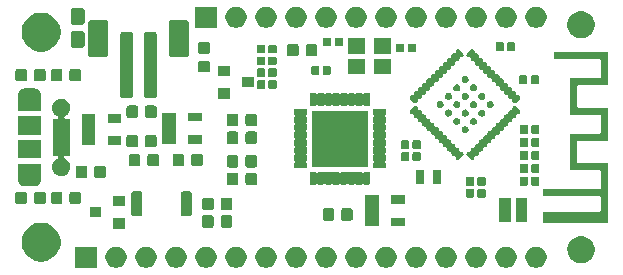
<source format=gbr>
G04 #@! TF.GenerationSoftware,KiCad,Pcbnew,5.1.5+dfsg1-2build2*
G04 #@! TF.CreationDate,2020-07-13T22:27:38-05:00*
G04 #@! TF.ProjectId,kw41z-feather,6b773431-7a2d-4666-9561-746865722e6b,rev?*
G04 #@! TF.SameCoordinates,Original*
G04 #@! TF.FileFunction,Soldermask,Top*
G04 #@! TF.FilePolarity,Negative*
%FSLAX46Y46*%
G04 Gerber Fmt 4.6, Leading zero omitted, Abs format (unit mm)*
G04 Created by KiCad (PCBNEW 5.1.5+dfsg1-2build2) date 2020-07-13 22:27:38*
%MOMM*%
%LPD*%
G04 APERTURE LIST*
%ADD10C,0.100000*%
G04 APERTURE END LIST*
D10*
G36*
X138543512Y-101973927D02*
G01*
X138692812Y-102003624D01*
X138856784Y-102071544D01*
X139004354Y-102170147D01*
X139129853Y-102295646D01*
X139228456Y-102443216D01*
X139296376Y-102607188D01*
X139331000Y-102781259D01*
X139331000Y-102958741D01*
X139296376Y-103132812D01*
X139228456Y-103296784D01*
X139129853Y-103444354D01*
X139004354Y-103569853D01*
X138856784Y-103668456D01*
X138692812Y-103736376D01*
X138543512Y-103766073D01*
X138518742Y-103771000D01*
X138341258Y-103771000D01*
X138316488Y-103766073D01*
X138167188Y-103736376D01*
X138003216Y-103668456D01*
X137855646Y-103569853D01*
X137730147Y-103444354D01*
X137631544Y-103296784D01*
X137563624Y-103132812D01*
X137529000Y-102958741D01*
X137529000Y-102781259D01*
X137563624Y-102607188D01*
X137631544Y-102443216D01*
X137730147Y-102295646D01*
X137855646Y-102170147D01*
X138003216Y-102071544D01*
X138167188Y-102003624D01*
X138316488Y-101973927D01*
X138341258Y-101969000D01*
X138518742Y-101969000D01*
X138543512Y-101973927D01*
G37*
G36*
X151243512Y-101973927D02*
G01*
X151392812Y-102003624D01*
X151556784Y-102071544D01*
X151704354Y-102170147D01*
X151829853Y-102295646D01*
X151928456Y-102443216D01*
X151996376Y-102607188D01*
X152031000Y-102781259D01*
X152031000Y-102958741D01*
X151996376Y-103132812D01*
X151928456Y-103296784D01*
X151829853Y-103444354D01*
X151704354Y-103569853D01*
X151556784Y-103668456D01*
X151392812Y-103736376D01*
X151243512Y-103766073D01*
X151218742Y-103771000D01*
X151041258Y-103771000D01*
X151016488Y-103766073D01*
X150867188Y-103736376D01*
X150703216Y-103668456D01*
X150555646Y-103569853D01*
X150430147Y-103444354D01*
X150331544Y-103296784D01*
X150263624Y-103132812D01*
X150229000Y-102958741D01*
X150229000Y-102781259D01*
X150263624Y-102607188D01*
X150331544Y-102443216D01*
X150430147Y-102295646D01*
X150555646Y-102170147D01*
X150703216Y-102071544D01*
X150867188Y-102003624D01*
X151016488Y-101973927D01*
X151041258Y-101969000D01*
X151218742Y-101969000D01*
X151243512Y-101973927D01*
G37*
G36*
X134251000Y-103771000D02*
G01*
X132449000Y-103771000D01*
X132449000Y-101969000D01*
X134251000Y-101969000D01*
X134251000Y-103771000D01*
G37*
G36*
X136003512Y-101973927D02*
G01*
X136152812Y-102003624D01*
X136316784Y-102071544D01*
X136464354Y-102170147D01*
X136589853Y-102295646D01*
X136688456Y-102443216D01*
X136756376Y-102607188D01*
X136791000Y-102781259D01*
X136791000Y-102958741D01*
X136756376Y-103132812D01*
X136688456Y-103296784D01*
X136589853Y-103444354D01*
X136464354Y-103569853D01*
X136316784Y-103668456D01*
X136152812Y-103736376D01*
X136003512Y-103766073D01*
X135978742Y-103771000D01*
X135801258Y-103771000D01*
X135776488Y-103766073D01*
X135627188Y-103736376D01*
X135463216Y-103668456D01*
X135315646Y-103569853D01*
X135190147Y-103444354D01*
X135091544Y-103296784D01*
X135023624Y-103132812D01*
X134989000Y-102958741D01*
X134989000Y-102781259D01*
X135023624Y-102607188D01*
X135091544Y-102443216D01*
X135190147Y-102295646D01*
X135315646Y-102170147D01*
X135463216Y-102071544D01*
X135627188Y-102003624D01*
X135776488Y-101973927D01*
X135801258Y-101969000D01*
X135978742Y-101969000D01*
X136003512Y-101973927D01*
G37*
G36*
X141083512Y-101973927D02*
G01*
X141232812Y-102003624D01*
X141396784Y-102071544D01*
X141544354Y-102170147D01*
X141669853Y-102295646D01*
X141768456Y-102443216D01*
X141836376Y-102607188D01*
X141871000Y-102781259D01*
X141871000Y-102958741D01*
X141836376Y-103132812D01*
X141768456Y-103296784D01*
X141669853Y-103444354D01*
X141544354Y-103569853D01*
X141396784Y-103668456D01*
X141232812Y-103736376D01*
X141083512Y-103766073D01*
X141058742Y-103771000D01*
X140881258Y-103771000D01*
X140856488Y-103766073D01*
X140707188Y-103736376D01*
X140543216Y-103668456D01*
X140395646Y-103569853D01*
X140270147Y-103444354D01*
X140171544Y-103296784D01*
X140103624Y-103132812D01*
X140069000Y-102958741D01*
X140069000Y-102781259D01*
X140103624Y-102607188D01*
X140171544Y-102443216D01*
X140270147Y-102295646D01*
X140395646Y-102170147D01*
X140543216Y-102071544D01*
X140707188Y-102003624D01*
X140856488Y-101973927D01*
X140881258Y-101969000D01*
X141058742Y-101969000D01*
X141083512Y-101973927D01*
G37*
G36*
X143623512Y-101973927D02*
G01*
X143772812Y-102003624D01*
X143936784Y-102071544D01*
X144084354Y-102170147D01*
X144209853Y-102295646D01*
X144308456Y-102443216D01*
X144376376Y-102607188D01*
X144411000Y-102781259D01*
X144411000Y-102958741D01*
X144376376Y-103132812D01*
X144308456Y-103296784D01*
X144209853Y-103444354D01*
X144084354Y-103569853D01*
X143936784Y-103668456D01*
X143772812Y-103736376D01*
X143623512Y-103766073D01*
X143598742Y-103771000D01*
X143421258Y-103771000D01*
X143396488Y-103766073D01*
X143247188Y-103736376D01*
X143083216Y-103668456D01*
X142935646Y-103569853D01*
X142810147Y-103444354D01*
X142711544Y-103296784D01*
X142643624Y-103132812D01*
X142609000Y-102958741D01*
X142609000Y-102781259D01*
X142643624Y-102607188D01*
X142711544Y-102443216D01*
X142810147Y-102295646D01*
X142935646Y-102170147D01*
X143083216Y-102071544D01*
X143247188Y-102003624D01*
X143396488Y-101973927D01*
X143421258Y-101969000D01*
X143598742Y-101969000D01*
X143623512Y-101973927D01*
G37*
G36*
X146163512Y-101973927D02*
G01*
X146312812Y-102003624D01*
X146476784Y-102071544D01*
X146624354Y-102170147D01*
X146749853Y-102295646D01*
X146848456Y-102443216D01*
X146916376Y-102607188D01*
X146951000Y-102781259D01*
X146951000Y-102958741D01*
X146916376Y-103132812D01*
X146848456Y-103296784D01*
X146749853Y-103444354D01*
X146624354Y-103569853D01*
X146476784Y-103668456D01*
X146312812Y-103736376D01*
X146163512Y-103766073D01*
X146138742Y-103771000D01*
X145961258Y-103771000D01*
X145936488Y-103766073D01*
X145787188Y-103736376D01*
X145623216Y-103668456D01*
X145475646Y-103569853D01*
X145350147Y-103444354D01*
X145251544Y-103296784D01*
X145183624Y-103132812D01*
X145149000Y-102958741D01*
X145149000Y-102781259D01*
X145183624Y-102607188D01*
X145251544Y-102443216D01*
X145350147Y-102295646D01*
X145475646Y-102170147D01*
X145623216Y-102071544D01*
X145787188Y-102003624D01*
X145936488Y-101973927D01*
X145961258Y-101969000D01*
X146138742Y-101969000D01*
X146163512Y-101973927D01*
G37*
G36*
X148703512Y-101973927D02*
G01*
X148852812Y-102003624D01*
X149016784Y-102071544D01*
X149164354Y-102170147D01*
X149289853Y-102295646D01*
X149388456Y-102443216D01*
X149456376Y-102607188D01*
X149491000Y-102781259D01*
X149491000Y-102958741D01*
X149456376Y-103132812D01*
X149388456Y-103296784D01*
X149289853Y-103444354D01*
X149164354Y-103569853D01*
X149016784Y-103668456D01*
X148852812Y-103736376D01*
X148703512Y-103766073D01*
X148678742Y-103771000D01*
X148501258Y-103771000D01*
X148476488Y-103766073D01*
X148327188Y-103736376D01*
X148163216Y-103668456D01*
X148015646Y-103569853D01*
X147890147Y-103444354D01*
X147791544Y-103296784D01*
X147723624Y-103132812D01*
X147689000Y-102958741D01*
X147689000Y-102781259D01*
X147723624Y-102607188D01*
X147791544Y-102443216D01*
X147890147Y-102295646D01*
X148015646Y-102170147D01*
X148163216Y-102071544D01*
X148327188Y-102003624D01*
X148476488Y-101973927D01*
X148501258Y-101969000D01*
X148678742Y-101969000D01*
X148703512Y-101973927D01*
G37*
G36*
X156323512Y-101973927D02*
G01*
X156472812Y-102003624D01*
X156636784Y-102071544D01*
X156784354Y-102170147D01*
X156909853Y-102295646D01*
X157008456Y-102443216D01*
X157076376Y-102607188D01*
X157111000Y-102781259D01*
X157111000Y-102958741D01*
X157076376Y-103132812D01*
X157008456Y-103296784D01*
X156909853Y-103444354D01*
X156784354Y-103569853D01*
X156636784Y-103668456D01*
X156472812Y-103736376D01*
X156323512Y-103766073D01*
X156298742Y-103771000D01*
X156121258Y-103771000D01*
X156096488Y-103766073D01*
X155947188Y-103736376D01*
X155783216Y-103668456D01*
X155635646Y-103569853D01*
X155510147Y-103444354D01*
X155411544Y-103296784D01*
X155343624Y-103132812D01*
X155309000Y-102958741D01*
X155309000Y-102781259D01*
X155343624Y-102607188D01*
X155411544Y-102443216D01*
X155510147Y-102295646D01*
X155635646Y-102170147D01*
X155783216Y-102071544D01*
X155947188Y-102003624D01*
X156096488Y-101973927D01*
X156121258Y-101969000D01*
X156298742Y-101969000D01*
X156323512Y-101973927D01*
G37*
G36*
X171563512Y-101973927D02*
G01*
X171712812Y-102003624D01*
X171876784Y-102071544D01*
X172024354Y-102170147D01*
X172149853Y-102295646D01*
X172248456Y-102443216D01*
X172316376Y-102607188D01*
X172351000Y-102781259D01*
X172351000Y-102958741D01*
X172316376Y-103132812D01*
X172248456Y-103296784D01*
X172149853Y-103444354D01*
X172024354Y-103569853D01*
X171876784Y-103668456D01*
X171712812Y-103736376D01*
X171563512Y-103766073D01*
X171538742Y-103771000D01*
X171361258Y-103771000D01*
X171336488Y-103766073D01*
X171187188Y-103736376D01*
X171023216Y-103668456D01*
X170875646Y-103569853D01*
X170750147Y-103444354D01*
X170651544Y-103296784D01*
X170583624Y-103132812D01*
X170549000Y-102958741D01*
X170549000Y-102781259D01*
X170583624Y-102607188D01*
X170651544Y-102443216D01*
X170750147Y-102295646D01*
X170875646Y-102170147D01*
X171023216Y-102071544D01*
X171187188Y-102003624D01*
X171336488Y-101973927D01*
X171361258Y-101969000D01*
X171538742Y-101969000D01*
X171563512Y-101973927D01*
G37*
G36*
X169023512Y-101973927D02*
G01*
X169172812Y-102003624D01*
X169336784Y-102071544D01*
X169484354Y-102170147D01*
X169609853Y-102295646D01*
X169708456Y-102443216D01*
X169776376Y-102607188D01*
X169811000Y-102781259D01*
X169811000Y-102958741D01*
X169776376Y-103132812D01*
X169708456Y-103296784D01*
X169609853Y-103444354D01*
X169484354Y-103569853D01*
X169336784Y-103668456D01*
X169172812Y-103736376D01*
X169023512Y-103766073D01*
X168998742Y-103771000D01*
X168821258Y-103771000D01*
X168796488Y-103766073D01*
X168647188Y-103736376D01*
X168483216Y-103668456D01*
X168335646Y-103569853D01*
X168210147Y-103444354D01*
X168111544Y-103296784D01*
X168043624Y-103132812D01*
X168009000Y-102958741D01*
X168009000Y-102781259D01*
X168043624Y-102607188D01*
X168111544Y-102443216D01*
X168210147Y-102295646D01*
X168335646Y-102170147D01*
X168483216Y-102071544D01*
X168647188Y-102003624D01*
X168796488Y-101973927D01*
X168821258Y-101969000D01*
X168998742Y-101969000D01*
X169023512Y-101973927D01*
G37*
G36*
X166483512Y-101973927D02*
G01*
X166632812Y-102003624D01*
X166796784Y-102071544D01*
X166944354Y-102170147D01*
X167069853Y-102295646D01*
X167168456Y-102443216D01*
X167236376Y-102607188D01*
X167271000Y-102781259D01*
X167271000Y-102958741D01*
X167236376Y-103132812D01*
X167168456Y-103296784D01*
X167069853Y-103444354D01*
X166944354Y-103569853D01*
X166796784Y-103668456D01*
X166632812Y-103736376D01*
X166483512Y-103766073D01*
X166458742Y-103771000D01*
X166281258Y-103771000D01*
X166256488Y-103766073D01*
X166107188Y-103736376D01*
X165943216Y-103668456D01*
X165795646Y-103569853D01*
X165670147Y-103444354D01*
X165571544Y-103296784D01*
X165503624Y-103132812D01*
X165469000Y-102958741D01*
X165469000Y-102781259D01*
X165503624Y-102607188D01*
X165571544Y-102443216D01*
X165670147Y-102295646D01*
X165795646Y-102170147D01*
X165943216Y-102071544D01*
X166107188Y-102003624D01*
X166256488Y-101973927D01*
X166281258Y-101969000D01*
X166458742Y-101969000D01*
X166483512Y-101973927D01*
G37*
G36*
X163943512Y-101973927D02*
G01*
X164092812Y-102003624D01*
X164256784Y-102071544D01*
X164404354Y-102170147D01*
X164529853Y-102295646D01*
X164628456Y-102443216D01*
X164696376Y-102607188D01*
X164731000Y-102781259D01*
X164731000Y-102958741D01*
X164696376Y-103132812D01*
X164628456Y-103296784D01*
X164529853Y-103444354D01*
X164404354Y-103569853D01*
X164256784Y-103668456D01*
X164092812Y-103736376D01*
X163943512Y-103766073D01*
X163918742Y-103771000D01*
X163741258Y-103771000D01*
X163716488Y-103766073D01*
X163567188Y-103736376D01*
X163403216Y-103668456D01*
X163255646Y-103569853D01*
X163130147Y-103444354D01*
X163031544Y-103296784D01*
X162963624Y-103132812D01*
X162929000Y-102958741D01*
X162929000Y-102781259D01*
X162963624Y-102607188D01*
X163031544Y-102443216D01*
X163130147Y-102295646D01*
X163255646Y-102170147D01*
X163403216Y-102071544D01*
X163567188Y-102003624D01*
X163716488Y-101973927D01*
X163741258Y-101969000D01*
X163918742Y-101969000D01*
X163943512Y-101973927D01*
G37*
G36*
X161403512Y-101973927D02*
G01*
X161552812Y-102003624D01*
X161716784Y-102071544D01*
X161864354Y-102170147D01*
X161989853Y-102295646D01*
X162088456Y-102443216D01*
X162156376Y-102607188D01*
X162191000Y-102781259D01*
X162191000Y-102958741D01*
X162156376Y-103132812D01*
X162088456Y-103296784D01*
X161989853Y-103444354D01*
X161864354Y-103569853D01*
X161716784Y-103668456D01*
X161552812Y-103736376D01*
X161403512Y-103766073D01*
X161378742Y-103771000D01*
X161201258Y-103771000D01*
X161176488Y-103766073D01*
X161027188Y-103736376D01*
X160863216Y-103668456D01*
X160715646Y-103569853D01*
X160590147Y-103444354D01*
X160491544Y-103296784D01*
X160423624Y-103132812D01*
X160389000Y-102958741D01*
X160389000Y-102781259D01*
X160423624Y-102607188D01*
X160491544Y-102443216D01*
X160590147Y-102295646D01*
X160715646Y-102170147D01*
X160863216Y-102071544D01*
X161027188Y-102003624D01*
X161176488Y-101973927D01*
X161201258Y-101969000D01*
X161378742Y-101969000D01*
X161403512Y-101973927D01*
G37*
G36*
X158863512Y-101973927D02*
G01*
X159012812Y-102003624D01*
X159176784Y-102071544D01*
X159324354Y-102170147D01*
X159449853Y-102295646D01*
X159548456Y-102443216D01*
X159616376Y-102607188D01*
X159651000Y-102781259D01*
X159651000Y-102958741D01*
X159616376Y-103132812D01*
X159548456Y-103296784D01*
X159449853Y-103444354D01*
X159324354Y-103569853D01*
X159176784Y-103668456D01*
X159012812Y-103736376D01*
X158863512Y-103766073D01*
X158838742Y-103771000D01*
X158661258Y-103771000D01*
X158636488Y-103766073D01*
X158487188Y-103736376D01*
X158323216Y-103668456D01*
X158175646Y-103569853D01*
X158050147Y-103444354D01*
X157951544Y-103296784D01*
X157883624Y-103132812D01*
X157849000Y-102958741D01*
X157849000Y-102781259D01*
X157883624Y-102607188D01*
X157951544Y-102443216D01*
X158050147Y-102295646D01*
X158175646Y-102170147D01*
X158323216Y-102071544D01*
X158487188Y-102003624D01*
X158636488Y-101973927D01*
X158661258Y-101969000D01*
X158838742Y-101969000D01*
X158863512Y-101973927D01*
G37*
G36*
X153783512Y-101973927D02*
G01*
X153932812Y-102003624D01*
X154096784Y-102071544D01*
X154244354Y-102170147D01*
X154369853Y-102295646D01*
X154468456Y-102443216D01*
X154536376Y-102607188D01*
X154571000Y-102781259D01*
X154571000Y-102958741D01*
X154536376Y-103132812D01*
X154468456Y-103296784D01*
X154369853Y-103444354D01*
X154244354Y-103569853D01*
X154096784Y-103668456D01*
X153932812Y-103736376D01*
X153783512Y-103766073D01*
X153758742Y-103771000D01*
X153581258Y-103771000D01*
X153556488Y-103766073D01*
X153407188Y-103736376D01*
X153243216Y-103668456D01*
X153095646Y-103569853D01*
X152970147Y-103444354D01*
X152871544Y-103296784D01*
X152803624Y-103132812D01*
X152769000Y-102958741D01*
X152769000Y-102781259D01*
X152803624Y-102607188D01*
X152871544Y-102443216D01*
X152970147Y-102295646D01*
X153095646Y-102170147D01*
X153243216Y-102071544D01*
X153407188Y-102003624D01*
X153556488Y-101973927D01*
X153581258Y-101969000D01*
X153758742Y-101969000D01*
X153783512Y-101973927D01*
G37*
G36*
X175484549Y-101106116D02*
G01*
X175595734Y-101128232D01*
X175805203Y-101214997D01*
X175993720Y-101340960D01*
X176154040Y-101501280D01*
X176280003Y-101689797D01*
X176280004Y-101689799D01*
X176366768Y-101899267D01*
X176411000Y-102121635D01*
X176411000Y-102348365D01*
X176404301Y-102382042D01*
X176366768Y-102570734D01*
X176280003Y-102780203D01*
X176154040Y-102968720D01*
X175993720Y-103129040D01*
X175805203Y-103255003D01*
X175595734Y-103341768D01*
X175484549Y-103363884D01*
X175373365Y-103386000D01*
X175146635Y-103386000D01*
X175035451Y-103363884D01*
X174924266Y-103341768D01*
X174714797Y-103255003D01*
X174526280Y-103129040D01*
X174365960Y-102968720D01*
X174239997Y-102780203D01*
X174153232Y-102570734D01*
X174115699Y-102382042D01*
X174109000Y-102348365D01*
X174109000Y-102121635D01*
X174153232Y-101899267D01*
X174239996Y-101689799D01*
X174239997Y-101689797D01*
X174365960Y-101501280D01*
X174526280Y-101340960D01*
X174714797Y-101214997D01*
X174924266Y-101128232D01*
X175035451Y-101106116D01*
X175146635Y-101084000D01*
X175373365Y-101084000D01*
X175484549Y-101106116D01*
G37*
G36*
X129915256Y-99991298D02*
G01*
X130021579Y-100012447D01*
X130322042Y-100136903D01*
X130592451Y-100317585D01*
X130822415Y-100547549D01*
X131003097Y-100817958D01*
X131127553Y-101118421D01*
X131191000Y-101437391D01*
X131191000Y-101762609D01*
X131127553Y-102081579D01*
X131090867Y-102170147D01*
X131017047Y-102348365D01*
X131003097Y-102382042D01*
X130822415Y-102652451D01*
X130592451Y-102882415D01*
X130322042Y-103063097D01*
X130021579Y-103187553D01*
X129915256Y-103208702D01*
X129702611Y-103251000D01*
X129377389Y-103251000D01*
X129164744Y-103208702D01*
X129058421Y-103187553D01*
X128757958Y-103063097D01*
X128487549Y-102882415D01*
X128257585Y-102652451D01*
X128076903Y-102382042D01*
X128062954Y-102348365D01*
X127989133Y-102170147D01*
X127952447Y-102081579D01*
X127889000Y-101762609D01*
X127889000Y-101437391D01*
X127952447Y-101118421D01*
X128076903Y-100817958D01*
X128257585Y-100547549D01*
X128487549Y-100317585D01*
X128757958Y-100136903D01*
X129058421Y-100012447D01*
X129164744Y-99991298D01*
X129377389Y-99949000D01*
X129702611Y-99949000D01*
X129915256Y-99991298D01*
G37*
G36*
X136651000Y-100451000D02*
G01*
X135649000Y-100451000D01*
X135649000Y-99549000D01*
X136651000Y-99549000D01*
X136651000Y-100451000D01*
G37*
G36*
X145579591Y-99328085D02*
G01*
X145613569Y-99338393D01*
X145644890Y-99355134D01*
X145672339Y-99377661D01*
X145694866Y-99405110D01*
X145711607Y-99436431D01*
X145721915Y-99470409D01*
X145726000Y-99511890D01*
X145726000Y-100188110D01*
X145721915Y-100229591D01*
X145711607Y-100263569D01*
X145694866Y-100294890D01*
X145672339Y-100322339D01*
X145644890Y-100344866D01*
X145613569Y-100361607D01*
X145579591Y-100371915D01*
X145538110Y-100376000D01*
X144936890Y-100376000D01*
X144895409Y-100371915D01*
X144861431Y-100361607D01*
X144830110Y-100344866D01*
X144802661Y-100322339D01*
X144780134Y-100294890D01*
X144763393Y-100263569D01*
X144753085Y-100229591D01*
X144749000Y-100188110D01*
X144749000Y-99511890D01*
X144753085Y-99470409D01*
X144763393Y-99436431D01*
X144780134Y-99405110D01*
X144802661Y-99377661D01*
X144830110Y-99355134D01*
X144861431Y-99338393D01*
X144895409Y-99328085D01*
X144936890Y-99324000D01*
X145538110Y-99324000D01*
X145579591Y-99328085D01*
G37*
G36*
X144004591Y-99328085D02*
G01*
X144038569Y-99338393D01*
X144069890Y-99355134D01*
X144097339Y-99377661D01*
X144119866Y-99405110D01*
X144136607Y-99436431D01*
X144146915Y-99470409D01*
X144151000Y-99511890D01*
X144151000Y-100188110D01*
X144146915Y-100229591D01*
X144136607Y-100263569D01*
X144119866Y-100294890D01*
X144097339Y-100322339D01*
X144069890Y-100344866D01*
X144038569Y-100361607D01*
X144004591Y-100371915D01*
X143963110Y-100376000D01*
X143361890Y-100376000D01*
X143320409Y-100371915D01*
X143286431Y-100361607D01*
X143255110Y-100344866D01*
X143227661Y-100322339D01*
X143205134Y-100294890D01*
X143188393Y-100263569D01*
X143178085Y-100229591D01*
X143174000Y-100188110D01*
X143174000Y-99511890D01*
X143178085Y-99470409D01*
X143188393Y-99436431D01*
X143205134Y-99405110D01*
X143227661Y-99377661D01*
X143255110Y-99355134D01*
X143286431Y-99338393D01*
X143320409Y-99328085D01*
X143361890Y-99324000D01*
X143963110Y-99324000D01*
X144004591Y-99328085D01*
G37*
G36*
X158156000Y-100263500D02*
G01*
X156994000Y-100263500D01*
X156994000Y-97611500D01*
X158156000Y-97611500D01*
X158156000Y-100263500D01*
G37*
G36*
X160356000Y-100263500D02*
G01*
X159194000Y-100263500D01*
X159194000Y-99511500D01*
X160356000Y-99511500D01*
X160356000Y-100263500D01*
G37*
G36*
X177551000Y-88311000D02*
G01*
X175035999Y-88311000D01*
X175011613Y-88313402D01*
X174988164Y-88320515D01*
X174966553Y-88332066D01*
X174947611Y-88347611D01*
X174932066Y-88366553D01*
X174920515Y-88388164D01*
X174913402Y-88411613D01*
X174911000Y-88435999D01*
X174911000Y-90084001D01*
X174913402Y-90108387D01*
X174920515Y-90131836D01*
X174932066Y-90153447D01*
X174947611Y-90172389D01*
X174966553Y-90187934D01*
X174988164Y-90199485D01*
X175011613Y-90206598D01*
X175035999Y-90209000D01*
X177551000Y-90209000D01*
X177551000Y-93011000D01*
X175035999Y-93011000D01*
X175011613Y-93013402D01*
X174988164Y-93020515D01*
X174966553Y-93032066D01*
X174947611Y-93047611D01*
X174932066Y-93066553D01*
X174920515Y-93088164D01*
X174913402Y-93111613D01*
X174911000Y-93135999D01*
X174911000Y-94784001D01*
X174913402Y-94808387D01*
X174920515Y-94831836D01*
X174932066Y-94853447D01*
X174947611Y-94872389D01*
X174966553Y-94887934D01*
X174988164Y-94899485D01*
X175011613Y-94906598D01*
X175035999Y-94909000D01*
X177551000Y-94909000D01*
X177551000Y-100011000D01*
X172049000Y-100011000D01*
X172049000Y-99009000D01*
X176824001Y-99009000D01*
X176848387Y-99006598D01*
X176871836Y-98999485D01*
X176893447Y-98987934D01*
X176912389Y-98972389D01*
X176927934Y-98953447D01*
X176939485Y-98931836D01*
X176946598Y-98908387D01*
X176949000Y-98884001D01*
X176949000Y-97835999D01*
X176946598Y-97811613D01*
X176939485Y-97788164D01*
X176927934Y-97766553D01*
X176912389Y-97747611D01*
X176893447Y-97732066D01*
X176871836Y-97720515D01*
X176848387Y-97713402D01*
X176824001Y-97711000D01*
X172049000Y-97711000D01*
X172049000Y-97109000D01*
X176824001Y-97109000D01*
X176848387Y-97106598D01*
X176871836Y-97099485D01*
X176893447Y-97087934D01*
X176912389Y-97072389D01*
X176927934Y-97053447D01*
X176939485Y-97031836D01*
X176946598Y-97008387D01*
X176949000Y-96984001D01*
X176949000Y-95635999D01*
X176946598Y-95611613D01*
X176939485Y-95588164D01*
X176927934Y-95566553D01*
X176912389Y-95547611D01*
X176893447Y-95532066D01*
X176871836Y-95520515D01*
X176848387Y-95513402D01*
X176824001Y-95511000D01*
X174309000Y-95511000D01*
X174309000Y-92409000D01*
X176824001Y-92409000D01*
X176848387Y-92406598D01*
X176871836Y-92399485D01*
X176893447Y-92387934D01*
X176912389Y-92372389D01*
X176927934Y-92353447D01*
X176939485Y-92331836D01*
X176946598Y-92308387D01*
X176949000Y-92284001D01*
X176949000Y-90935999D01*
X176946598Y-90911613D01*
X176939485Y-90888164D01*
X176927934Y-90866553D01*
X176912389Y-90847611D01*
X176893447Y-90832066D01*
X176871836Y-90820515D01*
X176848387Y-90813402D01*
X176824001Y-90811000D01*
X174309000Y-90811000D01*
X174309000Y-87709000D01*
X176824001Y-87709000D01*
X176848387Y-87706598D01*
X176871836Y-87699485D01*
X176893447Y-87687934D01*
X176912389Y-87672389D01*
X176927934Y-87653447D01*
X176939485Y-87631836D01*
X176946598Y-87608387D01*
X176949000Y-87584001D01*
X176949000Y-86235999D01*
X176946598Y-86211613D01*
X176939485Y-86188164D01*
X176927934Y-86166553D01*
X176912389Y-86147611D01*
X176893447Y-86132066D01*
X176871836Y-86120515D01*
X176848387Y-86113402D01*
X176824001Y-86111000D01*
X173009000Y-86111000D01*
X173009000Y-85509000D01*
X177551000Y-85509000D01*
X177551000Y-88311000D01*
G37*
G36*
X169326000Y-99888500D02*
G01*
X168324000Y-99888500D01*
X168324000Y-97886500D01*
X169326000Y-97886500D01*
X169326000Y-99888500D01*
G37*
G36*
X170726000Y-99888500D02*
G01*
X169724000Y-99888500D01*
X169724000Y-97886500D01*
X170726000Y-97886500D01*
X170726000Y-99888500D01*
G37*
G36*
X154204591Y-98728085D02*
G01*
X154238569Y-98738393D01*
X154269890Y-98755134D01*
X154297339Y-98777661D01*
X154319866Y-98805110D01*
X154336607Y-98836431D01*
X154346915Y-98870409D01*
X154351000Y-98911890D01*
X154351000Y-99588110D01*
X154346915Y-99629591D01*
X154336607Y-99663569D01*
X154319866Y-99694890D01*
X154297339Y-99722339D01*
X154269890Y-99744866D01*
X154238569Y-99761607D01*
X154204591Y-99771915D01*
X154163110Y-99776000D01*
X153561890Y-99776000D01*
X153520409Y-99771915D01*
X153486431Y-99761607D01*
X153455110Y-99744866D01*
X153427661Y-99722339D01*
X153405134Y-99694890D01*
X153388393Y-99663569D01*
X153378085Y-99629591D01*
X153374000Y-99588110D01*
X153374000Y-98911890D01*
X153378085Y-98870409D01*
X153388393Y-98836431D01*
X153405134Y-98805110D01*
X153427661Y-98777661D01*
X153455110Y-98755134D01*
X153486431Y-98738393D01*
X153520409Y-98728085D01*
X153561890Y-98724000D01*
X154163110Y-98724000D01*
X154204591Y-98728085D01*
G37*
G36*
X155779591Y-98728085D02*
G01*
X155813569Y-98738393D01*
X155844890Y-98755134D01*
X155872339Y-98777661D01*
X155894866Y-98805110D01*
X155911607Y-98836431D01*
X155921915Y-98870409D01*
X155926000Y-98911890D01*
X155926000Y-99588110D01*
X155921915Y-99629591D01*
X155911607Y-99663569D01*
X155894866Y-99694890D01*
X155872339Y-99722339D01*
X155844890Y-99744866D01*
X155813569Y-99761607D01*
X155779591Y-99771915D01*
X155738110Y-99776000D01*
X155136890Y-99776000D01*
X155095409Y-99771915D01*
X155061431Y-99761607D01*
X155030110Y-99744866D01*
X155002661Y-99722339D01*
X154980134Y-99694890D01*
X154963393Y-99663569D01*
X154953085Y-99629591D01*
X154949000Y-99588110D01*
X154949000Y-98911890D01*
X154953085Y-98870409D01*
X154963393Y-98836431D01*
X154980134Y-98805110D01*
X155002661Y-98777661D01*
X155030110Y-98755134D01*
X155061431Y-98738393D01*
X155095409Y-98728085D01*
X155136890Y-98724000D01*
X155738110Y-98724000D01*
X155779591Y-98728085D01*
G37*
G36*
X134651000Y-99501000D02*
G01*
X133649000Y-99501000D01*
X133649000Y-98599000D01*
X134651000Y-98599000D01*
X134651000Y-99501000D01*
G37*
G36*
X137969683Y-97302725D02*
G01*
X138000143Y-97311966D01*
X138028223Y-97326974D01*
X138052831Y-97347169D01*
X138073026Y-97371777D01*
X138088034Y-97399857D01*
X138097275Y-97430317D01*
X138101000Y-97468140D01*
X138101000Y-99231860D01*
X138097275Y-99269683D01*
X138088034Y-99300143D01*
X138073026Y-99328223D01*
X138052831Y-99352831D01*
X138028223Y-99373026D01*
X138000143Y-99388034D01*
X137969683Y-99397275D01*
X137931860Y-99401000D01*
X137368140Y-99401000D01*
X137330317Y-99397275D01*
X137299857Y-99388034D01*
X137271777Y-99373026D01*
X137247169Y-99352831D01*
X137226974Y-99328223D01*
X137211966Y-99300143D01*
X137202725Y-99269683D01*
X137199000Y-99231860D01*
X137199000Y-97468140D01*
X137202725Y-97430317D01*
X137211966Y-97399857D01*
X137226974Y-97371777D01*
X137247169Y-97347169D01*
X137271777Y-97326974D01*
X137299857Y-97311966D01*
X137330317Y-97302725D01*
X137368140Y-97299000D01*
X137931860Y-97299000D01*
X137969683Y-97302725D01*
G37*
G36*
X142169683Y-97302725D02*
G01*
X142200143Y-97311966D01*
X142228223Y-97326974D01*
X142252831Y-97347169D01*
X142273026Y-97371777D01*
X142288034Y-97399857D01*
X142297275Y-97430317D01*
X142301000Y-97468140D01*
X142301000Y-99231860D01*
X142297275Y-99269683D01*
X142288034Y-99300143D01*
X142273026Y-99328223D01*
X142252831Y-99352831D01*
X142228223Y-99373026D01*
X142200143Y-99388034D01*
X142169683Y-99397275D01*
X142131860Y-99401000D01*
X141568140Y-99401000D01*
X141530317Y-99397275D01*
X141499857Y-99388034D01*
X141471777Y-99373026D01*
X141447169Y-99352831D01*
X141426974Y-99328223D01*
X141411966Y-99300143D01*
X141402725Y-99269683D01*
X141399000Y-99231860D01*
X141399000Y-97468140D01*
X141402725Y-97430317D01*
X141411966Y-97399857D01*
X141426974Y-97371777D01*
X141447169Y-97347169D01*
X141471777Y-97326974D01*
X141499857Y-97311966D01*
X141530317Y-97302725D01*
X141568140Y-97299000D01*
X142131860Y-97299000D01*
X142169683Y-97302725D01*
G37*
G36*
X145579591Y-97828085D02*
G01*
X145613569Y-97838393D01*
X145644890Y-97855134D01*
X145672339Y-97877661D01*
X145694866Y-97905110D01*
X145711607Y-97936431D01*
X145721915Y-97970409D01*
X145726000Y-98011890D01*
X145726000Y-98688110D01*
X145721915Y-98729591D01*
X145711607Y-98763569D01*
X145694866Y-98794890D01*
X145672339Y-98822339D01*
X145644890Y-98844866D01*
X145613569Y-98861607D01*
X145579591Y-98871915D01*
X145538110Y-98876000D01*
X144936890Y-98876000D01*
X144895409Y-98871915D01*
X144861431Y-98861607D01*
X144830110Y-98844866D01*
X144802661Y-98822339D01*
X144780134Y-98794890D01*
X144763393Y-98763569D01*
X144753085Y-98729591D01*
X144749000Y-98688110D01*
X144749000Y-98011890D01*
X144753085Y-97970409D01*
X144763393Y-97936431D01*
X144780134Y-97905110D01*
X144802661Y-97877661D01*
X144830110Y-97855134D01*
X144861431Y-97838393D01*
X144895409Y-97828085D01*
X144936890Y-97824000D01*
X145538110Y-97824000D01*
X145579591Y-97828085D01*
G37*
G36*
X144004591Y-97828085D02*
G01*
X144038569Y-97838393D01*
X144069890Y-97855134D01*
X144097339Y-97877661D01*
X144119866Y-97905110D01*
X144136607Y-97936431D01*
X144146915Y-97970409D01*
X144151000Y-98011890D01*
X144151000Y-98688110D01*
X144146915Y-98729591D01*
X144136607Y-98763569D01*
X144119866Y-98794890D01*
X144097339Y-98822339D01*
X144069890Y-98844866D01*
X144038569Y-98861607D01*
X144004591Y-98871915D01*
X143963110Y-98876000D01*
X143361890Y-98876000D01*
X143320409Y-98871915D01*
X143286431Y-98861607D01*
X143255110Y-98844866D01*
X143227661Y-98822339D01*
X143205134Y-98794890D01*
X143188393Y-98763569D01*
X143178085Y-98729591D01*
X143174000Y-98688110D01*
X143174000Y-98011890D01*
X143178085Y-97970409D01*
X143188393Y-97936431D01*
X143205134Y-97905110D01*
X143227661Y-97877661D01*
X143255110Y-97855134D01*
X143286431Y-97838393D01*
X143320409Y-97828085D01*
X143361890Y-97824000D01*
X143963110Y-97824000D01*
X144004591Y-97828085D01*
G37*
G36*
X136651000Y-98551000D02*
G01*
X135649000Y-98551000D01*
X135649000Y-97649000D01*
X136651000Y-97649000D01*
X136651000Y-98551000D01*
G37*
G36*
X129779591Y-97328085D02*
G01*
X129813569Y-97338393D01*
X129844890Y-97355134D01*
X129872339Y-97377661D01*
X129894866Y-97405110D01*
X129911607Y-97436431D01*
X129921915Y-97470409D01*
X129926000Y-97511890D01*
X129926000Y-98188110D01*
X129921915Y-98229591D01*
X129911607Y-98263569D01*
X129894866Y-98294890D01*
X129872339Y-98322339D01*
X129844890Y-98344866D01*
X129813569Y-98361607D01*
X129779591Y-98371915D01*
X129738110Y-98376000D01*
X129136890Y-98376000D01*
X129095409Y-98371915D01*
X129061431Y-98361607D01*
X129030110Y-98344866D01*
X129002661Y-98322339D01*
X128980134Y-98294890D01*
X128963393Y-98263569D01*
X128953085Y-98229591D01*
X128949000Y-98188110D01*
X128949000Y-97511890D01*
X128953085Y-97470409D01*
X128963393Y-97436431D01*
X128980134Y-97405110D01*
X129002661Y-97377661D01*
X129030110Y-97355134D01*
X129061431Y-97338393D01*
X129095409Y-97328085D01*
X129136890Y-97324000D01*
X129738110Y-97324000D01*
X129779591Y-97328085D01*
G37*
G36*
X128204591Y-97328085D02*
G01*
X128238569Y-97338393D01*
X128269890Y-97355134D01*
X128297339Y-97377661D01*
X128319866Y-97405110D01*
X128336607Y-97436431D01*
X128346915Y-97470409D01*
X128351000Y-97511890D01*
X128351000Y-98188110D01*
X128346915Y-98229591D01*
X128336607Y-98263569D01*
X128319866Y-98294890D01*
X128297339Y-98322339D01*
X128269890Y-98344866D01*
X128238569Y-98361607D01*
X128204591Y-98371915D01*
X128163110Y-98376000D01*
X127561890Y-98376000D01*
X127520409Y-98371915D01*
X127486431Y-98361607D01*
X127455110Y-98344866D01*
X127427661Y-98322339D01*
X127405134Y-98294890D01*
X127388393Y-98263569D01*
X127378085Y-98229591D01*
X127374000Y-98188110D01*
X127374000Y-97511890D01*
X127378085Y-97470409D01*
X127388393Y-97436431D01*
X127405134Y-97405110D01*
X127427661Y-97377661D01*
X127455110Y-97355134D01*
X127486431Y-97338393D01*
X127520409Y-97328085D01*
X127561890Y-97324000D01*
X128163110Y-97324000D01*
X128204591Y-97328085D01*
G37*
G36*
X131204591Y-97328085D02*
G01*
X131238569Y-97338393D01*
X131269890Y-97355134D01*
X131297339Y-97377661D01*
X131319866Y-97405110D01*
X131336607Y-97436431D01*
X131346915Y-97470409D01*
X131351000Y-97511890D01*
X131351000Y-98188110D01*
X131346915Y-98229591D01*
X131336607Y-98263569D01*
X131319866Y-98294890D01*
X131297339Y-98322339D01*
X131269890Y-98344866D01*
X131238569Y-98361607D01*
X131204591Y-98371915D01*
X131163110Y-98376000D01*
X130561890Y-98376000D01*
X130520409Y-98371915D01*
X130486431Y-98361607D01*
X130455110Y-98344866D01*
X130427661Y-98322339D01*
X130405134Y-98294890D01*
X130388393Y-98263569D01*
X130378085Y-98229591D01*
X130374000Y-98188110D01*
X130374000Y-97511890D01*
X130378085Y-97470409D01*
X130388393Y-97436431D01*
X130405134Y-97405110D01*
X130427661Y-97377661D01*
X130455110Y-97355134D01*
X130486431Y-97338393D01*
X130520409Y-97328085D01*
X130561890Y-97324000D01*
X131163110Y-97324000D01*
X131204591Y-97328085D01*
G37*
G36*
X132779591Y-97328085D02*
G01*
X132813569Y-97338393D01*
X132844890Y-97355134D01*
X132872339Y-97377661D01*
X132894866Y-97405110D01*
X132911607Y-97436431D01*
X132921915Y-97470409D01*
X132926000Y-97511890D01*
X132926000Y-98188110D01*
X132921915Y-98229591D01*
X132911607Y-98263569D01*
X132894866Y-98294890D01*
X132872339Y-98322339D01*
X132844890Y-98344866D01*
X132813569Y-98361607D01*
X132779591Y-98371915D01*
X132738110Y-98376000D01*
X132136890Y-98376000D01*
X132095409Y-98371915D01*
X132061431Y-98361607D01*
X132030110Y-98344866D01*
X132002661Y-98322339D01*
X131980134Y-98294890D01*
X131963393Y-98263569D01*
X131953085Y-98229591D01*
X131949000Y-98188110D01*
X131949000Y-97511890D01*
X131953085Y-97470409D01*
X131963393Y-97436431D01*
X131980134Y-97405110D01*
X132002661Y-97377661D01*
X132030110Y-97355134D01*
X132061431Y-97338393D01*
X132095409Y-97328085D01*
X132136890Y-97324000D01*
X132738110Y-97324000D01*
X132779591Y-97328085D01*
G37*
G36*
X160356000Y-98363500D02*
G01*
X159194000Y-98363500D01*
X159194000Y-97611500D01*
X160356000Y-97611500D01*
X160356000Y-98363500D01*
G37*
G36*
X167091938Y-97081716D02*
G01*
X167112557Y-97087971D01*
X167131553Y-97098124D01*
X167148208Y-97111792D01*
X167161876Y-97128447D01*
X167172029Y-97147443D01*
X167178284Y-97168062D01*
X167181000Y-97195640D01*
X167181000Y-97704360D01*
X167178284Y-97731938D01*
X167172029Y-97752557D01*
X167161876Y-97771553D01*
X167148208Y-97788208D01*
X167131553Y-97801876D01*
X167112557Y-97812029D01*
X167091938Y-97818284D01*
X167064360Y-97821000D01*
X166605640Y-97821000D01*
X166578062Y-97818284D01*
X166557443Y-97812029D01*
X166538447Y-97801876D01*
X166521792Y-97788208D01*
X166508124Y-97771553D01*
X166497971Y-97752557D01*
X166491716Y-97731938D01*
X166489000Y-97704360D01*
X166489000Y-97195640D01*
X166491716Y-97168062D01*
X166497971Y-97147443D01*
X166508124Y-97128447D01*
X166521792Y-97111792D01*
X166538447Y-97098124D01*
X166557443Y-97087971D01*
X166578062Y-97081716D01*
X166605640Y-97079000D01*
X167064360Y-97079000D01*
X167091938Y-97081716D01*
G37*
G36*
X166121938Y-97081716D02*
G01*
X166142557Y-97087971D01*
X166161553Y-97098124D01*
X166178208Y-97111792D01*
X166191876Y-97128447D01*
X166202029Y-97147443D01*
X166208284Y-97168062D01*
X166211000Y-97195640D01*
X166211000Y-97704360D01*
X166208284Y-97731938D01*
X166202029Y-97752557D01*
X166191876Y-97771553D01*
X166178208Y-97788208D01*
X166161553Y-97801876D01*
X166142557Y-97812029D01*
X166121938Y-97818284D01*
X166094360Y-97821000D01*
X165635640Y-97821000D01*
X165608062Y-97818284D01*
X165587443Y-97812029D01*
X165568447Y-97801876D01*
X165551792Y-97788208D01*
X165538124Y-97771553D01*
X165527971Y-97752557D01*
X165521716Y-97731938D01*
X165519000Y-97704360D01*
X165519000Y-97195640D01*
X165521716Y-97168062D01*
X165527971Y-97147443D01*
X165538124Y-97128447D01*
X165551792Y-97111792D01*
X165568447Y-97098124D01*
X165587443Y-97087971D01*
X165608062Y-97081716D01*
X165635640Y-97079000D01*
X166094360Y-97079000D01*
X166121938Y-97081716D01*
G37*
G36*
X129557500Y-96171886D02*
G01*
X129558102Y-96184138D01*
X129560649Y-96210000D01*
X129558102Y-96235862D01*
X129557500Y-96248114D01*
X129557500Y-96321406D01*
X129548543Y-96338164D01*
X129544415Y-96349701D01*
X129518632Y-96434693D01*
X129510854Y-96460336D01*
X129450406Y-96573425D01*
X129369054Y-96672554D01*
X129269925Y-96753906D01*
X129156836Y-96814354D01*
X129124904Y-96824040D01*
X129034118Y-96851580D01*
X128970355Y-96857860D01*
X128938474Y-96861000D01*
X128174526Y-96861000D01*
X128142645Y-96857860D01*
X128078882Y-96851580D01*
X127988096Y-96824040D01*
X127956164Y-96814354D01*
X127843075Y-96753906D01*
X127743946Y-96672554D01*
X127662594Y-96573425D01*
X127602146Y-96460336D01*
X127594368Y-96434693D01*
X127568587Y-96349708D01*
X127559213Y-96327075D01*
X127555500Y-96321518D01*
X127555500Y-96248114D01*
X127554898Y-96235862D01*
X127552351Y-96210000D01*
X127554898Y-96184138D01*
X127555500Y-96171886D01*
X127555500Y-94959000D01*
X129557500Y-94959000D01*
X129557500Y-96171886D01*
G37*
G36*
X166121938Y-96081716D02*
G01*
X166142557Y-96087971D01*
X166161553Y-96098124D01*
X166178208Y-96111792D01*
X166191876Y-96128447D01*
X166202029Y-96147443D01*
X166208284Y-96168062D01*
X166211000Y-96195640D01*
X166211000Y-96704360D01*
X166208284Y-96731938D01*
X166202029Y-96752557D01*
X166191876Y-96771553D01*
X166178208Y-96788208D01*
X166161553Y-96801876D01*
X166142557Y-96812029D01*
X166121938Y-96818284D01*
X166094360Y-96821000D01*
X165635640Y-96821000D01*
X165608062Y-96818284D01*
X165587443Y-96812029D01*
X165568447Y-96801876D01*
X165551792Y-96788208D01*
X165538124Y-96771553D01*
X165527971Y-96752557D01*
X165521716Y-96731938D01*
X165519000Y-96704360D01*
X165519000Y-96195640D01*
X165521716Y-96168062D01*
X165527971Y-96147443D01*
X165538124Y-96128447D01*
X165551792Y-96111792D01*
X165568447Y-96098124D01*
X165587443Y-96087971D01*
X165608062Y-96081716D01*
X165635640Y-96079000D01*
X166094360Y-96079000D01*
X166121938Y-96081716D01*
G37*
G36*
X167091938Y-96081716D02*
G01*
X167112557Y-96087971D01*
X167131553Y-96098124D01*
X167148208Y-96111792D01*
X167161876Y-96128447D01*
X167172029Y-96147443D01*
X167178284Y-96168062D01*
X167181000Y-96195640D01*
X167181000Y-96704360D01*
X167178284Y-96731938D01*
X167172029Y-96752557D01*
X167161876Y-96771553D01*
X167148208Y-96788208D01*
X167131553Y-96801876D01*
X167112557Y-96812029D01*
X167091938Y-96818284D01*
X167064360Y-96821000D01*
X166605640Y-96821000D01*
X166578062Y-96818284D01*
X166557443Y-96812029D01*
X166538447Y-96801876D01*
X166521792Y-96788208D01*
X166508124Y-96771553D01*
X166497971Y-96752557D01*
X166491716Y-96731938D01*
X166489000Y-96704360D01*
X166489000Y-96195640D01*
X166491716Y-96168062D01*
X166497971Y-96147443D01*
X166508124Y-96128447D01*
X166521792Y-96111792D01*
X166538447Y-96098124D01*
X166557443Y-96087971D01*
X166578062Y-96081716D01*
X166605640Y-96079000D01*
X167064360Y-96079000D01*
X167091938Y-96081716D01*
G37*
G36*
X170671938Y-96069216D02*
G01*
X170692557Y-96075471D01*
X170711553Y-96085624D01*
X170728208Y-96099292D01*
X170741876Y-96115947D01*
X170752029Y-96134943D01*
X170758284Y-96155562D01*
X170761000Y-96183140D01*
X170761000Y-96691860D01*
X170758284Y-96719438D01*
X170752029Y-96740057D01*
X170741876Y-96759053D01*
X170728208Y-96775708D01*
X170711553Y-96789376D01*
X170692557Y-96799529D01*
X170671938Y-96805784D01*
X170644360Y-96808500D01*
X170185640Y-96808500D01*
X170158062Y-96805784D01*
X170137443Y-96799529D01*
X170118447Y-96789376D01*
X170101792Y-96775708D01*
X170088124Y-96759053D01*
X170077971Y-96740057D01*
X170071716Y-96719438D01*
X170069000Y-96691860D01*
X170069000Y-96183140D01*
X170071716Y-96155562D01*
X170077971Y-96134943D01*
X170088124Y-96115947D01*
X170101792Y-96099292D01*
X170118447Y-96085624D01*
X170137443Y-96075471D01*
X170158062Y-96069216D01*
X170185640Y-96066500D01*
X170644360Y-96066500D01*
X170671938Y-96069216D01*
G37*
G36*
X171641938Y-96069216D02*
G01*
X171662557Y-96075471D01*
X171681553Y-96085624D01*
X171698208Y-96099292D01*
X171711876Y-96115947D01*
X171722029Y-96134943D01*
X171728284Y-96155562D01*
X171731000Y-96183140D01*
X171731000Y-96691860D01*
X171728284Y-96719438D01*
X171722029Y-96740057D01*
X171711876Y-96759053D01*
X171698208Y-96775708D01*
X171681553Y-96789376D01*
X171662557Y-96799529D01*
X171641938Y-96805784D01*
X171614360Y-96808500D01*
X171155640Y-96808500D01*
X171128062Y-96805784D01*
X171107443Y-96799529D01*
X171088447Y-96789376D01*
X171071792Y-96775708D01*
X171058124Y-96759053D01*
X171047971Y-96740057D01*
X171041716Y-96719438D01*
X171039000Y-96691860D01*
X171039000Y-96183140D01*
X171041716Y-96155562D01*
X171047971Y-96134943D01*
X171058124Y-96115947D01*
X171071792Y-96099292D01*
X171088447Y-96085624D01*
X171107443Y-96075471D01*
X171128062Y-96069216D01*
X171155640Y-96066500D01*
X171614360Y-96066500D01*
X171641938Y-96069216D01*
G37*
G36*
X147679591Y-95728085D02*
G01*
X147713569Y-95738393D01*
X147744890Y-95755134D01*
X147772339Y-95777661D01*
X147794866Y-95805110D01*
X147811607Y-95836431D01*
X147821915Y-95870409D01*
X147826000Y-95911890D01*
X147826000Y-96588110D01*
X147821915Y-96629591D01*
X147811607Y-96663569D01*
X147794866Y-96694890D01*
X147772339Y-96722339D01*
X147744890Y-96744866D01*
X147713569Y-96761607D01*
X147679591Y-96771915D01*
X147638110Y-96776000D01*
X147036890Y-96776000D01*
X146995409Y-96771915D01*
X146961431Y-96761607D01*
X146930110Y-96744866D01*
X146902661Y-96722339D01*
X146880134Y-96694890D01*
X146863393Y-96663569D01*
X146853085Y-96629591D01*
X146849000Y-96588110D01*
X146849000Y-95911890D01*
X146853085Y-95870409D01*
X146863393Y-95836431D01*
X146880134Y-95805110D01*
X146902661Y-95777661D01*
X146930110Y-95755134D01*
X146961431Y-95738393D01*
X146995409Y-95728085D01*
X147036890Y-95724000D01*
X147638110Y-95724000D01*
X147679591Y-95728085D01*
G37*
G36*
X146104591Y-95728085D02*
G01*
X146138569Y-95738393D01*
X146169890Y-95755134D01*
X146197339Y-95777661D01*
X146219866Y-95805110D01*
X146236607Y-95836431D01*
X146246915Y-95870409D01*
X146251000Y-95911890D01*
X146251000Y-96588110D01*
X146246915Y-96629591D01*
X146236607Y-96663569D01*
X146219866Y-96694890D01*
X146197339Y-96722339D01*
X146169890Y-96744866D01*
X146138569Y-96761607D01*
X146104591Y-96771915D01*
X146063110Y-96776000D01*
X145461890Y-96776000D01*
X145420409Y-96771915D01*
X145386431Y-96761607D01*
X145355110Y-96744866D01*
X145327661Y-96722339D01*
X145305134Y-96694890D01*
X145288393Y-96663569D01*
X145278085Y-96629591D01*
X145274000Y-96588110D01*
X145274000Y-95911890D01*
X145278085Y-95870409D01*
X145288393Y-95836431D01*
X145305134Y-95805110D01*
X145327661Y-95777661D01*
X145355110Y-95755134D01*
X145386431Y-95738393D01*
X145420409Y-95728085D01*
X145461890Y-95724000D01*
X146063110Y-95724000D01*
X146104591Y-95728085D01*
G37*
G36*
X152760232Y-95625563D02*
G01*
X152769595Y-95628403D01*
X152778224Y-95633016D01*
X152785782Y-95639218D01*
X152794979Y-95650425D01*
X152803374Y-95662990D01*
X152820701Y-95680317D01*
X152841076Y-95693931D01*
X152863714Y-95703309D01*
X152887748Y-95708089D01*
X152912252Y-95708089D01*
X152936285Y-95703309D01*
X152958924Y-95693931D01*
X152979298Y-95680318D01*
X152996625Y-95662991D01*
X153005021Y-95650426D01*
X153014218Y-95639218D01*
X153021776Y-95633016D01*
X153030405Y-95628403D01*
X153039768Y-95625563D01*
X153055640Y-95624000D01*
X153394360Y-95624000D01*
X153410232Y-95625563D01*
X153419595Y-95628403D01*
X153428224Y-95633016D01*
X153435782Y-95639218D01*
X153444979Y-95650425D01*
X153453374Y-95662990D01*
X153470701Y-95680317D01*
X153491076Y-95693931D01*
X153513714Y-95703309D01*
X153537748Y-95708089D01*
X153562252Y-95708089D01*
X153586285Y-95703309D01*
X153608924Y-95693931D01*
X153629298Y-95680318D01*
X153646625Y-95662991D01*
X153655021Y-95650426D01*
X153664218Y-95639218D01*
X153671776Y-95633016D01*
X153680405Y-95628403D01*
X153689768Y-95625563D01*
X153705640Y-95624000D01*
X154044360Y-95624000D01*
X154060232Y-95625563D01*
X154069595Y-95628403D01*
X154078224Y-95633016D01*
X154085782Y-95639218D01*
X154094979Y-95650425D01*
X154103374Y-95662990D01*
X154120701Y-95680317D01*
X154141076Y-95693931D01*
X154163714Y-95703309D01*
X154187748Y-95708089D01*
X154212252Y-95708089D01*
X154236285Y-95703309D01*
X154258924Y-95693931D01*
X154279298Y-95680318D01*
X154296625Y-95662991D01*
X154305021Y-95650426D01*
X154314218Y-95639218D01*
X154321776Y-95633016D01*
X154330405Y-95628403D01*
X154339768Y-95625563D01*
X154355640Y-95624000D01*
X154694360Y-95624000D01*
X154710232Y-95625563D01*
X154719595Y-95628403D01*
X154728224Y-95633016D01*
X154735782Y-95639218D01*
X154744979Y-95650425D01*
X154753374Y-95662990D01*
X154770701Y-95680317D01*
X154791076Y-95693931D01*
X154813714Y-95703309D01*
X154837748Y-95708089D01*
X154862252Y-95708089D01*
X154886285Y-95703309D01*
X154908924Y-95693931D01*
X154929298Y-95680318D01*
X154946625Y-95662991D01*
X154955021Y-95650426D01*
X154964218Y-95639218D01*
X154971776Y-95633016D01*
X154980405Y-95628403D01*
X154989768Y-95625563D01*
X155005640Y-95624000D01*
X155344360Y-95624000D01*
X155360232Y-95625563D01*
X155369595Y-95628403D01*
X155378224Y-95633016D01*
X155385782Y-95639218D01*
X155394979Y-95650425D01*
X155403374Y-95662990D01*
X155420701Y-95680317D01*
X155441076Y-95693931D01*
X155463714Y-95703309D01*
X155487748Y-95708089D01*
X155512252Y-95708089D01*
X155536285Y-95703309D01*
X155558924Y-95693931D01*
X155579298Y-95680318D01*
X155596625Y-95662991D01*
X155605021Y-95650426D01*
X155614218Y-95639218D01*
X155621776Y-95633016D01*
X155630405Y-95628403D01*
X155639768Y-95625563D01*
X155655640Y-95624000D01*
X155994360Y-95624000D01*
X156010232Y-95625563D01*
X156019595Y-95628403D01*
X156028224Y-95633016D01*
X156035782Y-95639218D01*
X156044979Y-95650425D01*
X156053374Y-95662990D01*
X156070701Y-95680317D01*
X156091076Y-95693931D01*
X156113714Y-95703309D01*
X156137748Y-95708089D01*
X156162252Y-95708089D01*
X156186285Y-95703309D01*
X156208924Y-95693931D01*
X156229298Y-95680318D01*
X156246625Y-95662991D01*
X156255021Y-95650426D01*
X156264218Y-95639218D01*
X156271776Y-95633016D01*
X156280405Y-95628403D01*
X156289768Y-95625563D01*
X156305640Y-95624000D01*
X156644360Y-95624000D01*
X156660232Y-95625563D01*
X156669595Y-95628403D01*
X156678224Y-95633016D01*
X156685782Y-95639218D01*
X156694979Y-95650425D01*
X156703374Y-95662990D01*
X156720701Y-95680317D01*
X156741076Y-95693931D01*
X156763714Y-95703309D01*
X156787748Y-95708089D01*
X156812252Y-95708089D01*
X156836285Y-95703309D01*
X156858924Y-95693931D01*
X156879298Y-95680318D01*
X156896625Y-95662991D01*
X156905021Y-95650426D01*
X156914218Y-95639218D01*
X156921776Y-95633016D01*
X156930405Y-95628403D01*
X156939768Y-95625563D01*
X156955640Y-95624000D01*
X157294360Y-95624000D01*
X157310232Y-95625563D01*
X157319595Y-95628403D01*
X157328224Y-95633016D01*
X157335782Y-95639218D01*
X157341984Y-95646776D01*
X157346597Y-95655405D01*
X157349437Y-95664768D01*
X157351000Y-95680640D01*
X157351000Y-96694360D01*
X157349437Y-96710232D01*
X157346597Y-96719595D01*
X157341984Y-96728224D01*
X157335782Y-96735782D01*
X157328224Y-96741984D01*
X157319595Y-96746597D01*
X157310232Y-96749437D01*
X157294360Y-96751000D01*
X156955640Y-96751000D01*
X156939768Y-96749437D01*
X156930405Y-96746597D01*
X156921776Y-96741984D01*
X156914218Y-96735782D01*
X156905021Y-96724575D01*
X156896626Y-96712010D01*
X156879299Y-96694683D01*
X156858924Y-96681069D01*
X156836286Y-96671691D01*
X156812252Y-96666911D01*
X156787748Y-96666911D01*
X156763715Y-96671691D01*
X156741076Y-96681069D01*
X156720702Y-96694682D01*
X156703375Y-96712009D01*
X156694979Y-96724574D01*
X156685782Y-96735782D01*
X156678224Y-96741984D01*
X156669595Y-96746597D01*
X156660232Y-96749437D01*
X156644360Y-96751000D01*
X156305640Y-96751000D01*
X156289768Y-96749437D01*
X156280405Y-96746597D01*
X156271776Y-96741984D01*
X156264218Y-96735782D01*
X156255021Y-96724575D01*
X156246626Y-96712010D01*
X156229299Y-96694683D01*
X156208924Y-96681069D01*
X156186286Y-96671691D01*
X156162252Y-96666911D01*
X156137748Y-96666911D01*
X156113715Y-96671691D01*
X156091076Y-96681069D01*
X156070702Y-96694682D01*
X156053375Y-96712009D01*
X156044979Y-96724574D01*
X156035782Y-96735782D01*
X156028224Y-96741984D01*
X156019595Y-96746597D01*
X156010232Y-96749437D01*
X155994360Y-96751000D01*
X155655640Y-96751000D01*
X155639768Y-96749437D01*
X155630405Y-96746597D01*
X155621776Y-96741984D01*
X155614218Y-96735782D01*
X155605021Y-96724575D01*
X155596626Y-96712010D01*
X155579299Y-96694683D01*
X155558924Y-96681069D01*
X155536286Y-96671691D01*
X155512252Y-96666911D01*
X155487748Y-96666911D01*
X155463715Y-96671691D01*
X155441076Y-96681069D01*
X155420702Y-96694682D01*
X155403375Y-96712009D01*
X155394979Y-96724574D01*
X155385782Y-96735782D01*
X155378224Y-96741984D01*
X155369595Y-96746597D01*
X155360232Y-96749437D01*
X155344360Y-96751000D01*
X155005640Y-96751000D01*
X154989768Y-96749437D01*
X154980405Y-96746597D01*
X154971776Y-96741984D01*
X154964218Y-96735782D01*
X154955021Y-96724575D01*
X154946626Y-96712010D01*
X154929299Y-96694683D01*
X154908924Y-96681069D01*
X154886286Y-96671691D01*
X154862252Y-96666911D01*
X154837748Y-96666911D01*
X154813715Y-96671691D01*
X154791076Y-96681069D01*
X154770702Y-96694682D01*
X154753375Y-96712009D01*
X154744979Y-96724574D01*
X154735782Y-96735782D01*
X154728224Y-96741984D01*
X154719595Y-96746597D01*
X154710232Y-96749437D01*
X154694360Y-96751000D01*
X154355640Y-96751000D01*
X154339768Y-96749437D01*
X154330405Y-96746597D01*
X154321776Y-96741984D01*
X154314218Y-96735782D01*
X154305021Y-96724575D01*
X154296626Y-96712010D01*
X154279299Y-96694683D01*
X154258924Y-96681069D01*
X154236286Y-96671691D01*
X154212252Y-96666911D01*
X154187748Y-96666911D01*
X154163715Y-96671691D01*
X154141076Y-96681069D01*
X154120702Y-96694682D01*
X154103375Y-96712009D01*
X154094979Y-96724574D01*
X154085782Y-96735782D01*
X154078224Y-96741984D01*
X154069595Y-96746597D01*
X154060232Y-96749437D01*
X154044360Y-96751000D01*
X153705640Y-96751000D01*
X153689768Y-96749437D01*
X153680405Y-96746597D01*
X153671776Y-96741984D01*
X153664218Y-96735782D01*
X153655021Y-96724575D01*
X153646626Y-96712010D01*
X153629299Y-96694683D01*
X153608924Y-96681069D01*
X153586286Y-96671691D01*
X153562252Y-96666911D01*
X153537748Y-96666911D01*
X153513715Y-96671691D01*
X153491076Y-96681069D01*
X153470702Y-96694682D01*
X153453375Y-96712009D01*
X153444979Y-96724574D01*
X153435782Y-96735782D01*
X153428224Y-96741984D01*
X153419595Y-96746597D01*
X153410232Y-96749437D01*
X153394360Y-96751000D01*
X153055640Y-96751000D01*
X153039768Y-96749437D01*
X153030405Y-96746597D01*
X153021776Y-96741984D01*
X153014218Y-96735782D01*
X153005021Y-96724575D01*
X152996626Y-96712010D01*
X152979299Y-96694683D01*
X152958924Y-96681069D01*
X152936286Y-96671691D01*
X152912252Y-96666911D01*
X152887748Y-96666911D01*
X152863715Y-96671691D01*
X152841076Y-96681069D01*
X152820702Y-96694682D01*
X152803375Y-96712009D01*
X152794979Y-96724574D01*
X152785782Y-96735782D01*
X152778224Y-96741984D01*
X152769595Y-96746597D01*
X152760232Y-96749437D01*
X152744360Y-96751000D01*
X152405640Y-96751000D01*
X152389768Y-96749437D01*
X152380405Y-96746597D01*
X152371776Y-96741984D01*
X152364218Y-96735782D01*
X152358016Y-96728224D01*
X152353403Y-96719595D01*
X152350563Y-96710232D01*
X152349000Y-96694360D01*
X152349000Y-95680640D01*
X152350563Y-95664768D01*
X152353403Y-95655405D01*
X152358016Y-95646776D01*
X152364218Y-95639218D01*
X152371776Y-95633016D01*
X152380405Y-95628403D01*
X152389768Y-95625563D01*
X152405640Y-95624000D01*
X152744360Y-95624000D01*
X152760232Y-95625563D01*
G37*
G36*
X163401000Y-96651000D02*
G01*
X162699000Y-96651000D01*
X162699000Y-95449000D01*
X163401000Y-95449000D01*
X163401000Y-96651000D01*
G37*
G36*
X162001000Y-96651000D02*
G01*
X161299000Y-96651000D01*
X161299000Y-95449000D01*
X162001000Y-95449000D01*
X162001000Y-96651000D01*
G37*
G36*
X133304591Y-95128085D02*
G01*
X133338569Y-95138393D01*
X133369890Y-95155134D01*
X133397339Y-95177661D01*
X133419866Y-95205110D01*
X133436607Y-95236431D01*
X133446915Y-95270409D01*
X133451000Y-95311890D01*
X133451000Y-95988110D01*
X133446915Y-96029591D01*
X133436607Y-96063569D01*
X133419866Y-96094890D01*
X133397339Y-96122339D01*
X133369890Y-96144866D01*
X133338569Y-96161607D01*
X133304591Y-96171915D01*
X133263110Y-96176000D01*
X132661890Y-96176000D01*
X132620409Y-96171915D01*
X132586431Y-96161607D01*
X132555110Y-96144866D01*
X132527661Y-96122339D01*
X132505134Y-96094890D01*
X132488393Y-96063569D01*
X132478085Y-96029591D01*
X132474000Y-95988110D01*
X132474000Y-95311890D01*
X132478085Y-95270409D01*
X132488393Y-95236431D01*
X132505134Y-95205110D01*
X132527661Y-95177661D01*
X132555110Y-95155134D01*
X132586431Y-95138393D01*
X132620409Y-95128085D01*
X132661890Y-95124000D01*
X133263110Y-95124000D01*
X133304591Y-95128085D01*
G37*
G36*
X134879591Y-95128085D02*
G01*
X134913569Y-95138393D01*
X134944890Y-95155134D01*
X134972339Y-95177661D01*
X134994866Y-95205110D01*
X135011607Y-95236431D01*
X135021915Y-95270409D01*
X135026000Y-95311890D01*
X135026000Y-95988110D01*
X135021915Y-96029591D01*
X135011607Y-96063569D01*
X134994866Y-96094890D01*
X134972339Y-96122339D01*
X134944890Y-96144866D01*
X134913569Y-96161607D01*
X134879591Y-96171915D01*
X134838110Y-96176000D01*
X134236890Y-96176000D01*
X134195409Y-96171915D01*
X134161431Y-96161607D01*
X134130110Y-96144866D01*
X134102661Y-96122339D01*
X134080134Y-96094890D01*
X134063393Y-96063569D01*
X134053085Y-96029591D01*
X134049000Y-95988110D01*
X134049000Y-95311890D01*
X134053085Y-95270409D01*
X134063393Y-95236431D01*
X134080134Y-95205110D01*
X134102661Y-95177661D01*
X134130110Y-95155134D01*
X134161431Y-95138393D01*
X134195409Y-95128085D01*
X134236890Y-95124000D01*
X134838110Y-95124000D01*
X134879591Y-95128085D01*
G37*
G36*
X131482848Y-89463820D02*
G01*
X131482850Y-89463821D01*
X131482851Y-89463821D01*
X131624074Y-89522317D01*
X131624077Y-89522319D01*
X131751169Y-89607239D01*
X131859261Y-89715331D01*
X131926522Y-89815995D01*
X131944183Y-89842426D01*
X131994126Y-89963000D01*
X132002680Y-89983652D01*
X132032500Y-90133569D01*
X132032500Y-90286431D01*
X132003996Y-90429733D01*
X132002679Y-90436351D01*
X131944183Y-90577574D01*
X131944181Y-90577577D01*
X131859261Y-90704669D01*
X131751169Y-90812761D01*
X131670663Y-90866553D01*
X131624074Y-90897683D01*
X131573772Y-90918519D01*
X131552164Y-90930068D01*
X131533222Y-90945614D01*
X131517677Y-90964556D01*
X131506126Y-90986166D01*
X131499013Y-91009615D01*
X131496611Y-91034001D01*
X131499013Y-91058387D01*
X131506126Y-91081836D01*
X131517677Y-91103447D01*
X131533223Y-91122389D01*
X131552165Y-91137934D01*
X131573775Y-91149485D01*
X131597224Y-91156598D01*
X131621610Y-91159000D01*
X131982500Y-91159000D01*
X131982500Y-94261000D01*
X131621610Y-94261000D01*
X131597224Y-94263402D01*
X131573775Y-94270515D01*
X131552164Y-94282066D01*
X131533222Y-94297611D01*
X131517677Y-94316553D01*
X131506126Y-94338164D01*
X131499013Y-94361613D01*
X131496611Y-94385999D01*
X131499013Y-94410385D01*
X131506126Y-94433834D01*
X131517677Y-94455445D01*
X131533222Y-94474387D01*
X131552164Y-94489932D01*
X131573772Y-94501481D01*
X131624074Y-94522317D01*
X131656695Y-94544114D01*
X131751169Y-94607239D01*
X131859261Y-94715331D01*
X131907648Y-94787748D01*
X131944183Y-94842426D01*
X132000753Y-94979000D01*
X132002680Y-94983652D01*
X132032500Y-95133569D01*
X132032500Y-95286431D01*
X132019657Y-95351000D01*
X132002679Y-95436351D01*
X131944183Y-95577574D01*
X131944181Y-95577577D01*
X131859261Y-95704669D01*
X131751169Y-95812761D01*
X131658351Y-95874780D01*
X131624074Y-95897683D01*
X131482851Y-95956179D01*
X131482850Y-95956179D01*
X131482848Y-95956180D01*
X131332931Y-95986000D01*
X131180069Y-95986000D01*
X131030152Y-95956180D01*
X131030150Y-95956179D01*
X131030149Y-95956179D01*
X130888926Y-95897683D01*
X130854649Y-95874780D01*
X130761831Y-95812761D01*
X130653739Y-95704669D01*
X130568819Y-95577577D01*
X130568817Y-95577574D01*
X130510321Y-95436351D01*
X130493344Y-95351000D01*
X130480500Y-95286431D01*
X130480500Y-95133569D01*
X130510320Y-94983652D01*
X130512247Y-94979000D01*
X130568817Y-94842426D01*
X130605352Y-94787748D01*
X130653739Y-94715331D01*
X130761831Y-94607239D01*
X130856305Y-94544114D01*
X130888926Y-94522317D01*
X130939228Y-94501481D01*
X130960836Y-94489932D01*
X130979778Y-94474386D01*
X130995323Y-94455444D01*
X131006874Y-94433834D01*
X131013987Y-94410385D01*
X131016389Y-94385999D01*
X131013987Y-94361613D01*
X131006874Y-94338164D01*
X130995323Y-94316553D01*
X130979777Y-94297611D01*
X130960835Y-94282066D01*
X130939225Y-94270515D01*
X130915776Y-94263402D01*
X130891390Y-94261000D01*
X130530500Y-94261000D01*
X130530500Y-91159000D01*
X130891390Y-91159000D01*
X130915776Y-91156598D01*
X130939225Y-91149485D01*
X130960836Y-91137934D01*
X130979778Y-91122389D01*
X130995323Y-91103447D01*
X131006874Y-91081836D01*
X131013987Y-91058387D01*
X131016389Y-91034001D01*
X131013987Y-91009615D01*
X131006874Y-90986166D01*
X130995323Y-90964555D01*
X130979778Y-90945613D01*
X130960836Y-90930068D01*
X130939228Y-90918519D01*
X130888926Y-90897683D01*
X130842337Y-90866553D01*
X130761831Y-90812761D01*
X130653739Y-90704669D01*
X130568819Y-90577577D01*
X130568817Y-90577574D01*
X130510321Y-90436351D01*
X130509005Y-90429733D01*
X130480500Y-90286431D01*
X130480500Y-90133569D01*
X130510320Y-89983652D01*
X130518874Y-89963000D01*
X130568817Y-89842426D01*
X130586478Y-89815995D01*
X130653739Y-89715331D01*
X130761831Y-89607239D01*
X130888923Y-89522319D01*
X130888926Y-89522317D01*
X131030149Y-89463821D01*
X131030150Y-89463821D01*
X131030152Y-89463820D01*
X131180069Y-89434000D01*
X131332931Y-89434000D01*
X131482848Y-89463820D01*
G37*
G36*
X170671938Y-94981716D02*
G01*
X170692557Y-94987971D01*
X170711553Y-94998124D01*
X170728208Y-95011792D01*
X170741876Y-95028447D01*
X170752029Y-95047443D01*
X170758284Y-95068062D01*
X170761000Y-95095640D01*
X170761000Y-95604360D01*
X170758284Y-95631938D01*
X170752029Y-95652557D01*
X170741876Y-95671553D01*
X170728208Y-95688208D01*
X170711553Y-95701876D01*
X170692557Y-95712029D01*
X170671938Y-95718284D01*
X170644360Y-95721000D01*
X170185640Y-95721000D01*
X170158062Y-95718284D01*
X170137443Y-95712029D01*
X170118447Y-95701876D01*
X170101792Y-95688208D01*
X170088124Y-95671553D01*
X170077971Y-95652557D01*
X170071716Y-95631938D01*
X170069000Y-95604360D01*
X170069000Y-95095640D01*
X170071716Y-95068062D01*
X170077971Y-95047443D01*
X170088124Y-95028447D01*
X170101792Y-95011792D01*
X170118447Y-94998124D01*
X170137443Y-94987971D01*
X170158062Y-94981716D01*
X170185640Y-94979000D01*
X170644360Y-94979000D01*
X170671938Y-94981716D01*
G37*
G36*
X171641938Y-94981716D02*
G01*
X171662557Y-94987971D01*
X171681553Y-94998124D01*
X171698208Y-95011792D01*
X171711876Y-95028447D01*
X171722029Y-95047443D01*
X171728284Y-95068062D01*
X171731000Y-95095640D01*
X171731000Y-95604360D01*
X171728284Y-95631938D01*
X171722029Y-95652557D01*
X171711876Y-95671553D01*
X171698208Y-95688208D01*
X171681553Y-95701876D01*
X171662557Y-95712029D01*
X171641938Y-95718284D01*
X171614360Y-95721000D01*
X171155640Y-95721000D01*
X171128062Y-95718284D01*
X171107443Y-95712029D01*
X171088447Y-95701876D01*
X171071792Y-95688208D01*
X171058124Y-95671553D01*
X171047971Y-95652557D01*
X171041716Y-95631938D01*
X171039000Y-95604360D01*
X171039000Y-95095640D01*
X171041716Y-95068062D01*
X171047971Y-95047443D01*
X171058124Y-95028447D01*
X171071792Y-95011792D01*
X171088447Y-94998124D01*
X171107443Y-94987971D01*
X171128062Y-94981716D01*
X171155640Y-94979000D01*
X171614360Y-94979000D01*
X171641938Y-94981716D01*
G37*
G36*
X158710232Y-90350563D02*
G01*
X158719595Y-90353403D01*
X158728224Y-90358016D01*
X158735782Y-90364218D01*
X158741984Y-90371776D01*
X158746597Y-90380405D01*
X158749437Y-90389768D01*
X158751000Y-90405640D01*
X158751000Y-90744360D01*
X158749437Y-90760232D01*
X158746597Y-90769595D01*
X158741984Y-90778224D01*
X158735782Y-90785782D01*
X158724575Y-90794979D01*
X158712010Y-90803374D01*
X158694683Y-90820701D01*
X158681069Y-90841076D01*
X158671691Y-90863714D01*
X158666911Y-90887748D01*
X158666911Y-90912252D01*
X158671691Y-90936285D01*
X158681069Y-90958924D01*
X158694682Y-90979298D01*
X158712009Y-90996625D01*
X158724574Y-91005021D01*
X158735782Y-91014218D01*
X158741984Y-91021776D01*
X158746597Y-91030405D01*
X158749437Y-91039768D01*
X158751000Y-91055640D01*
X158751000Y-91394360D01*
X158749437Y-91410232D01*
X158746597Y-91419595D01*
X158741984Y-91428224D01*
X158735782Y-91435782D01*
X158724575Y-91444979D01*
X158712010Y-91453374D01*
X158694683Y-91470701D01*
X158681069Y-91491076D01*
X158671691Y-91513714D01*
X158666911Y-91537748D01*
X158666911Y-91562252D01*
X158671691Y-91586285D01*
X158681069Y-91608924D01*
X158694682Y-91629298D01*
X158712009Y-91646625D01*
X158724574Y-91655021D01*
X158735782Y-91664218D01*
X158741984Y-91671776D01*
X158746597Y-91680405D01*
X158749437Y-91689768D01*
X158751000Y-91705640D01*
X158751000Y-92044360D01*
X158749437Y-92060232D01*
X158746597Y-92069595D01*
X158741984Y-92078224D01*
X158735782Y-92085782D01*
X158724575Y-92094979D01*
X158712010Y-92103374D01*
X158694683Y-92120701D01*
X158681069Y-92141076D01*
X158671691Y-92163714D01*
X158666911Y-92187748D01*
X158666911Y-92212252D01*
X158671691Y-92236285D01*
X158681069Y-92258924D01*
X158694682Y-92279298D01*
X158712009Y-92296625D01*
X158724574Y-92305021D01*
X158735782Y-92314218D01*
X158741984Y-92321776D01*
X158746597Y-92330405D01*
X158749437Y-92339768D01*
X158751000Y-92355640D01*
X158751000Y-92694360D01*
X158749437Y-92710232D01*
X158746597Y-92719595D01*
X158741984Y-92728224D01*
X158735782Y-92735782D01*
X158724575Y-92744979D01*
X158712010Y-92753374D01*
X158694683Y-92770701D01*
X158681069Y-92791076D01*
X158671691Y-92813714D01*
X158666911Y-92837748D01*
X158666911Y-92862252D01*
X158671691Y-92886285D01*
X158681069Y-92908924D01*
X158694682Y-92929298D01*
X158712009Y-92946625D01*
X158724574Y-92955021D01*
X158735782Y-92964218D01*
X158741984Y-92971776D01*
X158746597Y-92980405D01*
X158749437Y-92989768D01*
X158751000Y-93005640D01*
X158751000Y-93344360D01*
X158749437Y-93360232D01*
X158746597Y-93369595D01*
X158741984Y-93378224D01*
X158735782Y-93385782D01*
X158724575Y-93394979D01*
X158712010Y-93403374D01*
X158694683Y-93420701D01*
X158681069Y-93441076D01*
X158671691Y-93463714D01*
X158666911Y-93487748D01*
X158666911Y-93512252D01*
X158671691Y-93536285D01*
X158681069Y-93558924D01*
X158694682Y-93579298D01*
X158712009Y-93596625D01*
X158724574Y-93605021D01*
X158735782Y-93614218D01*
X158741984Y-93621776D01*
X158746597Y-93630405D01*
X158749437Y-93639768D01*
X158751000Y-93655640D01*
X158751000Y-93994360D01*
X158749437Y-94010232D01*
X158746597Y-94019595D01*
X158741984Y-94028224D01*
X158735782Y-94035782D01*
X158724575Y-94044979D01*
X158712010Y-94053374D01*
X158694683Y-94070701D01*
X158681069Y-94091076D01*
X158671691Y-94113714D01*
X158666911Y-94137748D01*
X158666911Y-94162252D01*
X158671691Y-94186285D01*
X158681069Y-94208924D01*
X158694682Y-94229298D01*
X158712009Y-94246625D01*
X158724574Y-94255021D01*
X158735782Y-94264218D01*
X158741984Y-94271776D01*
X158746597Y-94280405D01*
X158749437Y-94289768D01*
X158751000Y-94305640D01*
X158751000Y-94644360D01*
X158749437Y-94660232D01*
X158746597Y-94669595D01*
X158741984Y-94678224D01*
X158735782Y-94685782D01*
X158724575Y-94694979D01*
X158712010Y-94703374D01*
X158694683Y-94720701D01*
X158681069Y-94741076D01*
X158671691Y-94763714D01*
X158666911Y-94787748D01*
X158666911Y-94812252D01*
X158671691Y-94836285D01*
X158681069Y-94858924D01*
X158694682Y-94879298D01*
X158712009Y-94896625D01*
X158724574Y-94905021D01*
X158735782Y-94914218D01*
X158741984Y-94921776D01*
X158746597Y-94930405D01*
X158749437Y-94939768D01*
X158751000Y-94955640D01*
X158751000Y-95294360D01*
X158749437Y-95310232D01*
X158746597Y-95319595D01*
X158741984Y-95328224D01*
X158735782Y-95335782D01*
X158728224Y-95341984D01*
X158719595Y-95346597D01*
X158710232Y-95349437D01*
X158694360Y-95351000D01*
X157680640Y-95351000D01*
X157664768Y-95349437D01*
X157655405Y-95346597D01*
X157646776Y-95341984D01*
X157639218Y-95335782D01*
X157633016Y-95328224D01*
X157628403Y-95319595D01*
X157625563Y-95310232D01*
X157624000Y-95294360D01*
X157624000Y-94955640D01*
X157625563Y-94939768D01*
X157628403Y-94930405D01*
X157633016Y-94921776D01*
X157639218Y-94914218D01*
X157650425Y-94905021D01*
X157662990Y-94896626D01*
X157680317Y-94879299D01*
X157693931Y-94858924D01*
X157703309Y-94836286D01*
X157708089Y-94812252D01*
X157708089Y-94787748D01*
X157703309Y-94763715D01*
X157693931Y-94741076D01*
X157680318Y-94720702D01*
X157662991Y-94703375D01*
X157650426Y-94694979D01*
X157639218Y-94685782D01*
X157633016Y-94678224D01*
X157628403Y-94669595D01*
X157625563Y-94660232D01*
X157624000Y-94644360D01*
X157624000Y-94305640D01*
X157625563Y-94289768D01*
X157628403Y-94280405D01*
X157633016Y-94271776D01*
X157639218Y-94264218D01*
X157650425Y-94255021D01*
X157662990Y-94246626D01*
X157680317Y-94229299D01*
X157693931Y-94208924D01*
X157703309Y-94186286D01*
X157708089Y-94162252D01*
X157708089Y-94137748D01*
X157703309Y-94113715D01*
X157693931Y-94091076D01*
X157680318Y-94070702D01*
X157662991Y-94053375D01*
X157650426Y-94044979D01*
X157639218Y-94035782D01*
X157633016Y-94028224D01*
X157628403Y-94019595D01*
X157625563Y-94010232D01*
X157624000Y-93994360D01*
X157624000Y-93655640D01*
X157625563Y-93639768D01*
X157628403Y-93630405D01*
X157633016Y-93621776D01*
X157639218Y-93614218D01*
X157650425Y-93605021D01*
X157662990Y-93596626D01*
X157680317Y-93579299D01*
X157693931Y-93558924D01*
X157703309Y-93536286D01*
X157708089Y-93512252D01*
X157708089Y-93487748D01*
X157703309Y-93463715D01*
X157693931Y-93441076D01*
X157680318Y-93420702D01*
X157662991Y-93403375D01*
X157650426Y-93394979D01*
X157639218Y-93385782D01*
X157633016Y-93378224D01*
X157628403Y-93369595D01*
X157625563Y-93360232D01*
X157624000Y-93344360D01*
X157624000Y-93005640D01*
X157625563Y-92989768D01*
X157628403Y-92980405D01*
X157633016Y-92971776D01*
X157639218Y-92964218D01*
X157650425Y-92955021D01*
X157662990Y-92946626D01*
X157680317Y-92929299D01*
X157693931Y-92908924D01*
X157703309Y-92886286D01*
X157708089Y-92862252D01*
X157708089Y-92837748D01*
X157703309Y-92813715D01*
X157693931Y-92791076D01*
X157680318Y-92770702D01*
X157662991Y-92753375D01*
X157650426Y-92744979D01*
X157639218Y-92735782D01*
X157633016Y-92728224D01*
X157628403Y-92719595D01*
X157625563Y-92710232D01*
X157624000Y-92694360D01*
X157624000Y-92355640D01*
X157625563Y-92339768D01*
X157628403Y-92330405D01*
X157633016Y-92321776D01*
X157639218Y-92314218D01*
X157650425Y-92305021D01*
X157662990Y-92296626D01*
X157680317Y-92279299D01*
X157693931Y-92258924D01*
X157703309Y-92236286D01*
X157708089Y-92212252D01*
X157708089Y-92187748D01*
X157703309Y-92163715D01*
X157693931Y-92141076D01*
X157680318Y-92120702D01*
X157662991Y-92103375D01*
X157650426Y-92094979D01*
X157639218Y-92085782D01*
X157633016Y-92078224D01*
X157628403Y-92069595D01*
X157625563Y-92060232D01*
X157624000Y-92044360D01*
X157624000Y-91705640D01*
X157625563Y-91689768D01*
X157628403Y-91680405D01*
X157633016Y-91671776D01*
X157639218Y-91664218D01*
X157650425Y-91655021D01*
X157662990Y-91646626D01*
X157680317Y-91629299D01*
X157693931Y-91608924D01*
X157703309Y-91586286D01*
X157708089Y-91562252D01*
X157708089Y-91537748D01*
X157703309Y-91513715D01*
X157693931Y-91491076D01*
X157680318Y-91470702D01*
X157662991Y-91453375D01*
X157650426Y-91444979D01*
X157639218Y-91435782D01*
X157633016Y-91428224D01*
X157628403Y-91419595D01*
X157625563Y-91410232D01*
X157624000Y-91394360D01*
X157624000Y-91055640D01*
X157625563Y-91039768D01*
X157628403Y-91030405D01*
X157633016Y-91021776D01*
X157639218Y-91014218D01*
X157650425Y-91005021D01*
X157662990Y-90996626D01*
X157680317Y-90979299D01*
X157693931Y-90958924D01*
X157703309Y-90936286D01*
X157708089Y-90912252D01*
X157708089Y-90887748D01*
X157703309Y-90863715D01*
X157693931Y-90841076D01*
X157680318Y-90820702D01*
X157662991Y-90803375D01*
X157650426Y-90794979D01*
X157639218Y-90785782D01*
X157633016Y-90778224D01*
X157628403Y-90769595D01*
X157625563Y-90760232D01*
X157624000Y-90744360D01*
X157624000Y-90405640D01*
X157625563Y-90389768D01*
X157628403Y-90380405D01*
X157633016Y-90371776D01*
X157639218Y-90364218D01*
X157646776Y-90358016D01*
X157655405Y-90353403D01*
X157664768Y-90350563D01*
X157680640Y-90349000D01*
X158694360Y-90349000D01*
X158710232Y-90350563D01*
G37*
G36*
X152035232Y-90350563D02*
G01*
X152044595Y-90353403D01*
X152053224Y-90358016D01*
X152060782Y-90364218D01*
X152066984Y-90371776D01*
X152071597Y-90380405D01*
X152074437Y-90389768D01*
X152076000Y-90405640D01*
X152076000Y-90744360D01*
X152074437Y-90760232D01*
X152071597Y-90769595D01*
X152066984Y-90778224D01*
X152060782Y-90785782D01*
X152049575Y-90794979D01*
X152037010Y-90803374D01*
X152019683Y-90820701D01*
X152006069Y-90841076D01*
X151996691Y-90863714D01*
X151991911Y-90887748D01*
X151991911Y-90912252D01*
X151996691Y-90936285D01*
X152006069Y-90958924D01*
X152019682Y-90979298D01*
X152037009Y-90996625D01*
X152049574Y-91005021D01*
X152060782Y-91014218D01*
X152066984Y-91021776D01*
X152071597Y-91030405D01*
X152074437Y-91039768D01*
X152076000Y-91055640D01*
X152076000Y-91394360D01*
X152074437Y-91410232D01*
X152071597Y-91419595D01*
X152066984Y-91428224D01*
X152060782Y-91435782D01*
X152049575Y-91444979D01*
X152037010Y-91453374D01*
X152019683Y-91470701D01*
X152006069Y-91491076D01*
X151996691Y-91513714D01*
X151991911Y-91537748D01*
X151991911Y-91562252D01*
X151996691Y-91586285D01*
X152006069Y-91608924D01*
X152019682Y-91629298D01*
X152037009Y-91646625D01*
X152049574Y-91655021D01*
X152060782Y-91664218D01*
X152066984Y-91671776D01*
X152071597Y-91680405D01*
X152074437Y-91689768D01*
X152076000Y-91705640D01*
X152076000Y-92044360D01*
X152074437Y-92060232D01*
X152071597Y-92069595D01*
X152066984Y-92078224D01*
X152060782Y-92085782D01*
X152049575Y-92094979D01*
X152037010Y-92103374D01*
X152019683Y-92120701D01*
X152006069Y-92141076D01*
X151996691Y-92163714D01*
X151991911Y-92187748D01*
X151991911Y-92212252D01*
X151996691Y-92236285D01*
X152006069Y-92258924D01*
X152019682Y-92279298D01*
X152037009Y-92296625D01*
X152049574Y-92305021D01*
X152060782Y-92314218D01*
X152066984Y-92321776D01*
X152071597Y-92330405D01*
X152074437Y-92339768D01*
X152076000Y-92355640D01*
X152076000Y-92694360D01*
X152074437Y-92710232D01*
X152071597Y-92719595D01*
X152066984Y-92728224D01*
X152060782Y-92735782D01*
X152049575Y-92744979D01*
X152037010Y-92753374D01*
X152019683Y-92770701D01*
X152006069Y-92791076D01*
X151996691Y-92813714D01*
X151991911Y-92837748D01*
X151991911Y-92862252D01*
X151996691Y-92886285D01*
X152006069Y-92908924D01*
X152019682Y-92929298D01*
X152037009Y-92946625D01*
X152049574Y-92955021D01*
X152060782Y-92964218D01*
X152066984Y-92971776D01*
X152071597Y-92980405D01*
X152074437Y-92989768D01*
X152076000Y-93005640D01*
X152076000Y-93344360D01*
X152074437Y-93360232D01*
X152071597Y-93369595D01*
X152066984Y-93378224D01*
X152060782Y-93385782D01*
X152049575Y-93394979D01*
X152037010Y-93403374D01*
X152019683Y-93420701D01*
X152006069Y-93441076D01*
X151996691Y-93463714D01*
X151991911Y-93487748D01*
X151991911Y-93512252D01*
X151996691Y-93536285D01*
X152006069Y-93558924D01*
X152019682Y-93579298D01*
X152037009Y-93596625D01*
X152049574Y-93605021D01*
X152060782Y-93614218D01*
X152066984Y-93621776D01*
X152071597Y-93630405D01*
X152074437Y-93639768D01*
X152076000Y-93655640D01*
X152076000Y-93994360D01*
X152074437Y-94010232D01*
X152071597Y-94019595D01*
X152066984Y-94028224D01*
X152060782Y-94035782D01*
X152049575Y-94044979D01*
X152037010Y-94053374D01*
X152019683Y-94070701D01*
X152006069Y-94091076D01*
X151996691Y-94113714D01*
X151991911Y-94137748D01*
X151991911Y-94162252D01*
X151996691Y-94186285D01*
X152006069Y-94208924D01*
X152019682Y-94229298D01*
X152037009Y-94246625D01*
X152049574Y-94255021D01*
X152060782Y-94264218D01*
X152066984Y-94271776D01*
X152071597Y-94280405D01*
X152074437Y-94289768D01*
X152076000Y-94305640D01*
X152076000Y-94644360D01*
X152074437Y-94660232D01*
X152071597Y-94669595D01*
X152066984Y-94678224D01*
X152060782Y-94685782D01*
X152049575Y-94694979D01*
X152037010Y-94703374D01*
X152019683Y-94720701D01*
X152006069Y-94741076D01*
X151996691Y-94763714D01*
X151991911Y-94787748D01*
X151991911Y-94812252D01*
X151996691Y-94836285D01*
X152006069Y-94858924D01*
X152019682Y-94879298D01*
X152037009Y-94896625D01*
X152049574Y-94905021D01*
X152060782Y-94914218D01*
X152066984Y-94921776D01*
X152071597Y-94930405D01*
X152074437Y-94939768D01*
X152076000Y-94955640D01*
X152076000Y-95294360D01*
X152074437Y-95310232D01*
X152071597Y-95319595D01*
X152066984Y-95328224D01*
X152060782Y-95335782D01*
X152053224Y-95341984D01*
X152044595Y-95346597D01*
X152035232Y-95349437D01*
X152019360Y-95351000D01*
X151005640Y-95351000D01*
X150989768Y-95349437D01*
X150980405Y-95346597D01*
X150971776Y-95341984D01*
X150964218Y-95335782D01*
X150958016Y-95328224D01*
X150953403Y-95319595D01*
X150950563Y-95310232D01*
X150949000Y-95294360D01*
X150949000Y-94955640D01*
X150950563Y-94939768D01*
X150953403Y-94930405D01*
X150958016Y-94921776D01*
X150964218Y-94914218D01*
X150975425Y-94905021D01*
X150987990Y-94896626D01*
X151005317Y-94879299D01*
X151018931Y-94858924D01*
X151028309Y-94836286D01*
X151033089Y-94812252D01*
X151033089Y-94787748D01*
X151028309Y-94763715D01*
X151018931Y-94741076D01*
X151005318Y-94720702D01*
X150987991Y-94703375D01*
X150975426Y-94694979D01*
X150964218Y-94685782D01*
X150958016Y-94678224D01*
X150953403Y-94669595D01*
X150950563Y-94660232D01*
X150949000Y-94644360D01*
X150949000Y-94305640D01*
X150950563Y-94289768D01*
X150953403Y-94280405D01*
X150958016Y-94271776D01*
X150964218Y-94264218D01*
X150975425Y-94255021D01*
X150987990Y-94246626D01*
X151005317Y-94229299D01*
X151018931Y-94208924D01*
X151028309Y-94186286D01*
X151033089Y-94162252D01*
X151033089Y-94137748D01*
X151028309Y-94113715D01*
X151018931Y-94091076D01*
X151005318Y-94070702D01*
X150987991Y-94053375D01*
X150975426Y-94044979D01*
X150964218Y-94035782D01*
X150958016Y-94028224D01*
X150953403Y-94019595D01*
X150950563Y-94010232D01*
X150949000Y-93994360D01*
X150949000Y-93655640D01*
X150950563Y-93639768D01*
X150953403Y-93630405D01*
X150958016Y-93621776D01*
X150964218Y-93614218D01*
X150975425Y-93605021D01*
X150987990Y-93596626D01*
X151005317Y-93579299D01*
X151018931Y-93558924D01*
X151028309Y-93536286D01*
X151033089Y-93512252D01*
X151033089Y-93487748D01*
X151028309Y-93463715D01*
X151018931Y-93441076D01*
X151005318Y-93420702D01*
X150987991Y-93403375D01*
X150975426Y-93394979D01*
X150964218Y-93385782D01*
X150958016Y-93378224D01*
X150953403Y-93369595D01*
X150950563Y-93360232D01*
X150949000Y-93344360D01*
X150949000Y-93005640D01*
X150950563Y-92989768D01*
X150953403Y-92980405D01*
X150958016Y-92971776D01*
X150964218Y-92964218D01*
X150975425Y-92955021D01*
X150987990Y-92946626D01*
X151005317Y-92929299D01*
X151018931Y-92908924D01*
X151028309Y-92886286D01*
X151033089Y-92862252D01*
X151033089Y-92837748D01*
X151028309Y-92813715D01*
X151018931Y-92791076D01*
X151005318Y-92770702D01*
X150987991Y-92753375D01*
X150975426Y-92744979D01*
X150964218Y-92735782D01*
X150958016Y-92728224D01*
X150953403Y-92719595D01*
X150950563Y-92710232D01*
X150949000Y-92694360D01*
X150949000Y-92355640D01*
X150950563Y-92339768D01*
X150953403Y-92330405D01*
X150958016Y-92321776D01*
X150964218Y-92314218D01*
X150975425Y-92305021D01*
X150987990Y-92296626D01*
X151005317Y-92279299D01*
X151018931Y-92258924D01*
X151028309Y-92236286D01*
X151033089Y-92212252D01*
X151033089Y-92187748D01*
X151028309Y-92163715D01*
X151018931Y-92141076D01*
X151005318Y-92120702D01*
X150987991Y-92103375D01*
X150975426Y-92094979D01*
X150964218Y-92085782D01*
X150958016Y-92078224D01*
X150953403Y-92069595D01*
X150950563Y-92060232D01*
X150949000Y-92044360D01*
X150949000Y-91705640D01*
X150950563Y-91689768D01*
X150953403Y-91680405D01*
X150958016Y-91671776D01*
X150964218Y-91664218D01*
X150975425Y-91655021D01*
X150987990Y-91646626D01*
X151005317Y-91629299D01*
X151018931Y-91608924D01*
X151028309Y-91586286D01*
X151033089Y-91562252D01*
X151033089Y-91537748D01*
X151028309Y-91513715D01*
X151018931Y-91491076D01*
X151005318Y-91470702D01*
X150987991Y-91453375D01*
X150975426Y-91444979D01*
X150964218Y-91435782D01*
X150958016Y-91428224D01*
X150953403Y-91419595D01*
X150950563Y-91410232D01*
X150949000Y-91394360D01*
X150949000Y-91055640D01*
X150950563Y-91039768D01*
X150953403Y-91030405D01*
X150958016Y-91021776D01*
X150964218Y-91014218D01*
X150975425Y-91005021D01*
X150987990Y-90996626D01*
X151005317Y-90979299D01*
X151018931Y-90958924D01*
X151028309Y-90936286D01*
X151033089Y-90912252D01*
X151033089Y-90887748D01*
X151028309Y-90863715D01*
X151018931Y-90841076D01*
X151005318Y-90820702D01*
X150987991Y-90803375D01*
X150975426Y-90794979D01*
X150964218Y-90785782D01*
X150958016Y-90778224D01*
X150953403Y-90769595D01*
X150950563Y-90760232D01*
X150949000Y-90744360D01*
X150949000Y-90405640D01*
X150950563Y-90389768D01*
X150953403Y-90380405D01*
X150958016Y-90371776D01*
X150964218Y-90364218D01*
X150971776Y-90358016D01*
X150980405Y-90353403D01*
X150989768Y-90350563D01*
X151005640Y-90349000D01*
X152019360Y-90349000D01*
X152035232Y-90350563D01*
G37*
G36*
X146104591Y-94228085D02*
G01*
X146138569Y-94238393D01*
X146169890Y-94255134D01*
X146197339Y-94277661D01*
X146219866Y-94305110D01*
X146236607Y-94336431D01*
X146246915Y-94370409D01*
X146251000Y-94411890D01*
X146251000Y-95088110D01*
X146246915Y-95129591D01*
X146236607Y-95163569D01*
X146219866Y-95194890D01*
X146197339Y-95222339D01*
X146169890Y-95244866D01*
X146138569Y-95261607D01*
X146104591Y-95271915D01*
X146063110Y-95276000D01*
X145461890Y-95276000D01*
X145420409Y-95271915D01*
X145386431Y-95261607D01*
X145355110Y-95244866D01*
X145327661Y-95222339D01*
X145305134Y-95194890D01*
X145288393Y-95163569D01*
X145278085Y-95129591D01*
X145274000Y-95088110D01*
X145274000Y-94411890D01*
X145278085Y-94370409D01*
X145288393Y-94336431D01*
X145305134Y-94305110D01*
X145327661Y-94277661D01*
X145355110Y-94255134D01*
X145386431Y-94238393D01*
X145420409Y-94228085D01*
X145461890Y-94224000D01*
X146063110Y-94224000D01*
X146104591Y-94228085D01*
G37*
G36*
X147679591Y-94228085D02*
G01*
X147713569Y-94238393D01*
X147744890Y-94255134D01*
X147772339Y-94277661D01*
X147794866Y-94305110D01*
X147811607Y-94336431D01*
X147821915Y-94370409D01*
X147826000Y-94411890D01*
X147826000Y-95088110D01*
X147821915Y-95129591D01*
X147811607Y-95163569D01*
X147794866Y-95194890D01*
X147772339Y-95222339D01*
X147744890Y-95244866D01*
X147713569Y-95261607D01*
X147679591Y-95271915D01*
X147638110Y-95276000D01*
X147036890Y-95276000D01*
X146995409Y-95271915D01*
X146961431Y-95261607D01*
X146930110Y-95244866D01*
X146902661Y-95222339D01*
X146880134Y-95194890D01*
X146863393Y-95163569D01*
X146853085Y-95129591D01*
X146849000Y-95088110D01*
X146849000Y-94411890D01*
X146853085Y-94370409D01*
X146863393Y-94336431D01*
X146880134Y-94305110D01*
X146902661Y-94277661D01*
X146930110Y-94255134D01*
X146961431Y-94238393D01*
X146995409Y-94228085D01*
X147036890Y-94224000D01*
X147638110Y-94224000D01*
X147679591Y-94228085D01*
G37*
G36*
X157109084Y-90477381D02*
G01*
X157136189Y-90485604D01*
X157161171Y-90498957D01*
X157183070Y-90516930D01*
X157201043Y-90538829D01*
X157214396Y-90563811D01*
X157222619Y-90590916D01*
X157226000Y-90625248D01*
X157226000Y-95074752D01*
X157222619Y-95109084D01*
X157214396Y-95136189D01*
X157201043Y-95161171D01*
X157183070Y-95183070D01*
X157161171Y-95201043D01*
X157136189Y-95214396D01*
X157109084Y-95222619D01*
X157074752Y-95226000D01*
X152625248Y-95226000D01*
X152590916Y-95222619D01*
X152563811Y-95214396D01*
X152538829Y-95201043D01*
X152516930Y-95183070D01*
X152498957Y-95161171D01*
X152485604Y-95136189D01*
X152477381Y-95109084D01*
X152474000Y-95074752D01*
X152474000Y-90625248D01*
X152477381Y-90590916D01*
X152485604Y-90563811D01*
X152498957Y-90538829D01*
X152516930Y-90516930D01*
X152538829Y-90498957D01*
X152563811Y-90485604D01*
X152590916Y-90477381D01*
X152625248Y-90474000D01*
X157074752Y-90474000D01*
X157109084Y-90477381D01*
G37*
G36*
X137804591Y-94128085D02*
G01*
X137838569Y-94138393D01*
X137869890Y-94155134D01*
X137897339Y-94177661D01*
X137919866Y-94205110D01*
X137936607Y-94236431D01*
X137946915Y-94270409D01*
X137951000Y-94311890D01*
X137951000Y-94988110D01*
X137946915Y-95029591D01*
X137936607Y-95063569D01*
X137919866Y-95094890D01*
X137897339Y-95122339D01*
X137869890Y-95144866D01*
X137838569Y-95161607D01*
X137804591Y-95171915D01*
X137763110Y-95176000D01*
X137161890Y-95176000D01*
X137120409Y-95171915D01*
X137086431Y-95161607D01*
X137055110Y-95144866D01*
X137027661Y-95122339D01*
X137005134Y-95094890D01*
X136988393Y-95063569D01*
X136978085Y-95029591D01*
X136974000Y-94988110D01*
X136974000Y-94311890D01*
X136978085Y-94270409D01*
X136988393Y-94236431D01*
X137005134Y-94205110D01*
X137027661Y-94177661D01*
X137055110Y-94155134D01*
X137086431Y-94138393D01*
X137120409Y-94128085D01*
X137161890Y-94124000D01*
X137763110Y-94124000D01*
X137804591Y-94128085D01*
G37*
G36*
X139379591Y-94128085D02*
G01*
X139413569Y-94138393D01*
X139444890Y-94155134D01*
X139472339Y-94177661D01*
X139494866Y-94205110D01*
X139511607Y-94236431D01*
X139521915Y-94270409D01*
X139526000Y-94311890D01*
X139526000Y-94988110D01*
X139521915Y-95029591D01*
X139511607Y-95063569D01*
X139494866Y-95094890D01*
X139472339Y-95122339D01*
X139444890Y-95144866D01*
X139413569Y-95161607D01*
X139379591Y-95171915D01*
X139338110Y-95176000D01*
X138736890Y-95176000D01*
X138695409Y-95171915D01*
X138661431Y-95161607D01*
X138630110Y-95144866D01*
X138602661Y-95122339D01*
X138580134Y-95094890D01*
X138563393Y-95063569D01*
X138553085Y-95029591D01*
X138549000Y-94988110D01*
X138549000Y-94311890D01*
X138553085Y-94270409D01*
X138563393Y-94236431D01*
X138580134Y-94205110D01*
X138602661Y-94177661D01*
X138630110Y-94155134D01*
X138661431Y-94138393D01*
X138695409Y-94128085D01*
X138736890Y-94124000D01*
X139338110Y-94124000D01*
X139379591Y-94128085D01*
G37*
G36*
X143079591Y-94128085D02*
G01*
X143113569Y-94138393D01*
X143144890Y-94155134D01*
X143172339Y-94177661D01*
X143194866Y-94205110D01*
X143211607Y-94236431D01*
X143221915Y-94270409D01*
X143226000Y-94311890D01*
X143226000Y-94988110D01*
X143221915Y-95029591D01*
X143211607Y-95063569D01*
X143194866Y-95094890D01*
X143172339Y-95122339D01*
X143144890Y-95144866D01*
X143113569Y-95161607D01*
X143079591Y-95171915D01*
X143038110Y-95176000D01*
X142436890Y-95176000D01*
X142395409Y-95171915D01*
X142361431Y-95161607D01*
X142330110Y-95144866D01*
X142302661Y-95122339D01*
X142280134Y-95094890D01*
X142263393Y-95063569D01*
X142253085Y-95029591D01*
X142249000Y-94988110D01*
X142249000Y-94311890D01*
X142253085Y-94270409D01*
X142263393Y-94236431D01*
X142280134Y-94205110D01*
X142302661Y-94177661D01*
X142330110Y-94155134D01*
X142361431Y-94138393D01*
X142395409Y-94128085D01*
X142436890Y-94124000D01*
X143038110Y-94124000D01*
X143079591Y-94128085D01*
G37*
G36*
X141504591Y-94128085D02*
G01*
X141538569Y-94138393D01*
X141569890Y-94155134D01*
X141597339Y-94177661D01*
X141619866Y-94205110D01*
X141636607Y-94236431D01*
X141646915Y-94270409D01*
X141651000Y-94311890D01*
X141651000Y-94988110D01*
X141646915Y-95029591D01*
X141636607Y-95063569D01*
X141619866Y-95094890D01*
X141597339Y-95122339D01*
X141569890Y-95144866D01*
X141538569Y-95161607D01*
X141504591Y-95171915D01*
X141463110Y-95176000D01*
X140861890Y-95176000D01*
X140820409Y-95171915D01*
X140786431Y-95161607D01*
X140755110Y-95144866D01*
X140727661Y-95122339D01*
X140705134Y-95094890D01*
X140688393Y-95063569D01*
X140678085Y-95029591D01*
X140674000Y-94988110D01*
X140674000Y-94311890D01*
X140678085Y-94270409D01*
X140688393Y-94236431D01*
X140705134Y-94205110D01*
X140727661Y-94177661D01*
X140755110Y-94155134D01*
X140786431Y-94138393D01*
X140820409Y-94128085D01*
X140861890Y-94124000D01*
X141463110Y-94124000D01*
X141504591Y-94128085D01*
G37*
G36*
X160621938Y-93981716D02*
G01*
X160642557Y-93987971D01*
X160661553Y-93998124D01*
X160678208Y-94011792D01*
X160691876Y-94028447D01*
X160702029Y-94047443D01*
X160708284Y-94068062D01*
X160711000Y-94095640D01*
X160711000Y-94604360D01*
X160708284Y-94631938D01*
X160702029Y-94652557D01*
X160691876Y-94671553D01*
X160678208Y-94688208D01*
X160661553Y-94701876D01*
X160642557Y-94712029D01*
X160621938Y-94718284D01*
X160594360Y-94721000D01*
X160135640Y-94721000D01*
X160108062Y-94718284D01*
X160087443Y-94712029D01*
X160068447Y-94701876D01*
X160051792Y-94688208D01*
X160038124Y-94671553D01*
X160027971Y-94652557D01*
X160021716Y-94631938D01*
X160019000Y-94604360D01*
X160019000Y-94095640D01*
X160021716Y-94068062D01*
X160027971Y-94047443D01*
X160038124Y-94028447D01*
X160051792Y-94011792D01*
X160068447Y-93998124D01*
X160087443Y-93987971D01*
X160108062Y-93981716D01*
X160135640Y-93979000D01*
X160594360Y-93979000D01*
X160621938Y-93981716D01*
G37*
G36*
X161591938Y-93981716D02*
G01*
X161612557Y-93987971D01*
X161631553Y-93998124D01*
X161648208Y-94011792D01*
X161661876Y-94028447D01*
X161672029Y-94047443D01*
X161678284Y-94068062D01*
X161681000Y-94095640D01*
X161681000Y-94604360D01*
X161678284Y-94631938D01*
X161672029Y-94652557D01*
X161661876Y-94671553D01*
X161648208Y-94688208D01*
X161631553Y-94701876D01*
X161612557Y-94712029D01*
X161591938Y-94718284D01*
X161564360Y-94721000D01*
X161105640Y-94721000D01*
X161078062Y-94718284D01*
X161057443Y-94712029D01*
X161038447Y-94701876D01*
X161021792Y-94688208D01*
X161008124Y-94671553D01*
X160997971Y-94652557D01*
X160991716Y-94631938D01*
X160989000Y-94604360D01*
X160989000Y-94095640D01*
X160991716Y-94068062D01*
X160997971Y-94047443D01*
X161008124Y-94028447D01*
X161021792Y-94011792D01*
X161038447Y-93998124D01*
X161057443Y-93987971D01*
X161078062Y-93981716D01*
X161105640Y-93979000D01*
X161564360Y-93979000D01*
X161591938Y-93981716D01*
G37*
G36*
X169646383Y-90060239D02*
G01*
X169669024Y-90069617D01*
X169680457Y-90073085D01*
X169680458Y-90073085D01*
X169686995Y-90075068D01*
X169716454Y-90084004D01*
X169749625Y-90101735D01*
X169771417Y-90119619D01*
X169771423Y-90119624D01*
X170081531Y-90429732D01*
X170099415Y-90451524D01*
X170117145Y-90484693D01*
X170128065Y-90520693D01*
X170129707Y-90537363D01*
X170131752Y-90558124D01*
X170129865Y-90577281D01*
X170128065Y-90595556D01*
X170117145Y-90631556D01*
X170099417Y-90664722D01*
X170099415Y-90664725D01*
X170099414Y-90664726D01*
X170075552Y-90693802D01*
X170046476Y-90717664D01*
X170046472Y-90717667D01*
X170013306Y-90735395D01*
X169977306Y-90746315D01*
X169959672Y-90748051D01*
X169939874Y-90750002D01*
X169912195Y-90747275D01*
X169887691Y-90747275D01*
X169863658Y-90752055D01*
X169841019Y-90761433D01*
X169820645Y-90775046D01*
X169803318Y-90792373D01*
X169789704Y-90812747D01*
X169780327Y-90835386D01*
X169775546Y-90859420D01*
X169775546Y-90883924D01*
X169776901Y-90897682D01*
X169778272Y-90911604D01*
X169774585Y-90949037D01*
X169768737Y-90968315D01*
X169763665Y-90985035D01*
X169745934Y-91018207D01*
X169722073Y-91047282D01*
X169692998Y-91071143D01*
X169659826Y-91088874D01*
X169659823Y-91088875D01*
X169623828Y-91099794D01*
X169586395Y-91103481D01*
X169558515Y-91100735D01*
X169534015Y-91100735D01*
X169509981Y-91105515D01*
X169487342Y-91114892D01*
X169466968Y-91128505D01*
X169449641Y-91145832D01*
X169436027Y-91166206D01*
X169426649Y-91188845D01*
X169421868Y-91212878D01*
X169421868Y-91237382D01*
X169424605Y-91265171D01*
X169420918Y-91302604D01*
X169411226Y-91334553D01*
X169409998Y-91338602D01*
X169392267Y-91371774D01*
X169368406Y-91400849D01*
X169339331Y-91424710D01*
X169306159Y-91442441D01*
X169306156Y-91442442D01*
X169270161Y-91453361D01*
X169232728Y-91457048D01*
X169205092Y-91454326D01*
X169180593Y-91454326D01*
X169156560Y-91459106D01*
X169133921Y-91468483D01*
X169113546Y-91482096D01*
X169096219Y-91499423D01*
X169082605Y-91519797D01*
X169073227Y-91542436D01*
X169068446Y-91566469D01*
X169068446Y-91590972D01*
X169071177Y-91618699D01*
X169067490Y-91656133D01*
X169067044Y-91657602D01*
X169056570Y-91692131D01*
X169038842Y-91725297D01*
X169038840Y-91725300D01*
X169038839Y-91725301D01*
X169014977Y-91754377D01*
X168988629Y-91776000D01*
X168985897Y-91778242D01*
X168952731Y-91795970D01*
X168931131Y-91802522D01*
X168916733Y-91806890D01*
X168895310Y-91809000D01*
X168879300Y-91810577D01*
X168879299Y-91810577D01*
X168851399Y-91807829D01*
X168826901Y-91807829D01*
X168802868Y-91812609D01*
X168780229Y-91821986D01*
X168759854Y-91835599D01*
X168742527Y-91852926D01*
X168728913Y-91873300D01*
X168719535Y-91895938D01*
X168714754Y-91919972D01*
X168714754Y-91944477D01*
X168717502Y-91972374D01*
X168715621Y-91991467D01*
X168713815Y-92009806D01*
X168702895Y-92045806D01*
X168685167Y-92078972D01*
X168685165Y-92078975D01*
X168685164Y-92078976D01*
X168661302Y-92108052D01*
X168632226Y-92131914D01*
X168632222Y-92131917D01*
X168599056Y-92149645D01*
X168563056Y-92160565D01*
X168544341Y-92162408D01*
X168525624Y-92164252D01*
X168498006Y-92161531D01*
X168473502Y-92161531D01*
X168449469Y-92166311D01*
X168426830Y-92175689D01*
X168406456Y-92189302D01*
X168389129Y-92206629D01*
X168375515Y-92227003D01*
X168366138Y-92249642D01*
X168361357Y-92273675D01*
X168361357Y-92298180D01*
X168363313Y-92318044D01*
X168364077Y-92325799D01*
X168360390Y-92363233D01*
X168358714Y-92368757D01*
X168349470Y-92399231D01*
X168331742Y-92432397D01*
X168331740Y-92432400D01*
X168331739Y-92432401D01*
X168307877Y-92461477D01*
X168283793Y-92481242D01*
X168278797Y-92485342D01*
X168245631Y-92503070D01*
X168224031Y-92509622D01*
X168209633Y-92513990D01*
X168190916Y-92515833D01*
X168172201Y-92517677D01*
X168172199Y-92517677D01*
X168144492Y-92514948D01*
X168119996Y-92514948D01*
X168095962Y-92519728D01*
X168073323Y-92529104D01*
X168052949Y-92542718D01*
X168035621Y-92560044D01*
X168022007Y-92580418D01*
X168012629Y-92603057D01*
X168007848Y-92627090D01*
X168007848Y-92651592D01*
X168010577Y-92679299D01*
X168006890Y-92716733D01*
X168005717Y-92720599D01*
X167995970Y-92752731D01*
X167978242Y-92785897D01*
X167978240Y-92785900D01*
X167978239Y-92785901D01*
X167954377Y-92814977D01*
X167926630Y-92837748D01*
X167925297Y-92838842D01*
X167892131Y-92856570D01*
X167873399Y-92862252D01*
X167856133Y-92867490D01*
X167818699Y-92871177D01*
X167818698Y-92871177D01*
X167791080Y-92868457D01*
X167766576Y-92868457D01*
X167742543Y-92873237D01*
X167719904Y-92882615D01*
X167699530Y-92896228D01*
X167682203Y-92913555D01*
X167668589Y-92933930D01*
X167659211Y-92956569D01*
X167654431Y-92980602D01*
X167654431Y-93005106D01*
X167657152Y-93032724D01*
X167655702Y-93047443D01*
X167653465Y-93070156D01*
X167642545Y-93106156D01*
X167624817Y-93139322D01*
X167624815Y-93139325D01*
X167624814Y-93139326D01*
X167600952Y-93168402D01*
X167571876Y-93192264D01*
X167571872Y-93192267D01*
X167538706Y-93209995D01*
X167502706Y-93220915D01*
X167486035Y-93222557D01*
X167465274Y-93224602D01*
X167446521Y-93222754D01*
X167437377Y-93221854D01*
X167412873Y-93221854D01*
X167388840Y-93226635D01*
X167366201Y-93236012D01*
X167345827Y-93249626D01*
X167328500Y-93266953D01*
X167314886Y-93287328D01*
X167305509Y-93309966D01*
X167300729Y-93334000D01*
X167300729Y-93358499D01*
X167303477Y-93386399D01*
X167299790Y-93423833D01*
X167299369Y-93425220D01*
X167288870Y-93459831D01*
X167271142Y-93492997D01*
X167271140Y-93493000D01*
X167271139Y-93493001D01*
X167247277Y-93522077D01*
X167223009Y-93541993D01*
X167218197Y-93545942D01*
X167185031Y-93563670D01*
X167163431Y-93570222D01*
X167149033Y-93574590D01*
X167111599Y-93578277D01*
X167111598Y-93578277D01*
X167083879Y-93575547D01*
X167059375Y-93575547D01*
X167035342Y-93580327D01*
X167012703Y-93589705D01*
X166992329Y-93603318D01*
X166975002Y-93620645D01*
X166961388Y-93641020D01*
X166952011Y-93663658D01*
X166947230Y-93687692D01*
X166947230Y-93712196D01*
X166949952Y-93739824D01*
X166948063Y-93759000D01*
X166946265Y-93777256D01*
X166935345Y-93813256D01*
X166917617Y-93846422D01*
X166917615Y-93846425D01*
X166917614Y-93846426D01*
X166893752Y-93875502D01*
X166866187Y-93898124D01*
X166864672Y-93899367D01*
X166831506Y-93917095D01*
X166795506Y-93928015D01*
X166778835Y-93929657D01*
X166758074Y-93931702D01*
X166739987Y-93929920D01*
X166730278Y-93928964D01*
X166705774Y-93928964D01*
X166681741Y-93933745D01*
X166659102Y-93943122D01*
X166638728Y-93956736D01*
X166621401Y-93974063D01*
X166607787Y-93994438D01*
X166598410Y-94017077D01*
X166593630Y-94041110D01*
X166593630Y-94065610D01*
X166596377Y-94093499D01*
X166592690Y-94130933D01*
X166590622Y-94137748D01*
X166581770Y-94166931D01*
X166564042Y-94200097D01*
X166564040Y-94200100D01*
X166564039Y-94200101D01*
X166540177Y-94229177D01*
X166513377Y-94251171D01*
X166511097Y-94253042D01*
X166477931Y-94270770D01*
X166456331Y-94277322D01*
X166441933Y-94281690D01*
X166416977Y-94284148D01*
X166404500Y-94285377D01*
X166404499Y-94285377D01*
X166376823Y-94282651D01*
X166352323Y-94282651D01*
X166328290Y-94287431D01*
X166305651Y-94296808D01*
X166285276Y-94310421D01*
X166267949Y-94327748D01*
X166254335Y-94348122D01*
X166244957Y-94370761D01*
X166240176Y-94394794D01*
X166240176Y-94419299D01*
X166241214Y-94429844D01*
X166242902Y-94446974D01*
X166242067Y-94455445D01*
X166239215Y-94484406D01*
X166228295Y-94520406D01*
X166210567Y-94553572D01*
X166210565Y-94553575D01*
X166210564Y-94553576D01*
X166186702Y-94582652D01*
X166157626Y-94606514D01*
X166157622Y-94606517D01*
X166124456Y-94624245D01*
X166088456Y-94635165D01*
X166070822Y-94636901D01*
X166051024Y-94638852D01*
X166029400Y-94636722D01*
X166013593Y-94635165D01*
X165977593Y-94624245D01*
X165944424Y-94606515D01*
X165922632Y-94588631D01*
X165612524Y-94278523D01*
X165600115Y-94263402D01*
X165594635Y-94256725D01*
X165576905Y-94223555D01*
X165568406Y-94195539D01*
X165565985Y-94187558D01*
X165565985Y-94187556D01*
X165562517Y-94176124D01*
X165553139Y-94153485D01*
X165550895Y-94150126D01*
X165553139Y-94146767D01*
X165562517Y-94124126D01*
X165576904Y-94076696D01*
X165594633Y-94043528D01*
X165595560Y-94042398D01*
X165618498Y-94014448D01*
X165647574Y-93990586D01*
X165647575Y-93990585D01*
X165647578Y-93990583D01*
X165680744Y-93972855D01*
X165706303Y-93965102D01*
X165716742Y-93961935D01*
X165754175Y-93958248D01*
X165754177Y-93958248D01*
X165781804Y-93960969D01*
X165806308Y-93960969D01*
X165830341Y-93956189D01*
X165852980Y-93946811D01*
X165873354Y-93933198D01*
X165890681Y-93915871D01*
X165904295Y-93895496D01*
X165913673Y-93872857D01*
X165918453Y-93848824D01*
X165918453Y-93824320D01*
X165915723Y-93796600D01*
X165919410Y-93759169D01*
X165919410Y-93759167D01*
X165925278Y-93739823D01*
X165930330Y-93723169D01*
X165948058Y-93690003D01*
X165949531Y-93688208D01*
X165971923Y-93660923D01*
X166000999Y-93637061D01*
X166001000Y-93637060D01*
X166001003Y-93637058D01*
X166034169Y-93619330D01*
X166055769Y-93612778D01*
X166070167Y-93608410D01*
X166107600Y-93604723D01*
X166107601Y-93604723D01*
X166135440Y-93607465D01*
X166159944Y-93607465D01*
X166183978Y-93602685D01*
X166206617Y-93593308D01*
X166226991Y-93579694D01*
X166244318Y-93562367D01*
X166257932Y-93541993D01*
X166267309Y-93519354D01*
X166272090Y-93495321D01*
X166272090Y-93470815D01*
X166269348Y-93442975D01*
X166271097Y-93425220D01*
X166273035Y-93405542D01*
X166278842Y-93386400D01*
X166283955Y-93369544D01*
X166301683Y-93336378D01*
X166301686Y-93336374D01*
X166325548Y-93307298D01*
X166354624Y-93283436D01*
X166354625Y-93283435D01*
X166354628Y-93283433D01*
X166387794Y-93265705D01*
X166409394Y-93259153D01*
X166423792Y-93254785D01*
X166461225Y-93251098D01*
X166488901Y-93253824D01*
X166513402Y-93253824D01*
X166537436Y-93249044D01*
X166560075Y-93239667D01*
X166580449Y-93226054D01*
X166597776Y-93208727D01*
X166611390Y-93188353D01*
X166620768Y-93165714D01*
X166625549Y-93141681D01*
X166625549Y-93117173D01*
X166622823Y-93089500D01*
X166626510Y-93052069D01*
X166626510Y-93052067D01*
X166632578Y-93032066D01*
X166637430Y-93016069D01*
X166655158Y-92982903D01*
X166655633Y-92982324D01*
X166679023Y-92953823D01*
X166708099Y-92929961D01*
X166708100Y-92929960D01*
X166708103Y-92929958D01*
X166741269Y-92912230D01*
X166762869Y-92905678D01*
X166777267Y-92901310D01*
X166814700Y-92897623D01*
X166814701Y-92897623D01*
X166842641Y-92900375D01*
X166867145Y-92900375D01*
X166891179Y-92895595D01*
X166913817Y-92886218D01*
X166934192Y-92872604D01*
X166951519Y-92855277D01*
X166965133Y-92834903D01*
X166974510Y-92812264D01*
X166979291Y-92788231D01*
X166979291Y-92763725D01*
X166976548Y-92735875D01*
X166978318Y-92717903D01*
X166980235Y-92698442D01*
X166986042Y-92679300D01*
X166991155Y-92662444D01*
X167008883Y-92629278D01*
X167008886Y-92629274D01*
X167032748Y-92600198D01*
X167061824Y-92576336D01*
X167061825Y-92576335D01*
X167061828Y-92576333D01*
X167094994Y-92558605D01*
X167116594Y-92552053D01*
X167130992Y-92547685D01*
X167168425Y-92543998D01*
X167196000Y-92546714D01*
X167220502Y-92546714D01*
X167244535Y-92541934D01*
X167267174Y-92532557D01*
X167287548Y-92518943D01*
X167304876Y-92501617D01*
X167318490Y-92481242D01*
X167327867Y-92458604D01*
X167332648Y-92434571D01*
X167332648Y-92410063D01*
X167332307Y-92406598D01*
X167329923Y-92382400D01*
X167333610Y-92344967D01*
X167339425Y-92325798D01*
X167344530Y-92308969D01*
X167362258Y-92275803D01*
X167362261Y-92275799D01*
X167386123Y-92246723D01*
X167415199Y-92222861D01*
X167415200Y-92222860D01*
X167415203Y-92222858D01*
X167448369Y-92205130D01*
X167469969Y-92198578D01*
X167484367Y-92194210D01*
X167521800Y-92190523D01*
X167549507Y-92193252D01*
X167574005Y-92193252D01*
X167598038Y-92188472D01*
X167620677Y-92179095D01*
X167641052Y-92165482D01*
X167658379Y-92148155D01*
X167671993Y-92127781D01*
X167681371Y-92105143D01*
X167686152Y-92081109D01*
X167686152Y-92056607D01*
X167683423Y-92028900D01*
X167687110Y-91991467D01*
X167692902Y-91972374D01*
X167698030Y-91955469D01*
X167715758Y-91922303D01*
X167715761Y-91922299D01*
X167739623Y-91893223D01*
X167768699Y-91869361D01*
X167768700Y-91869360D01*
X167768703Y-91869358D01*
X167801869Y-91851630D01*
X167823469Y-91845078D01*
X167837867Y-91840710D01*
X167875300Y-91837023D01*
X167902966Y-91839748D01*
X167927467Y-91839748D01*
X167951501Y-91834968D01*
X167974140Y-91825591D01*
X167994514Y-91811978D01*
X168011842Y-91794651D01*
X168025456Y-91774277D01*
X168034833Y-91751638D01*
X168039614Y-91727605D01*
X168039614Y-91703097D01*
X168038806Y-91694890D01*
X168036898Y-91675525D01*
X168040585Y-91638092D01*
X168046468Y-91618699D01*
X168051505Y-91602094D01*
X168069233Y-91568928D01*
X168069236Y-91568924D01*
X168093098Y-91539848D01*
X168122174Y-91515986D01*
X168122175Y-91515985D01*
X168122178Y-91515983D01*
X168155344Y-91498255D01*
X168179011Y-91491076D01*
X168191342Y-91487335D01*
X168228775Y-91483648D01*
X168228776Y-91483648D01*
X168256625Y-91486391D01*
X168281129Y-91486391D01*
X168305163Y-91481611D01*
X168327802Y-91472234D01*
X168348176Y-91458620D01*
X168365503Y-91441293D01*
X168379117Y-91420919D01*
X168388494Y-91398280D01*
X168393275Y-91374247D01*
X168393275Y-91349741D01*
X168390523Y-91321800D01*
X168394210Y-91284369D01*
X168394210Y-91284367D01*
X168398578Y-91269969D01*
X168405130Y-91248369D01*
X168422858Y-91215203D01*
X168424766Y-91212878D01*
X168446723Y-91186123D01*
X168475799Y-91162261D01*
X168475800Y-91162260D01*
X168475803Y-91162258D01*
X168508969Y-91144530D01*
X168530714Y-91137934D01*
X168544967Y-91133610D01*
X168582400Y-91129923D01*
X168610076Y-91132649D01*
X168634575Y-91132649D01*
X168658608Y-91127869D01*
X168681247Y-91118492D01*
X168701622Y-91104879D01*
X168718949Y-91087552D01*
X168732563Y-91067178D01*
X168741941Y-91044539D01*
X168746722Y-91020506D01*
X168746722Y-90995998D01*
X168743995Y-90968315D01*
X168745894Y-90949035D01*
X168747682Y-90930882D01*
X168754320Y-90909000D01*
X168758602Y-90894884D01*
X168776330Y-90861718D01*
X168778216Y-90859420D01*
X168800195Y-90832638D01*
X168829271Y-90808776D01*
X168829272Y-90808775D01*
X168829275Y-90808773D01*
X168862441Y-90791045D01*
X168884041Y-90784493D01*
X168898439Y-90780125D01*
X168935872Y-90776438D01*
X168963721Y-90779181D01*
X168988221Y-90779181D01*
X169012255Y-90774401D01*
X169034894Y-90765024D01*
X169055268Y-90751411D01*
X169072595Y-90734084D01*
X169086209Y-90713710D01*
X169095587Y-90691071D01*
X169100368Y-90667038D01*
X169100368Y-90642531D01*
X169099287Y-90631552D01*
X169097628Y-90614714D01*
X169101315Y-90577281D01*
X169107127Y-90558124D01*
X169112235Y-90541283D01*
X169129963Y-90508117D01*
X169129968Y-90508111D01*
X169153828Y-90479037D01*
X169182904Y-90455175D01*
X169182905Y-90455174D01*
X169182908Y-90455172D01*
X169216074Y-90437444D01*
X169237674Y-90430892D01*
X169252072Y-90426524D01*
X169289505Y-90422837D01*
X169289506Y-90422837D01*
X169304348Y-90424299D01*
X169317222Y-90425567D01*
X169341725Y-90425567D01*
X169365758Y-90420787D01*
X169388397Y-90411410D01*
X169408772Y-90397796D01*
X169426099Y-90380469D01*
X169439713Y-90360095D01*
X169449090Y-90337456D01*
X169453871Y-90313423D01*
X169453871Y-90288916D01*
X169451148Y-90261275D01*
X169453299Y-90239433D01*
X169454835Y-90223842D01*
X169462224Y-90199485D01*
X169465755Y-90187844D01*
X169483483Y-90154678D01*
X169484493Y-90153447D01*
X169507348Y-90125598D01*
X169536424Y-90101736D01*
X169536425Y-90101735D01*
X169536428Y-90101733D01*
X169569596Y-90084004D01*
X169599055Y-90075068D01*
X169605592Y-90073085D01*
X169605593Y-90073085D01*
X169617026Y-90069617D01*
X169639665Y-90060240D01*
X169643025Y-90057995D01*
X169646383Y-90060239D01*
G37*
G36*
X161246133Y-90060239D02*
G01*
X161268774Y-90069617D01*
X161316204Y-90084004D01*
X161349372Y-90101733D01*
X161349375Y-90101735D01*
X161349376Y-90101736D01*
X161378452Y-90125598D01*
X161401307Y-90153447D01*
X161402317Y-90154678D01*
X161420045Y-90187844D01*
X161430965Y-90223844D01*
X161432500Y-90239432D01*
X161434652Y-90261276D01*
X161432790Y-90280173D01*
X161431929Y-90288919D01*
X161431929Y-90313423D01*
X161436710Y-90337456D01*
X161446087Y-90360095D01*
X161459701Y-90380469D01*
X161477028Y-90397796D01*
X161497402Y-90411410D01*
X161520041Y-90420787D01*
X161544075Y-90425567D01*
X161568577Y-90425567D01*
X161591614Y-90423298D01*
X161596294Y-90422837D01*
X161596295Y-90422837D01*
X161633728Y-90426524D01*
X161666113Y-90436348D01*
X161669726Y-90437444D01*
X161702898Y-90455175D01*
X161731973Y-90479036D01*
X161755834Y-90508111D01*
X161773565Y-90541283D01*
X161773566Y-90541286D01*
X161784485Y-90577281D01*
X161788172Y-90614714D01*
X161786514Y-90631552D01*
X161785432Y-90642531D01*
X161785432Y-90667035D01*
X161790212Y-90691068D01*
X161799589Y-90713707D01*
X161813203Y-90734081D01*
X161830529Y-90751409D01*
X161850904Y-90765023D01*
X161873542Y-90774400D01*
X161897576Y-90779181D01*
X161922078Y-90779181D01*
X161949928Y-90776438D01*
X161987361Y-90780125D01*
X162023356Y-90791044D01*
X162023359Y-90791045D01*
X162056531Y-90808776D01*
X162085606Y-90832637D01*
X162109467Y-90861712D01*
X162127198Y-90894884D01*
X162127199Y-90894887D01*
X162138118Y-90930882D01*
X162141805Y-90968315D01*
X162139188Y-90994890D01*
X162139078Y-90995998D01*
X162139078Y-91020502D01*
X162143858Y-91044536D01*
X162153235Y-91067175D01*
X162166848Y-91087549D01*
X162184175Y-91104876D01*
X162204549Y-91118490D01*
X162227188Y-91127868D01*
X162251221Y-91132649D01*
X162275723Y-91132649D01*
X162303399Y-91129923D01*
X162303401Y-91129923D01*
X162322116Y-91131766D01*
X162340833Y-91133610D01*
X162355086Y-91137934D01*
X162376831Y-91144530D01*
X162409997Y-91162258D01*
X162410000Y-91162260D01*
X162410001Y-91162261D01*
X162439077Y-91186123D01*
X162461034Y-91212878D01*
X162462942Y-91215203D01*
X162480670Y-91248369D01*
X162487222Y-91269969D01*
X162491590Y-91284367D01*
X162491590Y-91284369D01*
X162495277Y-91321800D01*
X162492525Y-91349742D01*
X162492525Y-91374246D01*
X162497305Y-91398280D01*
X162506682Y-91420918D01*
X162520296Y-91441293D01*
X162537623Y-91458620D01*
X162557997Y-91472234D01*
X162580636Y-91481611D01*
X162604669Y-91486392D01*
X162629173Y-91486392D01*
X162657024Y-91483648D01*
X162675741Y-91485492D01*
X162694456Y-91487335D01*
X162730456Y-91498255D01*
X162763622Y-91515983D01*
X162763625Y-91515985D01*
X162763626Y-91515986D01*
X162792702Y-91539848D01*
X162816564Y-91568924D01*
X162816567Y-91568928D01*
X162834295Y-91602094D01*
X162845215Y-91638094D01*
X162846055Y-91646625D01*
X162848902Y-91675526D01*
X162848232Y-91682324D01*
X162846186Y-91703100D01*
X162846186Y-91727604D01*
X162850967Y-91751638D01*
X162860344Y-91774276D01*
X162873958Y-91794651D01*
X162891285Y-91811977D01*
X162911660Y-91825591D01*
X162934299Y-91834968D01*
X162958332Y-91839748D01*
X162982833Y-91839748D01*
X163010499Y-91837023D01*
X163010500Y-91837023D01*
X163015322Y-91837498D01*
X163047933Y-91840710D01*
X163062331Y-91845078D01*
X163083931Y-91851630D01*
X163117097Y-91869358D01*
X163117100Y-91869360D01*
X163117101Y-91869361D01*
X163146177Y-91893223D01*
X163170039Y-91922299D01*
X163170042Y-91922303D01*
X163187770Y-91955469D01*
X163192898Y-91972374D01*
X163198690Y-91991467D01*
X163202377Y-92028901D01*
X163199648Y-92056608D01*
X163199648Y-92081104D01*
X163204428Y-92105138D01*
X163213804Y-92127777D01*
X163227418Y-92148151D01*
X163244744Y-92165479D01*
X163265118Y-92179093D01*
X163287757Y-92188471D01*
X163311790Y-92193252D01*
X163336292Y-92193252D01*
X163363999Y-92190523D01*
X163364001Y-92190523D01*
X163382716Y-92192367D01*
X163401433Y-92194210D01*
X163415831Y-92198578D01*
X163437431Y-92205130D01*
X163470597Y-92222858D01*
X163470600Y-92222860D01*
X163470601Y-92222861D01*
X163499677Y-92246723D01*
X163523539Y-92275799D01*
X163523542Y-92275803D01*
X163541270Y-92308969D01*
X163546375Y-92325798D01*
X163552190Y-92344967D01*
X163555877Y-92382401D01*
X163553494Y-92406598D01*
X163553152Y-92410063D01*
X163553152Y-92434567D01*
X163557932Y-92458600D01*
X163567309Y-92481239D01*
X163580922Y-92501614D01*
X163598249Y-92518941D01*
X163618623Y-92532555D01*
X163641262Y-92541933D01*
X163665295Y-92546714D01*
X163689800Y-92546714D01*
X163700811Y-92545630D01*
X163717374Y-92543998D01*
X163738135Y-92546043D01*
X163754806Y-92547685D01*
X163790806Y-92558605D01*
X163823972Y-92576333D01*
X163823975Y-92576335D01*
X163823976Y-92576336D01*
X163853052Y-92600198D01*
X163876914Y-92629274D01*
X163876917Y-92629278D01*
X163894645Y-92662444D01*
X163905565Y-92698444D01*
X163906726Y-92710232D01*
X163909252Y-92735876D01*
X163906508Y-92763725D01*
X163906508Y-92788229D01*
X163911288Y-92812262D01*
X163920665Y-92834901D01*
X163934279Y-92855276D01*
X163951606Y-92872603D01*
X163971980Y-92886217D01*
X163994619Y-92895594D01*
X164018652Y-92900375D01*
X164043158Y-92900375D01*
X164071099Y-92897623D01*
X164108533Y-92901310D01*
X164122931Y-92905678D01*
X164144531Y-92912230D01*
X164177697Y-92929958D01*
X164177700Y-92929960D01*
X164177701Y-92929961D01*
X164206777Y-92953823D01*
X164230167Y-92982324D01*
X164230642Y-92982903D01*
X164248370Y-93016069D01*
X164253222Y-93032066D01*
X164259290Y-93052067D01*
X164262977Y-93089501D01*
X164261337Y-93106156D01*
X164260251Y-93117173D01*
X164260251Y-93141677D01*
X164265031Y-93165710D01*
X164274408Y-93188349D01*
X164288021Y-93208724D01*
X164305348Y-93226051D01*
X164325722Y-93239665D01*
X164348361Y-93249043D01*
X164372394Y-93253824D01*
X164396899Y-93253824D01*
X164407444Y-93252786D01*
X164424574Y-93251098D01*
X164445335Y-93253143D01*
X164462006Y-93254785D01*
X164498006Y-93265705D01*
X164531172Y-93283433D01*
X164531175Y-93283435D01*
X164531176Y-93283436D01*
X164560252Y-93307298D01*
X164584114Y-93336374D01*
X164584117Y-93336378D01*
X164601845Y-93369544D01*
X164612765Y-93405544D01*
X164614258Y-93420702D01*
X164616452Y-93442976D01*
X164614041Y-93467448D01*
X164613709Y-93470815D01*
X164613709Y-93495319D01*
X164618489Y-93519352D01*
X164627866Y-93541991D01*
X164641480Y-93562366D01*
X164658807Y-93579693D01*
X164679181Y-93593307D01*
X164701820Y-93602684D01*
X164725853Y-93607465D01*
X164750359Y-93607465D01*
X164778199Y-93604723D01*
X164815633Y-93608410D01*
X164830031Y-93612778D01*
X164851631Y-93619330D01*
X164884797Y-93637058D01*
X164884800Y-93637060D01*
X164884801Y-93637061D01*
X164913877Y-93660923D01*
X164936269Y-93688208D01*
X164937742Y-93690003D01*
X164955470Y-93723169D01*
X164960522Y-93739823D01*
X164966390Y-93759167D01*
X164966390Y-93759169D01*
X164970077Y-93796600D01*
X164967347Y-93824321D01*
X164967347Y-93848825D01*
X164972127Y-93872858D01*
X164981505Y-93895497D01*
X164995118Y-93915871D01*
X165012445Y-93933198D01*
X165032820Y-93946812D01*
X165055458Y-93956189D01*
X165079492Y-93960970D01*
X165103996Y-93960970D01*
X165131624Y-93958248D01*
X165149864Y-93960045D01*
X165169056Y-93961935D01*
X165205056Y-93972855D01*
X165238222Y-93990583D01*
X165238225Y-93990585D01*
X165238226Y-93990586D01*
X165267302Y-94014448D01*
X165290240Y-94042398D01*
X165291167Y-94043528D01*
X165308896Y-94076696D01*
X165323283Y-94124126D01*
X165332660Y-94146765D01*
X165334906Y-94150126D01*
X165332661Y-94153485D01*
X165323283Y-94176125D01*
X165308896Y-94223555D01*
X165291165Y-94256726D01*
X165273281Y-94278518D01*
X164963173Y-94588626D01*
X164963167Y-94588631D01*
X164941375Y-94606515D01*
X164908206Y-94624245D01*
X164886606Y-94630797D01*
X164872208Y-94635165D01*
X164834775Y-94638852D01*
X164797342Y-94635165D01*
X164782944Y-94630797D01*
X164761344Y-94624245D01*
X164728178Y-94606517D01*
X164728174Y-94606514D01*
X164699098Y-94582652D01*
X164675236Y-94553576D01*
X164675235Y-94553575D01*
X164675233Y-94553572D01*
X164657505Y-94520406D01*
X164648261Y-94489932D01*
X164646585Y-94484408D01*
X164642898Y-94446975D01*
X164645624Y-94419299D01*
X164645624Y-94394798D01*
X164640844Y-94370764D01*
X164631467Y-94348125D01*
X164617854Y-94327751D01*
X164600527Y-94310424D01*
X164580153Y-94296810D01*
X164557514Y-94287432D01*
X164533481Y-94282651D01*
X164508976Y-94282651D01*
X164481300Y-94285377D01*
X164443867Y-94281690D01*
X164429469Y-94277322D01*
X164407869Y-94270770D01*
X164374703Y-94253042D01*
X164372423Y-94251171D01*
X164345623Y-94229177D01*
X164321761Y-94200101D01*
X164321760Y-94200100D01*
X164321758Y-94200097D01*
X164304030Y-94166931D01*
X164295178Y-94137748D01*
X164293110Y-94130933D01*
X164289423Y-94093500D01*
X164292170Y-94065611D01*
X164292170Y-94041111D01*
X164287390Y-94017078D01*
X164278013Y-93994439D01*
X164264400Y-93974064D01*
X164247073Y-93956737D01*
X164226699Y-93943123D01*
X164204060Y-93933745D01*
X164180027Y-93928964D01*
X164155523Y-93928964D01*
X164127725Y-93931702D01*
X164090292Y-93928015D01*
X164075894Y-93923647D01*
X164054294Y-93917095D01*
X164021128Y-93899367D01*
X164019613Y-93898124D01*
X163992048Y-93875502D01*
X163968186Y-93846426D01*
X163968185Y-93846425D01*
X163968183Y-93846422D01*
X163950455Y-93813256D01*
X163943903Y-93791656D01*
X163939535Y-93777258D01*
X163935848Y-93739825D01*
X163937488Y-93723172D01*
X163938569Y-93712196D01*
X163938569Y-93687692D01*
X163933789Y-93663659D01*
X163924411Y-93641020D01*
X163910798Y-93620646D01*
X163893471Y-93603319D01*
X163873096Y-93589705D01*
X163850457Y-93580327D01*
X163826424Y-93575547D01*
X163801920Y-93575547D01*
X163774202Y-93578277D01*
X163774200Y-93578277D01*
X163736767Y-93574590D01*
X163722369Y-93570222D01*
X163700769Y-93563670D01*
X163667603Y-93545942D01*
X163662791Y-93541993D01*
X163638523Y-93522077D01*
X163614661Y-93493001D01*
X163614660Y-93493000D01*
X163614658Y-93492997D01*
X163596930Y-93459831D01*
X163586431Y-93425220D01*
X163586010Y-93423833D01*
X163582323Y-93386400D01*
X163585071Y-93358500D01*
X163585071Y-93334001D01*
X163580291Y-93309968D01*
X163570914Y-93287329D01*
X163557301Y-93266954D01*
X163539974Y-93249627D01*
X163519600Y-93236013D01*
X163496961Y-93226635D01*
X163472928Y-93221854D01*
X163448425Y-93221854D01*
X163420525Y-93224602D01*
X163383092Y-93220915D01*
X163368694Y-93216547D01*
X163347094Y-93209995D01*
X163313928Y-93192267D01*
X163313924Y-93192264D01*
X163284848Y-93168402D01*
X163260986Y-93139326D01*
X163260985Y-93139325D01*
X163260983Y-93139322D01*
X163243255Y-93106156D01*
X163235139Y-93079401D01*
X163232335Y-93070158D01*
X163228648Y-93032725D01*
X163229069Y-93028447D01*
X163231368Y-93005106D01*
X163231368Y-92980602D01*
X163226588Y-92956569D01*
X163217210Y-92933930D01*
X163203597Y-92913556D01*
X163186270Y-92896229D01*
X163165895Y-92882615D01*
X163143256Y-92873237D01*
X163119223Y-92868457D01*
X163094719Y-92868457D01*
X163067102Y-92871177D01*
X163067100Y-92871177D01*
X163029667Y-92867490D01*
X163012401Y-92862252D01*
X162993669Y-92856570D01*
X162960503Y-92838842D01*
X162959170Y-92837748D01*
X162931423Y-92814977D01*
X162907561Y-92785901D01*
X162907560Y-92785900D01*
X162907558Y-92785897D01*
X162889830Y-92752731D01*
X162880083Y-92720599D01*
X162878910Y-92716733D01*
X162875223Y-92679300D01*
X162877952Y-92651593D01*
X162877952Y-92627095D01*
X162873172Y-92603062D01*
X162863795Y-92580423D01*
X162850182Y-92560048D01*
X162832855Y-92542721D01*
X162812481Y-92529107D01*
X162789843Y-92519729D01*
X162765809Y-92514948D01*
X162741307Y-92514948D01*
X162713600Y-92517677D01*
X162676167Y-92513990D01*
X162661769Y-92509622D01*
X162640169Y-92503070D01*
X162607003Y-92485342D01*
X162602007Y-92481242D01*
X162577923Y-92461477D01*
X162554061Y-92432401D01*
X162554060Y-92432400D01*
X162554058Y-92432397D01*
X162536330Y-92399231D01*
X162527086Y-92368757D01*
X162525410Y-92363233D01*
X162521723Y-92325800D01*
X162522865Y-92314204D01*
X162524443Y-92298181D01*
X162524443Y-92273677D01*
X162519663Y-92249644D01*
X162510285Y-92227005D01*
X162496672Y-92206631D01*
X162479345Y-92189304D01*
X162458970Y-92175690D01*
X162436331Y-92166312D01*
X162412298Y-92161532D01*
X162387794Y-92161532D01*
X162360177Y-92164252D01*
X162360175Y-92164252D01*
X162322742Y-92160565D01*
X162308344Y-92156197D01*
X162286744Y-92149645D01*
X162253578Y-92131917D01*
X162253574Y-92131914D01*
X162224498Y-92108052D01*
X162200636Y-92078976D01*
X162200635Y-92078975D01*
X162200633Y-92078972D01*
X162182905Y-92045806D01*
X162172057Y-92010045D01*
X162171985Y-92009808D01*
X162168298Y-91972375D01*
X162171046Y-91944475D01*
X162171046Y-91919976D01*
X162166266Y-91895943D01*
X162156889Y-91873304D01*
X162143276Y-91852929D01*
X162125949Y-91835602D01*
X162105575Y-91821988D01*
X162082936Y-91812610D01*
X162058903Y-91807829D01*
X162034400Y-91807829D01*
X162006500Y-91810577D01*
X161969067Y-91806890D01*
X161954669Y-91802522D01*
X161933069Y-91795970D01*
X161899903Y-91778242D01*
X161897171Y-91776000D01*
X161870823Y-91754377D01*
X161846961Y-91725301D01*
X161846960Y-91725300D01*
X161846958Y-91725297D01*
X161829230Y-91692131D01*
X161818756Y-91657602D01*
X161818310Y-91656133D01*
X161814623Y-91618700D01*
X161817354Y-91590973D01*
X161817354Y-91566473D01*
X161812574Y-91542440D01*
X161803197Y-91519801D01*
X161789584Y-91499426D01*
X161772257Y-91482099D01*
X161751883Y-91468485D01*
X161729244Y-91459107D01*
X161705211Y-91454326D01*
X161680708Y-91454326D01*
X161653072Y-91457048D01*
X161615639Y-91453361D01*
X161600700Y-91448829D01*
X161579641Y-91442441D01*
X161546475Y-91424713D01*
X161541852Y-91420919D01*
X161517395Y-91400848D01*
X161493533Y-91371772D01*
X161493532Y-91371771D01*
X161493530Y-91371768D01*
X161475802Y-91338602D01*
X161469250Y-91317002D01*
X161464882Y-91302604D01*
X161461195Y-91265171D01*
X161463932Y-91237383D01*
X161463932Y-91212882D01*
X161459152Y-91188848D01*
X161449775Y-91166209D01*
X161436162Y-91145835D01*
X161418835Y-91128507D01*
X161398460Y-91114893D01*
X161375822Y-91105516D01*
X161351789Y-91100735D01*
X161327284Y-91100735D01*
X161299405Y-91103481D01*
X161261972Y-91099794D01*
X161247574Y-91095426D01*
X161225974Y-91088874D01*
X161192808Y-91071146D01*
X161187973Y-91067178D01*
X161163728Y-91047281D01*
X161139866Y-91018205D01*
X161139865Y-91018204D01*
X161139863Y-91018201D01*
X161122135Y-90985035D01*
X161115583Y-90963435D01*
X161111215Y-90949037D01*
X161107528Y-90911604D01*
X161108899Y-90897682D01*
X161110254Y-90883925D01*
X161110254Y-90859421D01*
X161105474Y-90835388D01*
X161096096Y-90812749D01*
X161082483Y-90792375D01*
X161065156Y-90775048D01*
X161044782Y-90761434D01*
X161022143Y-90752057D01*
X160998109Y-90747276D01*
X160973605Y-90747276D01*
X160945927Y-90750002D01*
X160945925Y-90750002D01*
X160908492Y-90746315D01*
X160894094Y-90741947D01*
X160872494Y-90735395D01*
X160839328Y-90717667D01*
X160839324Y-90717664D01*
X160810248Y-90693802D01*
X160786386Y-90664726D01*
X160786385Y-90664725D01*
X160786383Y-90664722D01*
X160768655Y-90631556D01*
X160762103Y-90609956D01*
X160757735Y-90595558D01*
X160754048Y-90558125D01*
X160757735Y-90520692D01*
X160765974Y-90493533D01*
X160768655Y-90484694D01*
X160786385Y-90451525D01*
X160804269Y-90429733D01*
X160804270Y-90429732D01*
X160804274Y-90429727D01*
X161114382Y-90119619D01*
X161136174Y-90101735D01*
X161169345Y-90084004D01*
X161216775Y-90069617D01*
X161239414Y-90060240D01*
X161242774Y-90057995D01*
X161246133Y-90060239D01*
G37*
G36*
X171641938Y-93881716D02*
G01*
X171662557Y-93887971D01*
X171681553Y-93898124D01*
X171698208Y-93911792D01*
X171711876Y-93928447D01*
X171722029Y-93947443D01*
X171728284Y-93968062D01*
X171731000Y-93995640D01*
X171731000Y-94504360D01*
X171728284Y-94531938D01*
X171722029Y-94552557D01*
X171711876Y-94571553D01*
X171698208Y-94588208D01*
X171681553Y-94601876D01*
X171662557Y-94612029D01*
X171641938Y-94618284D01*
X171614360Y-94621000D01*
X171155640Y-94621000D01*
X171128062Y-94618284D01*
X171107443Y-94612029D01*
X171088447Y-94601876D01*
X171071792Y-94588208D01*
X171058124Y-94571553D01*
X171047971Y-94552557D01*
X171041716Y-94531938D01*
X171039000Y-94504360D01*
X171039000Y-93995640D01*
X171041716Y-93968062D01*
X171047971Y-93947443D01*
X171058124Y-93928447D01*
X171071792Y-93911792D01*
X171088447Y-93898124D01*
X171107443Y-93887971D01*
X171128062Y-93881716D01*
X171155640Y-93879000D01*
X171614360Y-93879000D01*
X171641938Y-93881716D01*
G37*
G36*
X170671938Y-93881716D02*
G01*
X170692557Y-93887971D01*
X170711553Y-93898124D01*
X170728208Y-93911792D01*
X170741876Y-93928447D01*
X170752029Y-93947443D01*
X170758284Y-93968062D01*
X170761000Y-93995640D01*
X170761000Y-94504360D01*
X170758284Y-94531938D01*
X170752029Y-94552557D01*
X170741876Y-94571553D01*
X170728208Y-94588208D01*
X170711553Y-94601876D01*
X170692557Y-94612029D01*
X170671938Y-94618284D01*
X170644360Y-94621000D01*
X170185640Y-94621000D01*
X170158062Y-94618284D01*
X170137443Y-94612029D01*
X170118447Y-94601876D01*
X170101792Y-94588208D01*
X170088124Y-94571553D01*
X170077971Y-94552557D01*
X170071716Y-94531938D01*
X170069000Y-94504360D01*
X170069000Y-93995640D01*
X170071716Y-93968062D01*
X170077971Y-93947443D01*
X170088124Y-93928447D01*
X170101792Y-93911792D01*
X170118447Y-93898124D01*
X170137443Y-93887971D01*
X170158062Y-93881716D01*
X170185640Y-93879000D01*
X170644360Y-93879000D01*
X170671938Y-93881716D01*
G37*
G36*
X129557500Y-94511000D02*
G01*
X127555500Y-94511000D01*
X127555500Y-92909000D01*
X129557500Y-92909000D01*
X129557500Y-94511000D01*
G37*
G36*
X161591938Y-92981716D02*
G01*
X161612557Y-92987971D01*
X161631553Y-92998124D01*
X161648208Y-93011792D01*
X161661876Y-93028447D01*
X161672029Y-93047443D01*
X161678284Y-93068062D01*
X161681000Y-93095640D01*
X161681000Y-93604360D01*
X161678284Y-93631938D01*
X161672029Y-93652557D01*
X161661876Y-93671553D01*
X161648208Y-93688208D01*
X161631553Y-93701876D01*
X161612557Y-93712029D01*
X161591938Y-93718284D01*
X161564360Y-93721000D01*
X161105640Y-93721000D01*
X161078062Y-93718284D01*
X161057443Y-93712029D01*
X161038447Y-93701876D01*
X161021792Y-93688208D01*
X161008124Y-93671553D01*
X160997971Y-93652557D01*
X160991716Y-93631938D01*
X160989000Y-93604360D01*
X160989000Y-93095640D01*
X160991716Y-93068062D01*
X160997971Y-93047443D01*
X161008124Y-93028447D01*
X161021792Y-93011792D01*
X161038447Y-92998124D01*
X161057443Y-92987971D01*
X161078062Y-92981716D01*
X161105640Y-92979000D01*
X161564360Y-92979000D01*
X161591938Y-92981716D01*
G37*
G36*
X160621938Y-92981716D02*
G01*
X160642557Y-92987971D01*
X160661553Y-92998124D01*
X160678208Y-93011792D01*
X160691876Y-93028447D01*
X160702029Y-93047443D01*
X160708284Y-93068062D01*
X160711000Y-93095640D01*
X160711000Y-93604360D01*
X160708284Y-93631938D01*
X160702029Y-93652557D01*
X160691876Y-93671553D01*
X160678208Y-93688208D01*
X160661553Y-93701876D01*
X160642557Y-93712029D01*
X160621938Y-93718284D01*
X160594360Y-93721000D01*
X160135640Y-93721000D01*
X160108062Y-93718284D01*
X160087443Y-93712029D01*
X160068447Y-93701876D01*
X160051792Y-93688208D01*
X160038124Y-93671553D01*
X160027971Y-93652557D01*
X160021716Y-93631938D01*
X160019000Y-93604360D01*
X160019000Y-93095640D01*
X160021716Y-93068062D01*
X160027971Y-93047443D01*
X160038124Y-93028447D01*
X160051792Y-93011792D01*
X160068447Y-92998124D01*
X160087443Y-92987971D01*
X160108062Y-92981716D01*
X160135640Y-92979000D01*
X160594360Y-92979000D01*
X160621938Y-92981716D01*
G37*
G36*
X137604591Y-92528085D02*
G01*
X137638569Y-92538393D01*
X137669890Y-92555134D01*
X137697339Y-92577661D01*
X137719866Y-92605110D01*
X137736607Y-92636431D01*
X137746915Y-92670409D01*
X137751000Y-92711890D01*
X137751000Y-93388110D01*
X137746915Y-93429591D01*
X137736607Y-93463569D01*
X137719866Y-93494890D01*
X137697339Y-93522339D01*
X137669890Y-93544866D01*
X137638569Y-93561607D01*
X137604591Y-93571915D01*
X137563110Y-93576000D01*
X136961890Y-93576000D01*
X136920409Y-93571915D01*
X136886431Y-93561607D01*
X136855110Y-93544866D01*
X136827661Y-93522339D01*
X136805134Y-93494890D01*
X136788393Y-93463569D01*
X136778085Y-93429591D01*
X136774000Y-93388110D01*
X136774000Y-92711890D01*
X136778085Y-92670409D01*
X136788393Y-92636431D01*
X136805134Y-92605110D01*
X136827661Y-92577661D01*
X136855110Y-92555134D01*
X136886431Y-92538393D01*
X136920409Y-92528085D01*
X136961890Y-92524000D01*
X137563110Y-92524000D01*
X137604591Y-92528085D01*
G37*
G36*
X139179591Y-92528085D02*
G01*
X139213569Y-92538393D01*
X139244890Y-92555134D01*
X139272339Y-92577661D01*
X139294866Y-92605110D01*
X139311607Y-92636431D01*
X139321915Y-92670409D01*
X139326000Y-92711890D01*
X139326000Y-93388110D01*
X139321915Y-93429591D01*
X139311607Y-93463569D01*
X139294866Y-93494890D01*
X139272339Y-93522339D01*
X139244890Y-93544866D01*
X139213569Y-93561607D01*
X139179591Y-93571915D01*
X139138110Y-93576000D01*
X138536890Y-93576000D01*
X138495409Y-93571915D01*
X138461431Y-93561607D01*
X138430110Y-93544866D01*
X138402661Y-93522339D01*
X138380134Y-93494890D01*
X138363393Y-93463569D01*
X138353085Y-93429591D01*
X138349000Y-93388110D01*
X138349000Y-92711890D01*
X138353085Y-92670409D01*
X138363393Y-92636431D01*
X138380134Y-92605110D01*
X138402661Y-92577661D01*
X138430110Y-92555134D01*
X138461431Y-92538393D01*
X138495409Y-92528085D01*
X138536890Y-92524000D01*
X139138110Y-92524000D01*
X139179591Y-92528085D01*
G37*
G36*
X171641938Y-92781716D02*
G01*
X171662557Y-92787971D01*
X171681553Y-92798124D01*
X171698208Y-92811792D01*
X171711876Y-92828447D01*
X171722029Y-92847443D01*
X171728284Y-92868062D01*
X171731000Y-92895640D01*
X171731000Y-93404360D01*
X171728284Y-93431938D01*
X171722029Y-93452557D01*
X171711876Y-93471553D01*
X171698208Y-93488208D01*
X171681553Y-93501876D01*
X171662557Y-93512029D01*
X171641938Y-93518284D01*
X171614360Y-93521000D01*
X171155640Y-93521000D01*
X171128062Y-93518284D01*
X171107443Y-93512029D01*
X171088447Y-93501876D01*
X171071792Y-93488208D01*
X171058124Y-93471553D01*
X171047971Y-93452557D01*
X171041716Y-93431938D01*
X171039000Y-93404360D01*
X171039000Y-92895640D01*
X171041716Y-92868062D01*
X171047971Y-92847443D01*
X171058124Y-92828447D01*
X171071792Y-92811792D01*
X171088447Y-92798124D01*
X171107443Y-92787971D01*
X171128062Y-92781716D01*
X171155640Y-92779000D01*
X171614360Y-92779000D01*
X171641938Y-92781716D01*
G37*
G36*
X170671938Y-92781716D02*
G01*
X170692557Y-92787971D01*
X170711553Y-92798124D01*
X170728208Y-92811792D01*
X170741876Y-92828447D01*
X170752029Y-92847443D01*
X170758284Y-92868062D01*
X170761000Y-92895640D01*
X170761000Y-93404360D01*
X170758284Y-93431938D01*
X170752029Y-93452557D01*
X170741876Y-93471553D01*
X170728208Y-93488208D01*
X170711553Y-93501876D01*
X170692557Y-93512029D01*
X170671938Y-93518284D01*
X170644360Y-93521000D01*
X170185640Y-93521000D01*
X170158062Y-93518284D01*
X170137443Y-93512029D01*
X170118447Y-93501876D01*
X170101792Y-93488208D01*
X170088124Y-93471553D01*
X170077971Y-93452557D01*
X170071716Y-93431938D01*
X170069000Y-93404360D01*
X170069000Y-92895640D01*
X170071716Y-92868062D01*
X170077971Y-92847443D01*
X170088124Y-92828447D01*
X170101792Y-92811792D01*
X170118447Y-92798124D01*
X170137443Y-92787971D01*
X170158062Y-92781716D01*
X170185640Y-92779000D01*
X170644360Y-92779000D01*
X170671938Y-92781716D01*
G37*
G36*
X136331000Y-93376000D02*
G01*
X135169000Y-93376000D01*
X135169000Y-92624000D01*
X136331000Y-92624000D01*
X136331000Y-93376000D01*
G37*
G36*
X134131000Y-93376000D02*
G01*
X132969000Y-93376000D01*
X132969000Y-90724000D01*
X134131000Y-90724000D01*
X134131000Y-93376000D01*
G37*
G36*
X140931000Y-93276000D02*
G01*
X139769000Y-93276000D01*
X139769000Y-90624000D01*
X140931000Y-90624000D01*
X140931000Y-93276000D01*
G37*
G36*
X143131000Y-93276000D02*
G01*
X141969000Y-93276000D01*
X141969000Y-92524000D01*
X143131000Y-92524000D01*
X143131000Y-93276000D01*
G37*
G36*
X146104591Y-92228085D02*
G01*
X146138569Y-92238393D01*
X146169890Y-92255134D01*
X146197339Y-92277661D01*
X146219866Y-92305110D01*
X146236607Y-92336431D01*
X146246915Y-92370409D01*
X146251000Y-92411890D01*
X146251000Y-93088110D01*
X146246915Y-93129591D01*
X146236607Y-93163569D01*
X146219866Y-93194890D01*
X146197339Y-93222339D01*
X146169890Y-93244866D01*
X146138569Y-93261607D01*
X146104591Y-93271915D01*
X146063110Y-93276000D01*
X145461890Y-93276000D01*
X145420409Y-93271915D01*
X145386431Y-93261607D01*
X145355110Y-93244866D01*
X145327661Y-93222339D01*
X145305134Y-93194890D01*
X145288393Y-93163569D01*
X145278085Y-93129591D01*
X145274000Y-93088110D01*
X145274000Y-92411890D01*
X145278085Y-92370409D01*
X145288393Y-92336431D01*
X145305134Y-92305110D01*
X145327661Y-92277661D01*
X145355110Y-92255134D01*
X145386431Y-92238393D01*
X145420409Y-92228085D01*
X145461890Y-92224000D01*
X146063110Y-92224000D01*
X146104591Y-92228085D01*
G37*
G36*
X147679591Y-92228085D02*
G01*
X147713569Y-92238393D01*
X147744890Y-92255134D01*
X147772339Y-92277661D01*
X147794866Y-92305110D01*
X147811607Y-92336431D01*
X147821915Y-92370409D01*
X147826000Y-92411890D01*
X147826000Y-93088110D01*
X147821915Y-93129591D01*
X147811607Y-93163569D01*
X147794866Y-93194890D01*
X147772339Y-93222339D01*
X147744890Y-93244866D01*
X147713569Y-93261607D01*
X147679591Y-93271915D01*
X147638110Y-93276000D01*
X147036890Y-93276000D01*
X146995409Y-93271915D01*
X146961431Y-93261607D01*
X146930110Y-93244866D01*
X146902661Y-93222339D01*
X146880134Y-93194890D01*
X146863393Y-93163569D01*
X146853085Y-93129591D01*
X146849000Y-93088110D01*
X146849000Y-92411890D01*
X146853085Y-92370409D01*
X146863393Y-92336431D01*
X146880134Y-92305110D01*
X146902661Y-92277661D01*
X146930110Y-92255134D01*
X146961431Y-92238393D01*
X146995409Y-92228085D01*
X147036890Y-92224000D01*
X147638110Y-92224000D01*
X147679591Y-92228085D01*
G37*
G36*
X129557500Y-92511000D02*
G01*
X127555500Y-92511000D01*
X127555500Y-90909000D01*
X129557500Y-90909000D01*
X129557500Y-92511000D01*
G37*
G36*
X170671938Y-91681716D02*
G01*
X170692557Y-91687971D01*
X170711553Y-91698124D01*
X170728208Y-91711792D01*
X170741876Y-91728447D01*
X170752029Y-91747443D01*
X170758284Y-91768062D01*
X170761000Y-91795640D01*
X170761000Y-92304360D01*
X170758284Y-92331938D01*
X170752029Y-92352557D01*
X170741876Y-92371553D01*
X170728208Y-92388208D01*
X170711553Y-92401876D01*
X170692557Y-92412029D01*
X170671938Y-92418284D01*
X170644360Y-92421000D01*
X170185640Y-92421000D01*
X170158062Y-92418284D01*
X170137443Y-92412029D01*
X170118447Y-92401876D01*
X170101792Y-92388208D01*
X170088124Y-92371553D01*
X170077971Y-92352557D01*
X170071716Y-92331938D01*
X170069000Y-92304360D01*
X170069000Y-91795640D01*
X170071716Y-91768062D01*
X170077971Y-91747443D01*
X170088124Y-91728447D01*
X170101792Y-91711792D01*
X170118447Y-91698124D01*
X170137443Y-91687971D01*
X170158062Y-91681716D01*
X170185640Y-91679000D01*
X170644360Y-91679000D01*
X170671938Y-91681716D01*
G37*
G36*
X171641938Y-91681716D02*
G01*
X171662557Y-91687971D01*
X171681553Y-91698124D01*
X171698208Y-91711792D01*
X171711876Y-91728447D01*
X171722029Y-91747443D01*
X171728284Y-91768062D01*
X171731000Y-91795640D01*
X171731000Y-92304360D01*
X171728284Y-92331938D01*
X171722029Y-92352557D01*
X171711876Y-92371553D01*
X171698208Y-92388208D01*
X171681553Y-92401876D01*
X171662557Y-92412029D01*
X171641938Y-92418284D01*
X171614360Y-92421000D01*
X171155640Y-92421000D01*
X171128062Y-92418284D01*
X171107443Y-92412029D01*
X171088447Y-92401876D01*
X171071792Y-92388208D01*
X171058124Y-92371553D01*
X171047971Y-92352557D01*
X171041716Y-92331938D01*
X171039000Y-92304360D01*
X171039000Y-91795640D01*
X171041716Y-91768062D01*
X171047971Y-91747443D01*
X171058124Y-91728447D01*
X171071792Y-91711792D01*
X171088447Y-91698124D01*
X171107443Y-91687971D01*
X171128062Y-91681716D01*
X171155640Y-91679000D01*
X171614360Y-91679000D01*
X171641938Y-91681716D01*
G37*
G36*
X165537797Y-91781867D02*
G01*
X165592575Y-91804557D01*
X165592577Y-91804558D01*
X165641876Y-91837498D01*
X165683802Y-91879424D01*
X165712452Y-91922303D01*
X165716743Y-91928725D01*
X165739433Y-91983503D01*
X165751000Y-92041653D01*
X165751000Y-92100947D01*
X165739433Y-92159097D01*
X165717415Y-92212252D01*
X165716742Y-92213877D01*
X165683802Y-92263176D01*
X165641876Y-92305102D01*
X165592577Y-92338042D01*
X165592576Y-92338043D01*
X165592575Y-92338043D01*
X165537797Y-92360733D01*
X165479647Y-92372300D01*
X165420353Y-92372300D01*
X165362203Y-92360733D01*
X165307425Y-92338043D01*
X165307424Y-92338043D01*
X165307423Y-92338042D01*
X165258124Y-92305102D01*
X165216198Y-92263176D01*
X165183258Y-92213877D01*
X165182585Y-92212252D01*
X165160567Y-92159097D01*
X165149000Y-92100947D01*
X165149000Y-92041653D01*
X165160567Y-91983503D01*
X165183257Y-91928725D01*
X165187548Y-91922303D01*
X165216198Y-91879424D01*
X165258124Y-91837498D01*
X165307423Y-91804558D01*
X165307425Y-91804557D01*
X165362203Y-91781867D01*
X165420353Y-91770300D01*
X165479647Y-91770300D01*
X165537797Y-91781867D01*
G37*
G36*
X146104591Y-90728085D02*
G01*
X146138569Y-90738393D01*
X146169890Y-90755134D01*
X146197339Y-90777661D01*
X146219866Y-90805110D01*
X146236607Y-90836431D01*
X146246915Y-90870409D01*
X146251000Y-90911890D01*
X146251000Y-91588110D01*
X146246915Y-91629591D01*
X146236607Y-91663569D01*
X146219866Y-91694890D01*
X146197339Y-91722339D01*
X146169890Y-91744866D01*
X146138569Y-91761607D01*
X146104591Y-91771915D01*
X146063110Y-91776000D01*
X145461890Y-91776000D01*
X145420409Y-91771915D01*
X145386431Y-91761607D01*
X145355110Y-91744866D01*
X145327661Y-91722339D01*
X145305134Y-91694890D01*
X145288393Y-91663569D01*
X145278085Y-91629591D01*
X145274000Y-91588110D01*
X145274000Y-90911890D01*
X145278085Y-90870409D01*
X145288393Y-90836431D01*
X145305134Y-90805110D01*
X145327661Y-90777661D01*
X145355110Y-90755134D01*
X145386431Y-90738393D01*
X145420409Y-90728085D01*
X145461890Y-90724000D01*
X146063110Y-90724000D01*
X146104591Y-90728085D01*
G37*
G36*
X147679591Y-90728085D02*
G01*
X147713569Y-90738393D01*
X147744890Y-90755134D01*
X147772339Y-90777661D01*
X147794866Y-90805110D01*
X147811607Y-90836431D01*
X147821915Y-90870409D01*
X147826000Y-90911890D01*
X147826000Y-91588110D01*
X147821915Y-91629591D01*
X147811607Y-91663569D01*
X147794866Y-91694890D01*
X147772339Y-91722339D01*
X147744890Y-91744866D01*
X147713569Y-91761607D01*
X147679591Y-91771915D01*
X147638110Y-91776000D01*
X147036890Y-91776000D01*
X146995409Y-91771915D01*
X146961431Y-91761607D01*
X146930110Y-91744866D01*
X146902661Y-91722339D01*
X146880134Y-91694890D01*
X146863393Y-91663569D01*
X146853085Y-91629591D01*
X146849000Y-91588110D01*
X146849000Y-90911890D01*
X146853085Y-90870409D01*
X146863393Y-90836431D01*
X146880134Y-90805110D01*
X146902661Y-90777661D01*
X146930110Y-90755134D01*
X146961431Y-90738393D01*
X146995409Y-90728085D01*
X147036890Y-90724000D01*
X147638110Y-90724000D01*
X147679591Y-90728085D01*
G37*
G36*
X166244897Y-91074767D02*
G01*
X166297881Y-91096714D01*
X166299677Y-91097458D01*
X166348976Y-91130398D01*
X166390902Y-91172324D01*
X166419552Y-91215203D01*
X166423843Y-91221625D01*
X166446533Y-91276403D01*
X166458100Y-91334553D01*
X166458100Y-91393847D01*
X166446533Y-91451997D01*
X166433422Y-91483649D01*
X166423842Y-91506777D01*
X166390902Y-91556076D01*
X166348976Y-91598002D01*
X166299677Y-91630942D01*
X166299676Y-91630943D01*
X166299675Y-91630943D01*
X166244897Y-91653633D01*
X166186747Y-91665200D01*
X166127453Y-91665200D01*
X166069303Y-91653633D01*
X166014525Y-91630943D01*
X166014524Y-91630943D01*
X166014523Y-91630942D01*
X165965224Y-91598002D01*
X165923298Y-91556076D01*
X165890358Y-91506777D01*
X165880778Y-91483649D01*
X165867667Y-91451997D01*
X165856100Y-91393847D01*
X165856100Y-91334553D01*
X165867667Y-91276403D01*
X165890357Y-91221625D01*
X165894648Y-91215203D01*
X165923298Y-91172324D01*
X165965224Y-91130398D01*
X166014523Y-91097458D01*
X166016319Y-91096714D01*
X166069303Y-91074767D01*
X166127453Y-91063200D01*
X166186747Y-91063200D01*
X166244897Y-91074767D01*
G37*
G36*
X164830697Y-91074767D02*
G01*
X164883681Y-91096714D01*
X164885477Y-91097458D01*
X164934776Y-91130398D01*
X164976702Y-91172324D01*
X165005352Y-91215203D01*
X165009643Y-91221625D01*
X165032333Y-91276403D01*
X165043900Y-91334553D01*
X165043900Y-91393847D01*
X165032333Y-91451997D01*
X165019222Y-91483649D01*
X165009642Y-91506777D01*
X164976702Y-91556076D01*
X164934776Y-91598002D01*
X164885477Y-91630942D01*
X164885476Y-91630943D01*
X164885475Y-91630943D01*
X164830697Y-91653633D01*
X164772547Y-91665200D01*
X164713253Y-91665200D01*
X164655103Y-91653633D01*
X164600325Y-91630943D01*
X164600324Y-91630943D01*
X164600323Y-91630942D01*
X164551024Y-91598002D01*
X164509098Y-91556076D01*
X164476158Y-91506777D01*
X164466578Y-91483649D01*
X164453467Y-91451997D01*
X164441900Y-91393847D01*
X164441900Y-91334553D01*
X164453467Y-91276403D01*
X164476157Y-91221625D01*
X164480448Y-91215203D01*
X164509098Y-91172324D01*
X164551024Y-91130398D01*
X164600323Y-91097458D01*
X164602119Y-91096714D01*
X164655103Y-91074767D01*
X164713253Y-91063200D01*
X164772547Y-91063200D01*
X164830697Y-91074767D01*
G37*
G36*
X136331000Y-91476000D02*
G01*
X135169000Y-91476000D01*
X135169000Y-90724000D01*
X136331000Y-90724000D01*
X136331000Y-91476000D01*
G37*
G36*
X143131000Y-91376000D02*
G01*
X141969000Y-91376000D01*
X141969000Y-90624000D01*
X143131000Y-90624000D01*
X143131000Y-91376000D01*
G37*
G36*
X139179591Y-90028085D02*
G01*
X139213569Y-90038393D01*
X139244890Y-90055134D01*
X139272339Y-90077661D01*
X139294866Y-90105110D01*
X139311607Y-90136431D01*
X139321915Y-90170409D01*
X139326000Y-90211890D01*
X139326000Y-90888110D01*
X139321915Y-90929591D01*
X139311607Y-90963569D01*
X139294866Y-90994890D01*
X139272339Y-91022339D01*
X139244890Y-91044866D01*
X139213569Y-91061607D01*
X139179591Y-91071915D01*
X139138110Y-91076000D01*
X138536890Y-91076000D01*
X138495409Y-91071915D01*
X138461431Y-91061607D01*
X138430110Y-91044866D01*
X138402661Y-91022339D01*
X138380134Y-90994890D01*
X138363393Y-90963569D01*
X138353085Y-90929591D01*
X138349000Y-90888110D01*
X138349000Y-90211890D01*
X138353085Y-90170409D01*
X138363393Y-90136431D01*
X138380134Y-90105110D01*
X138402661Y-90077661D01*
X138430110Y-90055134D01*
X138461431Y-90038393D01*
X138495409Y-90028085D01*
X138536890Y-90024000D01*
X139138110Y-90024000D01*
X139179591Y-90028085D01*
G37*
G36*
X137604591Y-90028085D02*
G01*
X137638569Y-90038393D01*
X137669890Y-90055134D01*
X137697339Y-90077661D01*
X137719866Y-90105110D01*
X137736607Y-90136431D01*
X137746915Y-90170409D01*
X137751000Y-90211890D01*
X137751000Y-90888110D01*
X137746915Y-90929591D01*
X137736607Y-90963569D01*
X137719866Y-90994890D01*
X137697339Y-91022339D01*
X137669890Y-91044866D01*
X137638569Y-91061607D01*
X137604591Y-91071915D01*
X137563110Y-91076000D01*
X136961890Y-91076000D01*
X136920409Y-91071915D01*
X136886431Y-91061607D01*
X136855110Y-91044866D01*
X136827661Y-91022339D01*
X136805134Y-90994890D01*
X136788393Y-90963569D01*
X136778085Y-90929591D01*
X136774000Y-90888110D01*
X136774000Y-90211890D01*
X136778085Y-90170409D01*
X136788393Y-90136431D01*
X136805134Y-90105110D01*
X136827661Y-90077661D01*
X136855110Y-90055134D01*
X136886431Y-90038393D01*
X136920409Y-90028085D01*
X136961890Y-90024000D01*
X137563110Y-90024000D01*
X137604591Y-90028085D01*
G37*
G36*
X166951997Y-90367667D02*
G01*
X167005126Y-90389674D01*
X167006777Y-90390358D01*
X167056076Y-90423298D01*
X167098002Y-90465224D01*
X167130942Y-90514523D01*
X167130943Y-90514525D01*
X167153633Y-90569303D01*
X167165200Y-90627453D01*
X167165200Y-90686747D01*
X167153633Y-90744897D01*
X167133967Y-90792375D01*
X167130942Y-90799677D01*
X167098002Y-90848976D01*
X167056076Y-90890902D01*
X167006777Y-90923842D01*
X167006776Y-90923843D01*
X167006775Y-90923843D01*
X166951997Y-90946533D01*
X166893847Y-90958100D01*
X166834553Y-90958100D01*
X166776403Y-90946533D01*
X166721625Y-90923843D01*
X166721624Y-90923843D01*
X166721623Y-90923842D01*
X166672324Y-90890902D01*
X166630398Y-90848976D01*
X166597458Y-90799677D01*
X166594433Y-90792375D01*
X166574767Y-90744897D01*
X166563200Y-90686747D01*
X166563200Y-90627453D01*
X166574767Y-90569303D01*
X166597457Y-90514525D01*
X166597458Y-90514523D01*
X166630398Y-90465224D01*
X166672324Y-90423298D01*
X166721623Y-90390358D01*
X166723274Y-90389674D01*
X166776403Y-90367667D01*
X166834553Y-90356100D01*
X166893847Y-90356100D01*
X166951997Y-90367667D01*
G37*
G36*
X165537797Y-90367667D02*
G01*
X165590926Y-90389674D01*
X165592577Y-90390358D01*
X165641876Y-90423298D01*
X165683802Y-90465224D01*
X165716742Y-90514523D01*
X165716743Y-90514525D01*
X165739433Y-90569303D01*
X165751000Y-90627453D01*
X165751000Y-90686747D01*
X165739433Y-90744897D01*
X165719767Y-90792375D01*
X165716742Y-90799677D01*
X165683802Y-90848976D01*
X165641876Y-90890902D01*
X165592577Y-90923842D01*
X165592576Y-90923843D01*
X165592575Y-90923843D01*
X165537797Y-90946533D01*
X165479647Y-90958100D01*
X165420353Y-90958100D01*
X165362203Y-90946533D01*
X165307425Y-90923843D01*
X165307424Y-90923843D01*
X165307423Y-90923842D01*
X165258124Y-90890902D01*
X165216198Y-90848976D01*
X165183258Y-90799677D01*
X165180233Y-90792375D01*
X165160567Y-90744897D01*
X165149000Y-90686747D01*
X165149000Y-90627453D01*
X165160567Y-90569303D01*
X165183257Y-90514525D01*
X165183258Y-90514523D01*
X165216198Y-90465224D01*
X165258124Y-90423298D01*
X165307423Y-90390358D01*
X165309074Y-90389674D01*
X165362203Y-90367667D01*
X165420353Y-90356100D01*
X165479647Y-90356100D01*
X165537797Y-90367667D01*
G37*
G36*
X164123597Y-90367667D02*
G01*
X164176726Y-90389674D01*
X164178377Y-90390358D01*
X164227676Y-90423298D01*
X164269602Y-90465224D01*
X164302542Y-90514523D01*
X164302543Y-90514525D01*
X164325233Y-90569303D01*
X164336800Y-90627453D01*
X164336800Y-90686747D01*
X164325233Y-90744897D01*
X164305567Y-90792375D01*
X164302542Y-90799677D01*
X164269602Y-90848976D01*
X164227676Y-90890902D01*
X164178377Y-90923842D01*
X164178376Y-90923843D01*
X164178375Y-90923843D01*
X164123597Y-90946533D01*
X164065447Y-90958100D01*
X164006153Y-90958100D01*
X163948003Y-90946533D01*
X163893225Y-90923843D01*
X163893224Y-90923843D01*
X163893223Y-90923842D01*
X163843924Y-90890902D01*
X163801998Y-90848976D01*
X163769058Y-90799677D01*
X163766033Y-90792375D01*
X163746367Y-90744897D01*
X163734800Y-90686747D01*
X163734800Y-90627453D01*
X163746367Y-90569303D01*
X163769057Y-90514525D01*
X163769058Y-90514523D01*
X163801998Y-90465224D01*
X163843924Y-90423298D01*
X163893223Y-90390358D01*
X163894874Y-90389674D01*
X163948003Y-90367667D01*
X164006153Y-90356100D01*
X164065447Y-90356100D01*
X164123597Y-90367667D01*
G37*
G36*
X128970355Y-88562140D02*
G01*
X129034118Y-88568420D01*
X129099350Y-88588208D01*
X129156836Y-88605646D01*
X129269925Y-88666094D01*
X129369054Y-88747446D01*
X129450406Y-88846575D01*
X129510854Y-88959664D01*
X129510855Y-88959668D01*
X129544413Y-89070292D01*
X129553787Y-89092925D01*
X129557500Y-89098482D01*
X129557500Y-89171886D01*
X129558102Y-89184138D01*
X129560649Y-89210000D01*
X129558102Y-89235862D01*
X129557500Y-89248114D01*
X129557500Y-90461000D01*
X127555500Y-90461000D01*
X127555500Y-89248114D01*
X127554898Y-89235862D01*
X127552351Y-89210000D01*
X127554898Y-89184138D01*
X127555500Y-89171886D01*
X127555500Y-89098594D01*
X127564457Y-89081836D01*
X127568585Y-89070299D01*
X127602145Y-88959668D01*
X127602146Y-88959664D01*
X127662594Y-88846575D01*
X127743946Y-88747446D01*
X127843075Y-88666094D01*
X127956164Y-88605646D01*
X128013650Y-88588208D01*
X128078882Y-88568420D01*
X128142645Y-88562140D01*
X128174526Y-88559000D01*
X128938474Y-88559000D01*
X128970355Y-88562140D01*
G37*
G36*
X163416497Y-89660567D02*
G01*
X163471275Y-89683257D01*
X163471277Y-89683258D01*
X163520576Y-89716198D01*
X163562502Y-89758124D01*
X163573378Y-89774402D01*
X163595443Y-89807425D01*
X163618133Y-89862203D01*
X163629700Y-89920353D01*
X163629700Y-89979647D01*
X163618133Y-90037797D01*
X163598994Y-90084001D01*
X163595442Y-90092577D01*
X163562502Y-90141876D01*
X163520576Y-90183802D01*
X163471277Y-90216742D01*
X163471276Y-90216743D01*
X163471275Y-90216743D01*
X163416497Y-90239433D01*
X163358347Y-90251000D01*
X163299053Y-90251000D01*
X163240903Y-90239433D01*
X163186125Y-90216743D01*
X163186124Y-90216743D01*
X163186123Y-90216742D01*
X163136824Y-90183802D01*
X163094898Y-90141876D01*
X163061958Y-90092577D01*
X163058406Y-90084001D01*
X163039267Y-90037797D01*
X163027700Y-89979647D01*
X163027700Y-89920353D01*
X163039267Y-89862203D01*
X163061957Y-89807425D01*
X163084022Y-89774402D01*
X163094898Y-89758124D01*
X163136824Y-89716198D01*
X163186123Y-89683258D01*
X163186125Y-89683257D01*
X163240903Y-89660567D01*
X163299053Y-89649000D01*
X163358347Y-89649000D01*
X163416497Y-89660567D01*
G37*
G36*
X167659097Y-89660567D02*
G01*
X167713875Y-89683257D01*
X167713877Y-89683258D01*
X167763176Y-89716198D01*
X167805102Y-89758124D01*
X167815978Y-89774402D01*
X167838043Y-89807425D01*
X167860733Y-89862203D01*
X167872300Y-89920353D01*
X167872300Y-89979647D01*
X167860733Y-90037797D01*
X167841594Y-90084001D01*
X167838042Y-90092577D01*
X167805102Y-90141876D01*
X167763176Y-90183802D01*
X167713877Y-90216742D01*
X167713876Y-90216743D01*
X167713875Y-90216743D01*
X167659097Y-90239433D01*
X167600947Y-90251000D01*
X167541653Y-90251000D01*
X167483503Y-90239433D01*
X167428725Y-90216743D01*
X167428724Y-90216743D01*
X167428723Y-90216742D01*
X167379424Y-90183802D01*
X167337498Y-90141876D01*
X167304558Y-90092577D01*
X167301006Y-90084001D01*
X167281867Y-90037797D01*
X167270300Y-89979647D01*
X167270300Y-89920353D01*
X167281867Y-89862203D01*
X167304557Y-89807425D01*
X167326622Y-89774402D01*
X167337498Y-89758124D01*
X167379424Y-89716198D01*
X167428723Y-89683258D01*
X167428725Y-89683257D01*
X167483503Y-89660567D01*
X167541653Y-89649000D01*
X167600947Y-89649000D01*
X167659097Y-89660567D01*
G37*
G36*
X166244897Y-89660567D02*
G01*
X166299675Y-89683257D01*
X166299677Y-89683258D01*
X166348976Y-89716198D01*
X166390902Y-89758124D01*
X166401778Y-89774402D01*
X166423843Y-89807425D01*
X166446533Y-89862203D01*
X166458100Y-89920353D01*
X166458100Y-89979647D01*
X166446533Y-90037797D01*
X166427394Y-90084001D01*
X166423842Y-90092577D01*
X166390902Y-90141876D01*
X166348976Y-90183802D01*
X166299677Y-90216742D01*
X166299676Y-90216743D01*
X166299675Y-90216743D01*
X166244897Y-90239433D01*
X166186747Y-90251000D01*
X166127453Y-90251000D01*
X166069303Y-90239433D01*
X166014525Y-90216743D01*
X166014524Y-90216743D01*
X166014523Y-90216742D01*
X165965224Y-90183802D01*
X165923298Y-90141876D01*
X165890358Y-90092577D01*
X165886806Y-90084001D01*
X165867667Y-90037797D01*
X165856100Y-89979647D01*
X165856100Y-89920353D01*
X165867667Y-89862203D01*
X165890357Y-89807425D01*
X165912422Y-89774402D01*
X165923298Y-89758124D01*
X165965224Y-89716198D01*
X166014523Y-89683258D01*
X166014525Y-89683257D01*
X166069303Y-89660567D01*
X166127453Y-89649000D01*
X166186747Y-89649000D01*
X166244897Y-89660567D01*
G37*
G36*
X164830697Y-89660567D02*
G01*
X164885475Y-89683257D01*
X164885477Y-89683258D01*
X164934776Y-89716198D01*
X164976702Y-89758124D01*
X164987578Y-89774402D01*
X165009643Y-89807425D01*
X165032333Y-89862203D01*
X165043900Y-89920353D01*
X165043900Y-89979647D01*
X165032333Y-90037797D01*
X165013194Y-90084001D01*
X165009642Y-90092577D01*
X164976702Y-90141876D01*
X164934776Y-90183802D01*
X164885477Y-90216742D01*
X164885476Y-90216743D01*
X164885475Y-90216743D01*
X164830697Y-90239433D01*
X164772547Y-90251000D01*
X164713253Y-90251000D01*
X164655103Y-90239433D01*
X164600325Y-90216743D01*
X164600324Y-90216743D01*
X164600323Y-90216742D01*
X164551024Y-90183802D01*
X164509098Y-90141876D01*
X164476158Y-90092577D01*
X164472606Y-90084001D01*
X164453467Y-90037797D01*
X164441900Y-89979647D01*
X164441900Y-89920353D01*
X164453467Y-89862203D01*
X164476157Y-89807425D01*
X164498222Y-89774402D01*
X164509098Y-89758124D01*
X164551024Y-89716198D01*
X164600323Y-89683258D01*
X164600325Y-89683257D01*
X164655103Y-89660567D01*
X164713253Y-89649000D01*
X164772547Y-89649000D01*
X164830697Y-89660567D01*
G37*
G36*
X152760232Y-88950563D02*
G01*
X152769595Y-88953403D01*
X152778224Y-88958016D01*
X152785782Y-88964218D01*
X152794979Y-88975425D01*
X152803374Y-88987990D01*
X152820701Y-89005317D01*
X152841076Y-89018931D01*
X152863714Y-89028309D01*
X152887748Y-89033089D01*
X152912252Y-89033089D01*
X152936285Y-89028309D01*
X152958924Y-89018931D01*
X152979298Y-89005318D01*
X152996625Y-88987991D01*
X153005021Y-88975426D01*
X153014218Y-88964218D01*
X153021776Y-88958016D01*
X153030405Y-88953403D01*
X153039768Y-88950563D01*
X153055640Y-88949000D01*
X153394360Y-88949000D01*
X153410232Y-88950563D01*
X153419595Y-88953403D01*
X153428224Y-88958016D01*
X153435782Y-88964218D01*
X153444979Y-88975425D01*
X153453374Y-88987990D01*
X153470701Y-89005317D01*
X153491076Y-89018931D01*
X153513714Y-89028309D01*
X153537748Y-89033089D01*
X153562252Y-89033089D01*
X153586285Y-89028309D01*
X153608924Y-89018931D01*
X153629298Y-89005318D01*
X153646625Y-88987991D01*
X153655021Y-88975426D01*
X153664218Y-88964218D01*
X153671776Y-88958016D01*
X153680405Y-88953403D01*
X153689768Y-88950563D01*
X153705640Y-88949000D01*
X154044360Y-88949000D01*
X154060232Y-88950563D01*
X154069595Y-88953403D01*
X154078224Y-88958016D01*
X154085782Y-88964218D01*
X154094979Y-88975425D01*
X154103374Y-88987990D01*
X154120701Y-89005317D01*
X154141076Y-89018931D01*
X154163714Y-89028309D01*
X154187748Y-89033089D01*
X154212252Y-89033089D01*
X154236285Y-89028309D01*
X154258924Y-89018931D01*
X154279298Y-89005318D01*
X154296625Y-88987991D01*
X154305021Y-88975426D01*
X154314218Y-88964218D01*
X154321776Y-88958016D01*
X154330405Y-88953403D01*
X154339768Y-88950563D01*
X154355640Y-88949000D01*
X154694360Y-88949000D01*
X154710232Y-88950563D01*
X154719595Y-88953403D01*
X154728224Y-88958016D01*
X154735782Y-88964218D01*
X154744979Y-88975425D01*
X154753374Y-88987990D01*
X154770701Y-89005317D01*
X154791076Y-89018931D01*
X154813714Y-89028309D01*
X154837748Y-89033089D01*
X154862252Y-89033089D01*
X154886285Y-89028309D01*
X154908924Y-89018931D01*
X154929298Y-89005318D01*
X154946625Y-88987991D01*
X154955021Y-88975426D01*
X154964218Y-88964218D01*
X154971776Y-88958016D01*
X154980405Y-88953403D01*
X154989768Y-88950563D01*
X155005640Y-88949000D01*
X155344360Y-88949000D01*
X155360232Y-88950563D01*
X155369595Y-88953403D01*
X155378224Y-88958016D01*
X155385782Y-88964218D01*
X155394979Y-88975425D01*
X155403374Y-88987990D01*
X155420701Y-89005317D01*
X155441076Y-89018931D01*
X155463714Y-89028309D01*
X155487748Y-89033089D01*
X155512252Y-89033089D01*
X155536285Y-89028309D01*
X155558924Y-89018931D01*
X155579298Y-89005318D01*
X155596625Y-88987991D01*
X155605021Y-88975426D01*
X155614218Y-88964218D01*
X155621776Y-88958016D01*
X155630405Y-88953403D01*
X155639768Y-88950563D01*
X155655640Y-88949000D01*
X155994360Y-88949000D01*
X156010232Y-88950563D01*
X156019595Y-88953403D01*
X156028224Y-88958016D01*
X156035782Y-88964218D01*
X156044979Y-88975425D01*
X156053374Y-88987990D01*
X156070701Y-89005317D01*
X156091076Y-89018931D01*
X156113714Y-89028309D01*
X156137748Y-89033089D01*
X156162252Y-89033089D01*
X156186285Y-89028309D01*
X156208924Y-89018931D01*
X156229298Y-89005318D01*
X156246625Y-88987991D01*
X156255021Y-88975426D01*
X156264218Y-88964218D01*
X156271776Y-88958016D01*
X156280405Y-88953403D01*
X156289768Y-88950563D01*
X156305640Y-88949000D01*
X156644360Y-88949000D01*
X156660232Y-88950563D01*
X156669595Y-88953403D01*
X156678224Y-88958016D01*
X156685782Y-88964218D01*
X156694979Y-88975425D01*
X156703374Y-88987990D01*
X156720701Y-89005317D01*
X156741076Y-89018931D01*
X156763714Y-89028309D01*
X156787748Y-89033089D01*
X156812252Y-89033089D01*
X156836285Y-89028309D01*
X156858924Y-89018931D01*
X156879298Y-89005318D01*
X156896625Y-88987991D01*
X156905021Y-88975426D01*
X156914218Y-88964218D01*
X156921776Y-88958016D01*
X156930405Y-88953403D01*
X156939768Y-88950563D01*
X156955640Y-88949000D01*
X157294360Y-88949000D01*
X157310232Y-88950563D01*
X157319595Y-88953403D01*
X157328224Y-88958016D01*
X157335782Y-88964218D01*
X157341984Y-88971776D01*
X157346597Y-88980405D01*
X157349437Y-88989768D01*
X157351000Y-89005640D01*
X157351000Y-90019360D01*
X157349437Y-90035232D01*
X157346597Y-90044595D01*
X157341984Y-90053224D01*
X157335782Y-90060782D01*
X157328224Y-90066984D01*
X157319595Y-90071597D01*
X157310232Y-90074437D01*
X157294360Y-90076000D01*
X156955640Y-90076000D01*
X156939768Y-90074437D01*
X156930405Y-90071597D01*
X156921776Y-90066984D01*
X156914218Y-90060782D01*
X156905021Y-90049575D01*
X156896626Y-90037010D01*
X156879299Y-90019683D01*
X156858924Y-90006069D01*
X156836286Y-89996691D01*
X156812252Y-89991911D01*
X156787748Y-89991911D01*
X156763715Y-89996691D01*
X156741076Y-90006069D01*
X156720702Y-90019682D01*
X156703375Y-90037009D01*
X156694979Y-90049574D01*
X156685782Y-90060782D01*
X156678224Y-90066984D01*
X156669595Y-90071597D01*
X156660232Y-90074437D01*
X156644360Y-90076000D01*
X156305640Y-90076000D01*
X156289768Y-90074437D01*
X156280405Y-90071597D01*
X156271776Y-90066984D01*
X156264218Y-90060782D01*
X156255021Y-90049575D01*
X156246626Y-90037010D01*
X156229299Y-90019683D01*
X156208924Y-90006069D01*
X156186286Y-89996691D01*
X156162252Y-89991911D01*
X156137748Y-89991911D01*
X156113715Y-89996691D01*
X156091076Y-90006069D01*
X156070702Y-90019682D01*
X156053375Y-90037009D01*
X156044979Y-90049574D01*
X156035782Y-90060782D01*
X156028224Y-90066984D01*
X156019595Y-90071597D01*
X156010232Y-90074437D01*
X155994360Y-90076000D01*
X155655640Y-90076000D01*
X155639768Y-90074437D01*
X155630405Y-90071597D01*
X155621776Y-90066984D01*
X155614218Y-90060782D01*
X155605021Y-90049575D01*
X155596626Y-90037010D01*
X155579299Y-90019683D01*
X155558924Y-90006069D01*
X155536286Y-89996691D01*
X155512252Y-89991911D01*
X155487748Y-89991911D01*
X155463715Y-89996691D01*
X155441076Y-90006069D01*
X155420702Y-90019682D01*
X155403375Y-90037009D01*
X155394979Y-90049574D01*
X155385782Y-90060782D01*
X155378224Y-90066984D01*
X155369595Y-90071597D01*
X155360232Y-90074437D01*
X155344360Y-90076000D01*
X155005640Y-90076000D01*
X154989768Y-90074437D01*
X154980405Y-90071597D01*
X154971776Y-90066984D01*
X154964218Y-90060782D01*
X154955021Y-90049575D01*
X154946626Y-90037010D01*
X154929299Y-90019683D01*
X154908924Y-90006069D01*
X154886286Y-89996691D01*
X154862252Y-89991911D01*
X154837748Y-89991911D01*
X154813715Y-89996691D01*
X154791076Y-90006069D01*
X154770702Y-90019682D01*
X154753375Y-90037009D01*
X154744979Y-90049574D01*
X154735782Y-90060782D01*
X154728224Y-90066984D01*
X154719595Y-90071597D01*
X154710232Y-90074437D01*
X154694360Y-90076000D01*
X154355640Y-90076000D01*
X154339768Y-90074437D01*
X154330405Y-90071597D01*
X154321776Y-90066984D01*
X154314218Y-90060782D01*
X154305021Y-90049575D01*
X154296626Y-90037010D01*
X154279299Y-90019683D01*
X154258924Y-90006069D01*
X154236286Y-89996691D01*
X154212252Y-89991911D01*
X154187748Y-89991911D01*
X154163715Y-89996691D01*
X154141076Y-90006069D01*
X154120702Y-90019682D01*
X154103375Y-90037009D01*
X154094979Y-90049574D01*
X154085782Y-90060782D01*
X154078224Y-90066984D01*
X154069595Y-90071597D01*
X154060232Y-90074437D01*
X154044360Y-90076000D01*
X153705640Y-90076000D01*
X153689768Y-90074437D01*
X153680405Y-90071597D01*
X153671776Y-90066984D01*
X153664218Y-90060782D01*
X153655021Y-90049575D01*
X153646626Y-90037010D01*
X153629299Y-90019683D01*
X153608924Y-90006069D01*
X153586286Y-89996691D01*
X153562252Y-89991911D01*
X153537748Y-89991911D01*
X153513715Y-89996691D01*
X153491076Y-90006069D01*
X153470702Y-90019682D01*
X153453375Y-90037009D01*
X153444979Y-90049574D01*
X153435782Y-90060782D01*
X153428224Y-90066984D01*
X153419595Y-90071597D01*
X153410232Y-90074437D01*
X153394360Y-90076000D01*
X153055640Y-90076000D01*
X153039768Y-90074437D01*
X153030405Y-90071597D01*
X153021776Y-90066984D01*
X153014218Y-90060782D01*
X153005021Y-90049575D01*
X152996626Y-90037010D01*
X152979299Y-90019683D01*
X152958924Y-90006069D01*
X152936286Y-89996691D01*
X152912252Y-89991911D01*
X152887748Y-89991911D01*
X152863715Y-89996691D01*
X152841076Y-90006069D01*
X152820702Y-90019682D01*
X152803375Y-90037009D01*
X152794979Y-90049574D01*
X152785782Y-90060782D01*
X152778224Y-90066984D01*
X152769595Y-90071597D01*
X152760232Y-90074437D01*
X152744360Y-90076000D01*
X152405640Y-90076000D01*
X152389768Y-90074437D01*
X152380405Y-90071597D01*
X152371776Y-90066984D01*
X152364218Y-90060782D01*
X152358016Y-90053224D01*
X152353403Y-90044595D01*
X152350563Y-90035232D01*
X152349000Y-90019360D01*
X152349000Y-89005640D01*
X152350563Y-88989768D01*
X152353403Y-88980405D01*
X152358016Y-88971776D01*
X152364218Y-88964218D01*
X152371776Y-88958016D01*
X152380405Y-88953403D01*
X152389768Y-88950563D01*
X152405640Y-88949000D01*
X152744360Y-88949000D01*
X152760232Y-88950563D01*
G37*
G36*
X164872208Y-85264835D02*
G01*
X164886606Y-85269203D01*
X164908206Y-85275755D01*
X164941375Y-85293485D01*
X164941377Y-85293486D01*
X164941376Y-85293486D01*
X164963173Y-85311374D01*
X165273281Y-85621482D01*
X165291165Y-85643274D01*
X165308896Y-85676445D01*
X165323283Y-85723875D01*
X165332660Y-85746514D01*
X165334905Y-85749874D01*
X165332661Y-85753233D01*
X165323283Y-85775874D01*
X165308896Y-85823304D01*
X165291167Y-85856472D01*
X165291165Y-85856475D01*
X165291164Y-85856476D01*
X165267302Y-85885552D01*
X165238226Y-85909414D01*
X165238222Y-85909417D01*
X165205056Y-85927145D01*
X165169056Y-85938065D01*
X165150341Y-85939908D01*
X165131624Y-85941752D01*
X165103996Y-85939030D01*
X165079492Y-85939030D01*
X165055459Y-85943810D01*
X165032820Y-85953187D01*
X165012446Y-85966801D01*
X164995119Y-85984128D01*
X164981505Y-86004502D01*
X164972128Y-86027141D01*
X164967347Y-86051174D01*
X164967347Y-86075679D01*
X164970077Y-86103399D01*
X164966390Y-86140833D01*
X164962022Y-86155231D01*
X164955470Y-86176831D01*
X164937742Y-86209997D01*
X164937740Y-86210000D01*
X164937739Y-86210001D01*
X164913877Y-86239077D01*
X164884801Y-86262939D01*
X164884797Y-86262942D01*
X164851631Y-86280670D01*
X164830031Y-86287222D01*
X164815633Y-86291590D01*
X164778199Y-86295277D01*
X164750359Y-86292535D01*
X164725855Y-86292535D01*
X164701821Y-86297315D01*
X164679182Y-86306692D01*
X164658808Y-86320306D01*
X164641481Y-86337633D01*
X164627867Y-86358007D01*
X164618490Y-86380646D01*
X164613709Y-86404679D01*
X164613709Y-86429183D01*
X164616452Y-86457024D01*
X164614566Y-86476167D01*
X164612765Y-86494456D01*
X164601845Y-86530456D01*
X164584117Y-86563622D01*
X164584115Y-86563625D01*
X164584114Y-86563626D01*
X164560252Y-86592702D01*
X164531176Y-86616564D01*
X164531172Y-86616567D01*
X164498006Y-86634295D01*
X164462006Y-86645215D01*
X164445335Y-86646857D01*
X164424574Y-86648902D01*
X164407444Y-86647214D01*
X164396899Y-86646176D01*
X164372395Y-86646176D01*
X164348362Y-86650957D01*
X164325723Y-86660334D01*
X164305349Y-86673948D01*
X164288022Y-86691275D01*
X164274408Y-86711650D01*
X164265031Y-86734289D01*
X164260251Y-86758322D01*
X164260251Y-86782823D01*
X164262977Y-86810499D01*
X164259290Y-86847933D01*
X164258056Y-86852000D01*
X164248370Y-86883931D01*
X164230642Y-86917097D01*
X164230640Y-86917100D01*
X164230639Y-86917101D01*
X164206777Y-86946177D01*
X164177701Y-86970039D01*
X164177697Y-86970042D01*
X164144531Y-86987770D01*
X164122931Y-86994322D01*
X164108533Y-86998690D01*
X164071099Y-87002377D01*
X164043158Y-86999625D01*
X164018654Y-86999625D01*
X163994620Y-87004405D01*
X163971982Y-87013782D01*
X163951607Y-87027396D01*
X163934280Y-87044723D01*
X163920666Y-87065097D01*
X163911289Y-87087736D01*
X163906508Y-87111769D01*
X163906508Y-87136273D01*
X163909252Y-87164124D01*
X163907366Y-87183267D01*
X163905565Y-87201556D01*
X163894645Y-87237556D01*
X163876917Y-87270722D01*
X163876915Y-87270725D01*
X163876914Y-87270726D01*
X163853052Y-87299802D01*
X163823976Y-87323664D01*
X163823972Y-87323667D01*
X163790806Y-87341395D01*
X163754806Y-87352315D01*
X163738135Y-87353957D01*
X163717374Y-87356002D01*
X163700811Y-87354370D01*
X163689800Y-87353286D01*
X163665296Y-87353286D01*
X163641262Y-87358067D01*
X163618624Y-87367444D01*
X163598249Y-87381058D01*
X163580923Y-87398385D01*
X163567309Y-87418760D01*
X163557932Y-87441399D01*
X163553152Y-87465432D01*
X163553152Y-87489933D01*
X163555877Y-87517599D01*
X163552190Y-87555033D01*
X163551931Y-87555886D01*
X163541270Y-87591031D01*
X163523542Y-87624197D01*
X163523540Y-87624200D01*
X163523539Y-87624201D01*
X163499677Y-87653277D01*
X163475650Y-87672995D01*
X163470597Y-87677142D01*
X163437431Y-87694870D01*
X163415831Y-87701422D01*
X163401433Y-87705790D01*
X163382716Y-87707634D01*
X163364001Y-87709477D01*
X163363999Y-87709477D01*
X163336292Y-87706748D01*
X163311796Y-87706748D01*
X163287762Y-87711528D01*
X163265123Y-87720904D01*
X163244749Y-87734518D01*
X163227421Y-87751844D01*
X163213807Y-87772218D01*
X163204429Y-87794857D01*
X163199648Y-87818890D01*
X163199648Y-87843392D01*
X163202377Y-87871099D01*
X163198690Y-87908533D01*
X163194502Y-87922339D01*
X163187770Y-87944531D01*
X163170042Y-87977697D01*
X163170040Y-87977700D01*
X163170039Y-87977701D01*
X163146177Y-88006777D01*
X163117101Y-88030639D01*
X163117097Y-88030642D01*
X163083931Y-88048370D01*
X163062331Y-88054922D01*
X163047933Y-88059290D01*
X163022977Y-88061748D01*
X163010500Y-88062977D01*
X163010499Y-88062977D01*
X162982833Y-88060252D01*
X162958333Y-88060252D01*
X162934300Y-88065032D01*
X162911661Y-88074409D01*
X162891286Y-88088022D01*
X162873959Y-88105349D01*
X162860345Y-88125723D01*
X162850967Y-88148362D01*
X162846186Y-88172395D01*
X162846186Y-88196903D01*
X162848902Y-88224474D01*
X162846991Y-88243867D01*
X162845215Y-88261906D01*
X162834295Y-88297906D01*
X162816567Y-88331072D01*
X162816565Y-88331075D01*
X162816564Y-88331076D01*
X162792702Y-88360152D01*
X162763626Y-88384014D01*
X162763622Y-88384017D01*
X162730456Y-88401745D01*
X162694456Y-88412665D01*
X162675741Y-88414508D01*
X162657024Y-88416352D01*
X162629173Y-88413608D01*
X162604671Y-88413608D01*
X162580638Y-88418388D01*
X162557999Y-88427765D01*
X162537624Y-88441379D01*
X162520297Y-88458706D01*
X162506683Y-88479080D01*
X162497306Y-88501719D01*
X162492525Y-88525752D01*
X162492525Y-88550258D01*
X162494021Y-88565446D01*
X162495277Y-88578199D01*
X162491590Y-88615633D01*
X162487222Y-88630031D01*
X162480670Y-88651631D01*
X162462942Y-88684797D01*
X162462940Y-88684800D01*
X162462939Y-88684801D01*
X162439077Y-88713877D01*
X162410001Y-88737739D01*
X162409997Y-88737742D01*
X162376831Y-88755470D01*
X162355231Y-88762022D01*
X162340833Y-88766390D01*
X162322116Y-88768233D01*
X162303401Y-88770077D01*
X162303399Y-88770077D01*
X162275723Y-88767351D01*
X162251226Y-88767351D01*
X162227192Y-88772131D01*
X162204553Y-88781508D01*
X162184178Y-88795121D01*
X162166851Y-88812447D01*
X162153237Y-88832822D01*
X162143859Y-88855460D01*
X162139078Y-88879493D01*
X162139078Y-88903998D01*
X162141805Y-88931685D01*
X162138118Y-88969118D01*
X162132393Y-88987990D01*
X162127198Y-89005116D01*
X162109467Y-89038288D01*
X162085606Y-89067363D01*
X162056531Y-89091224D01*
X162023359Y-89108955D01*
X162023356Y-89108956D01*
X161987361Y-89119875D01*
X161949928Y-89123562D01*
X161922078Y-89120819D01*
X161897579Y-89120819D01*
X161873545Y-89125599D01*
X161850906Y-89134976D01*
X161830532Y-89148589D01*
X161813205Y-89165916D01*
X161799591Y-89186290D01*
X161790213Y-89208929D01*
X161785432Y-89232962D01*
X161785432Y-89257467D01*
X161786917Y-89272546D01*
X161788101Y-89284560D01*
X161788172Y-89285286D01*
X161784485Y-89322719D01*
X161777973Y-89344186D01*
X161773565Y-89358717D01*
X161755834Y-89391889D01*
X161731973Y-89420964D01*
X161702898Y-89444825D01*
X161669726Y-89462556D01*
X161669723Y-89462557D01*
X161633728Y-89473476D01*
X161596295Y-89477163D01*
X161596294Y-89477163D01*
X161585666Y-89476116D01*
X161568577Y-89474433D01*
X161544075Y-89474433D01*
X161520042Y-89479213D01*
X161497403Y-89488590D01*
X161477028Y-89502204D01*
X161459701Y-89519531D01*
X161446087Y-89539905D01*
X161436710Y-89562544D01*
X161431929Y-89586577D01*
X161431929Y-89611081D01*
X161434652Y-89638724D01*
X161432607Y-89659485D01*
X161430965Y-89676156D01*
X161420045Y-89712156D01*
X161402317Y-89745322D01*
X161402315Y-89745325D01*
X161402314Y-89745326D01*
X161378452Y-89774402D01*
X161349376Y-89798264D01*
X161349372Y-89798267D01*
X161316204Y-89815996D01*
X161268774Y-89830383D01*
X161246135Y-89839760D01*
X161242775Y-89842005D01*
X161239416Y-89839761D01*
X161216775Y-89830383D01*
X161169345Y-89815996D01*
X161136174Y-89798265D01*
X161114382Y-89780381D01*
X160804274Y-89470273D01*
X160786386Y-89448476D01*
X160784436Y-89444828D01*
X160768655Y-89415306D01*
X160759606Y-89385475D01*
X160757735Y-89379308D01*
X160754048Y-89341875D01*
X160757735Y-89304442D01*
X160763547Y-89285285D01*
X160768655Y-89268444D01*
X160786383Y-89235278D01*
X160788281Y-89232965D01*
X160810248Y-89206198D01*
X160839324Y-89182336D01*
X160839325Y-89182335D01*
X160839328Y-89182333D01*
X160872494Y-89164605D01*
X160894094Y-89158053D01*
X160908492Y-89153685D01*
X160945925Y-89149998D01*
X160945927Y-89149998D01*
X160973605Y-89152724D01*
X160998109Y-89152724D01*
X161022142Y-89147944D01*
X161044781Y-89138566D01*
X161065155Y-89124953D01*
X161082482Y-89107626D01*
X161096096Y-89087251D01*
X161105474Y-89064612D01*
X161110254Y-89040579D01*
X161110254Y-89016075D01*
X161107528Y-88988396D01*
X161108733Y-88976158D01*
X161111215Y-88950963D01*
X161117063Y-88931685D01*
X161122135Y-88914965D01*
X161139863Y-88881799D01*
X161141751Y-88879498D01*
X161163728Y-88852719D01*
X161192804Y-88828857D01*
X161192805Y-88828856D01*
X161192808Y-88828854D01*
X161225974Y-88811126D01*
X161247574Y-88804574D01*
X161261972Y-88800206D01*
X161299405Y-88796519D01*
X161327284Y-88799265D01*
X161351785Y-88799265D01*
X161375819Y-88794485D01*
X161398458Y-88785108D01*
X161418832Y-88771495D01*
X161436159Y-88754168D01*
X161449773Y-88733794D01*
X161459151Y-88711155D01*
X161463932Y-88687122D01*
X161463932Y-88662614D01*
X161461195Y-88634829D01*
X161463854Y-88607831D01*
X161464882Y-88597396D01*
X161469250Y-88582998D01*
X161475802Y-88561398D01*
X161493530Y-88528232D01*
X161495565Y-88525752D01*
X161517395Y-88499152D01*
X161546471Y-88475290D01*
X161546472Y-88475289D01*
X161546475Y-88475287D01*
X161579641Y-88457559D01*
X161601241Y-88451007D01*
X161615639Y-88446639D01*
X161653072Y-88442952D01*
X161680708Y-88445674D01*
X161705207Y-88445674D01*
X161729240Y-88440894D01*
X161751879Y-88431517D01*
X161772254Y-88417904D01*
X161789581Y-88400577D01*
X161803195Y-88380203D01*
X161812573Y-88357564D01*
X161817354Y-88333531D01*
X161817354Y-88309023D01*
X161816259Y-88297903D01*
X161814623Y-88281300D01*
X161818310Y-88243867D01*
X161826071Y-88218284D01*
X161829230Y-88207869D01*
X161846958Y-88174703D01*
X161846961Y-88174699D01*
X161870823Y-88145623D01*
X161899899Y-88121761D01*
X161899900Y-88121760D01*
X161899903Y-88121758D01*
X161933069Y-88104030D01*
X161954669Y-88097478D01*
X161969067Y-88093110D01*
X162006500Y-88089423D01*
X162034400Y-88092171D01*
X162058899Y-88092171D01*
X162082932Y-88087391D01*
X162105571Y-88078014D01*
X162125946Y-88064401D01*
X162143273Y-88047074D01*
X162156887Y-88026700D01*
X162166265Y-88004061D01*
X162171046Y-87980028D01*
X162171046Y-87955520D01*
X162168298Y-87927625D01*
X162169394Y-87916497D01*
X162171985Y-87890192D01*
X162178885Y-87867448D01*
X162182905Y-87854194D01*
X162200633Y-87821028D01*
X162200636Y-87821024D01*
X162224498Y-87791948D01*
X162253574Y-87768086D01*
X162253575Y-87768085D01*
X162253578Y-87768083D01*
X162286744Y-87750355D01*
X162308344Y-87743803D01*
X162322742Y-87739435D01*
X162360175Y-87735748D01*
X162360177Y-87735748D01*
X162387794Y-87738468D01*
X162412298Y-87738468D01*
X162436331Y-87733688D01*
X162458970Y-87724310D01*
X162479344Y-87710697D01*
X162496671Y-87693370D01*
X162510285Y-87672995D01*
X162519663Y-87650356D01*
X162524443Y-87626323D01*
X162524443Y-87601819D01*
X162521723Y-87574200D01*
X162524008Y-87551000D01*
X162525410Y-87536767D01*
X162532255Y-87514204D01*
X162536330Y-87500769D01*
X162554058Y-87467603D01*
X162555839Y-87465433D01*
X162577923Y-87438523D01*
X162606999Y-87414661D01*
X162607000Y-87414660D01*
X162607003Y-87414658D01*
X162640169Y-87396930D01*
X162661769Y-87390378D01*
X162676167Y-87386010D01*
X162713600Y-87382323D01*
X162741307Y-87385052D01*
X162765805Y-87385052D01*
X162789838Y-87380272D01*
X162812477Y-87370895D01*
X162832852Y-87357282D01*
X162850179Y-87339955D01*
X162863793Y-87319581D01*
X162873171Y-87296943D01*
X162877952Y-87272909D01*
X162877952Y-87248407D01*
X162875223Y-87220700D01*
X162878910Y-87183267D01*
X162884717Y-87164125D01*
X162889830Y-87147269D01*
X162907558Y-87114103D01*
X162909472Y-87111771D01*
X162931423Y-87085023D01*
X162960499Y-87061161D01*
X162960500Y-87061160D01*
X162960503Y-87061158D01*
X162993669Y-87043430D01*
X163015269Y-87036878D01*
X163029667Y-87032510D01*
X163067100Y-87028823D01*
X163067102Y-87028823D01*
X163094719Y-87031543D01*
X163119223Y-87031543D01*
X163143256Y-87026763D01*
X163165895Y-87017385D01*
X163186269Y-87003772D01*
X163203596Y-86986445D01*
X163217210Y-86966070D01*
X163226588Y-86943431D01*
X163231368Y-86919398D01*
X163231368Y-86894894D01*
X163228648Y-86867275D01*
X163232335Y-86829844D01*
X163232335Y-86829842D01*
X163238203Y-86810499D01*
X163243255Y-86793844D01*
X163260983Y-86760678D01*
X163260986Y-86760674D01*
X163284848Y-86731598D01*
X163313924Y-86707736D01*
X163313925Y-86707735D01*
X163313928Y-86707733D01*
X163347094Y-86690005D01*
X163368694Y-86683453D01*
X163383092Y-86679085D01*
X163420525Y-86675398D01*
X163448425Y-86678146D01*
X163472924Y-86678146D01*
X163496957Y-86673366D01*
X163519596Y-86663989D01*
X163539971Y-86650376D01*
X163557298Y-86633049D01*
X163570912Y-86612675D01*
X163580290Y-86590036D01*
X163585071Y-86566003D01*
X163585071Y-86541495D01*
X163584130Y-86531938D01*
X163582323Y-86513600D01*
X163586010Y-86476167D01*
X163591817Y-86457025D01*
X163596930Y-86440169D01*
X163614658Y-86407003D01*
X163614661Y-86406999D01*
X163638523Y-86377923D01*
X163667599Y-86354061D01*
X163667600Y-86354060D01*
X163667603Y-86354058D01*
X163700769Y-86336330D01*
X163722369Y-86329778D01*
X163736767Y-86325410D01*
X163774200Y-86321723D01*
X163774202Y-86321723D01*
X163801920Y-86324453D01*
X163826424Y-86324453D01*
X163850457Y-86319673D01*
X163873096Y-86310295D01*
X163893470Y-86296682D01*
X163910797Y-86279355D01*
X163924411Y-86258980D01*
X163933788Y-86236342D01*
X163938569Y-86212308D01*
X163938569Y-86187804D01*
X163935848Y-86160175D01*
X163939535Y-86122744D01*
X163939535Y-86122742D01*
X163945403Y-86103398D01*
X163950455Y-86086744D01*
X163968183Y-86053578D01*
X163971940Y-86049000D01*
X163992048Y-86024498D01*
X164021124Y-86000636D01*
X164021125Y-86000635D01*
X164021128Y-86000633D01*
X164054294Y-85982905D01*
X164075894Y-85976353D01*
X164090292Y-85971985D01*
X164127725Y-85968298D01*
X164155523Y-85971036D01*
X164180023Y-85971036D01*
X164204056Y-85966256D01*
X164226695Y-85956879D01*
X164247070Y-85943266D01*
X164264397Y-85925939D01*
X164278011Y-85905565D01*
X164287389Y-85882926D01*
X164292170Y-85858893D01*
X164292170Y-85834385D01*
X164289423Y-85806500D01*
X164289624Y-85804461D01*
X164293110Y-85769067D01*
X164298932Y-85749875D01*
X164304030Y-85733069D01*
X164321758Y-85699903D01*
X164321761Y-85699899D01*
X164345623Y-85670823D01*
X164374699Y-85646961D01*
X164374700Y-85646960D01*
X164374703Y-85646958D01*
X164407869Y-85629230D01*
X164429469Y-85622678D01*
X164443867Y-85618310D01*
X164481300Y-85614623D01*
X164508976Y-85617349D01*
X164533477Y-85617349D01*
X164557511Y-85612569D01*
X164580150Y-85603192D01*
X164600524Y-85589579D01*
X164617851Y-85572252D01*
X164631465Y-85551878D01*
X164640843Y-85529239D01*
X164645624Y-85505206D01*
X164645624Y-85480698D01*
X164644669Y-85471000D01*
X164642898Y-85453025D01*
X164646585Y-85415592D01*
X164650953Y-85401194D01*
X164657505Y-85379594D01*
X164675233Y-85346428D01*
X164677132Y-85344114D01*
X164699098Y-85317348D01*
X164728174Y-85293486D01*
X164728175Y-85293485D01*
X164728178Y-85293483D01*
X164761344Y-85275755D01*
X164782944Y-85269203D01*
X164797342Y-85264835D01*
X164834775Y-85261148D01*
X164872208Y-85264835D01*
G37*
G36*
X166070822Y-85263099D02*
G01*
X166088456Y-85264835D01*
X166124456Y-85275755D01*
X166157622Y-85293483D01*
X166157625Y-85293485D01*
X166157626Y-85293486D01*
X166186702Y-85317348D01*
X166208668Y-85344114D01*
X166210567Y-85346428D01*
X166228295Y-85379594D01*
X166239215Y-85415594D01*
X166239747Y-85421000D01*
X166242902Y-85453026D01*
X166241908Y-85463110D01*
X166240176Y-85480701D01*
X166240176Y-85505205D01*
X166244957Y-85529238D01*
X166254334Y-85551877D01*
X166267948Y-85572251D01*
X166285275Y-85589578D01*
X166305650Y-85603192D01*
X166328289Y-85612569D01*
X166352322Y-85617349D01*
X166376823Y-85617349D01*
X166404499Y-85614623D01*
X166404500Y-85614623D01*
X166416977Y-85615852D01*
X166441933Y-85618310D01*
X166456331Y-85622678D01*
X166477931Y-85629230D01*
X166511097Y-85646958D01*
X166511100Y-85646960D01*
X166511101Y-85646961D01*
X166540177Y-85670823D01*
X166564039Y-85699899D01*
X166564042Y-85699903D01*
X166581770Y-85733069D01*
X166586868Y-85749875D01*
X166592690Y-85769067D01*
X166596377Y-85806501D01*
X166593630Y-85834390D01*
X166593630Y-85858889D01*
X166598410Y-85882922D01*
X166607787Y-85905561D01*
X166621400Y-85925936D01*
X166638727Y-85943263D01*
X166659101Y-85956877D01*
X166681739Y-85966255D01*
X166705773Y-85971036D01*
X166730278Y-85971036D01*
X166739987Y-85970080D01*
X166758074Y-85968298D01*
X166778835Y-85970343D01*
X166795506Y-85971985D01*
X166831506Y-85982905D01*
X166864672Y-86000633D01*
X166864675Y-86000635D01*
X166864676Y-86000636D01*
X166893752Y-86024498D01*
X166913860Y-86049000D01*
X166917617Y-86053578D01*
X166935345Y-86086744D01*
X166946265Y-86122744D01*
X166947183Y-86132066D01*
X166949952Y-86160176D01*
X166948311Y-86176828D01*
X166947230Y-86187803D01*
X166947230Y-86212308D01*
X166952010Y-86236341D01*
X166961387Y-86258980D01*
X166975001Y-86279354D01*
X166992328Y-86296681D01*
X167012702Y-86310295D01*
X167035341Y-86319672D01*
X167059374Y-86324453D01*
X167083879Y-86324453D01*
X167111598Y-86321723D01*
X167111599Y-86321723D01*
X167149033Y-86325410D01*
X167163431Y-86329778D01*
X167185031Y-86336330D01*
X167218197Y-86354058D01*
X167218200Y-86354060D01*
X167218201Y-86354061D01*
X167247277Y-86377923D01*
X167271139Y-86406999D01*
X167271142Y-86407003D01*
X167288870Y-86440169D01*
X167293983Y-86457025D01*
X167299790Y-86476167D01*
X167303477Y-86513601D01*
X167300729Y-86541501D01*
X167300729Y-86565999D01*
X167305509Y-86590032D01*
X167314886Y-86612671D01*
X167328499Y-86633046D01*
X167345826Y-86650373D01*
X167366200Y-86663987D01*
X167388838Y-86673365D01*
X167412872Y-86678146D01*
X167437377Y-86678146D01*
X167446521Y-86677246D01*
X167465274Y-86675398D01*
X167486035Y-86677443D01*
X167502706Y-86679085D01*
X167538706Y-86690005D01*
X167571872Y-86707733D01*
X167571875Y-86707735D01*
X167571876Y-86707736D01*
X167600952Y-86731598D01*
X167624814Y-86760674D01*
X167624817Y-86760678D01*
X167642545Y-86793844D01*
X167653465Y-86829844D01*
X167655246Y-86847931D01*
X167657152Y-86867276D01*
X167655729Y-86881716D01*
X167654431Y-86894893D01*
X167654431Y-86919398D01*
X167659211Y-86943431D01*
X167668589Y-86966070D01*
X167682202Y-86986444D01*
X167699529Y-87003771D01*
X167719903Y-87017385D01*
X167742542Y-87026762D01*
X167766575Y-87031543D01*
X167791080Y-87031543D01*
X167818698Y-87028823D01*
X167818699Y-87028823D01*
X167856133Y-87032510D01*
X167870531Y-87036878D01*
X167892131Y-87043430D01*
X167925297Y-87061158D01*
X167925300Y-87061160D01*
X167925301Y-87061161D01*
X167954377Y-87085023D01*
X167976328Y-87111771D01*
X167978242Y-87114103D01*
X167995970Y-87147269D01*
X168001083Y-87164125D01*
X168006890Y-87183267D01*
X168010577Y-87220701D01*
X168007848Y-87248408D01*
X168007848Y-87272904D01*
X168012628Y-87296938D01*
X168022004Y-87319577D01*
X168035618Y-87339951D01*
X168052944Y-87357279D01*
X168073318Y-87370893D01*
X168095957Y-87380271D01*
X168119990Y-87385052D01*
X168144492Y-87385052D01*
X168172199Y-87382323D01*
X168172201Y-87382323D01*
X168190916Y-87384167D01*
X168209633Y-87386010D01*
X168224031Y-87390378D01*
X168245631Y-87396930D01*
X168278797Y-87414658D01*
X168278800Y-87414660D01*
X168278801Y-87414661D01*
X168307877Y-87438523D01*
X168329961Y-87465433D01*
X168331742Y-87467603D01*
X168349470Y-87500769D01*
X168353545Y-87514204D01*
X168360390Y-87536767D01*
X168361792Y-87551000D01*
X168364077Y-87574200D01*
X168361357Y-87601820D01*
X168361357Y-87626324D01*
X168366137Y-87650357D01*
X168375515Y-87672996D01*
X168389128Y-87693370D01*
X168406455Y-87710697D01*
X168426830Y-87724311D01*
X168449469Y-87733689D01*
X168473502Y-87738469D01*
X168498006Y-87738469D01*
X168525624Y-87735748D01*
X168544341Y-87737592D01*
X168563056Y-87739435D01*
X168599056Y-87750355D01*
X168632222Y-87768083D01*
X168632225Y-87768085D01*
X168632226Y-87768086D01*
X168661302Y-87791948D01*
X168685164Y-87821024D01*
X168685167Y-87821028D01*
X168702895Y-87854194D01*
X168713815Y-87890194D01*
X168715220Y-87904461D01*
X168717502Y-87927626D01*
X168715837Y-87944528D01*
X168714754Y-87955523D01*
X168714754Y-87980027D01*
X168719535Y-88004060D01*
X168728912Y-88026699D01*
X168742526Y-88047073D01*
X168759853Y-88064400D01*
X168780228Y-88078014D01*
X168802866Y-88087391D01*
X168826900Y-88092171D01*
X168851399Y-88092171D01*
X168879299Y-88089423D01*
X168879300Y-88089423D01*
X168891777Y-88090652D01*
X168916733Y-88093110D01*
X168931131Y-88097478D01*
X168952731Y-88104030D01*
X168985897Y-88121758D01*
X168985900Y-88121760D01*
X168985901Y-88121761D01*
X169014977Y-88145623D01*
X169038839Y-88174699D01*
X169038842Y-88174703D01*
X169056570Y-88207869D01*
X169059729Y-88218284D01*
X169067490Y-88243867D01*
X169071177Y-88281301D01*
X169069542Y-88297903D01*
X169068446Y-88309023D01*
X169068446Y-88333527D01*
X169073226Y-88357560D01*
X169082603Y-88380199D01*
X169096216Y-88400574D01*
X169113543Y-88417901D01*
X169133917Y-88431515D01*
X169156556Y-88440893D01*
X169180589Y-88445674D01*
X169205092Y-88445674D01*
X169232728Y-88442952D01*
X169270161Y-88446639D01*
X169306156Y-88457558D01*
X169306159Y-88457559D01*
X169339331Y-88475290D01*
X169368406Y-88499151D01*
X169392267Y-88528226D01*
X169409998Y-88561398D01*
X169409999Y-88561401D01*
X169420918Y-88597396D01*
X169421946Y-88607831D01*
X169424605Y-88634829D01*
X169421868Y-88662614D01*
X169421868Y-88687118D01*
X169426648Y-88711152D01*
X169436025Y-88733791D01*
X169449638Y-88754165D01*
X169466965Y-88771493D01*
X169487340Y-88785107D01*
X169509978Y-88794484D01*
X169534011Y-88799265D01*
X169558515Y-88799265D01*
X169586395Y-88796519D01*
X169623828Y-88800206D01*
X169659823Y-88811125D01*
X169659826Y-88811126D01*
X169692998Y-88828857D01*
X169722073Y-88852718D01*
X169745934Y-88881793D01*
X169763665Y-88914965D01*
X169763666Y-88914968D01*
X169774585Y-88950963D01*
X169777067Y-88976158D01*
X169778272Y-88988396D01*
X169775546Y-89016076D01*
X169775546Y-89040580D01*
X169780326Y-89064613D01*
X169789704Y-89087252D01*
X169803317Y-89107626D01*
X169820644Y-89124953D01*
X169841019Y-89138567D01*
X169863658Y-89147945D01*
X169887691Y-89152725D01*
X169912195Y-89152725D01*
X169939874Y-89149998D01*
X169959672Y-89151949D01*
X169977306Y-89153685D01*
X170013306Y-89164605D01*
X170046472Y-89182333D01*
X170046475Y-89182335D01*
X170046476Y-89182336D01*
X170075552Y-89206198D01*
X170097519Y-89232965D01*
X170099417Y-89235278D01*
X170117145Y-89268444D01*
X170128065Y-89304444D01*
X170128809Y-89311999D01*
X170131752Y-89341876D01*
X170130093Y-89358714D01*
X170128065Y-89379307D01*
X170117145Y-89415307D01*
X170099415Y-89448476D01*
X170081531Y-89470268D01*
X169771423Y-89780376D01*
X169771417Y-89780381D01*
X169749625Y-89798265D01*
X169716454Y-89815996D01*
X169686995Y-89824932D01*
X169680458Y-89826915D01*
X169680457Y-89826915D01*
X169669024Y-89830383D01*
X169646385Y-89839760D01*
X169643025Y-89842005D01*
X169639667Y-89839761D01*
X169617026Y-89830383D01*
X169605593Y-89826915D01*
X169605592Y-89826915D01*
X169599055Y-89824932D01*
X169569596Y-89815996D01*
X169536428Y-89798267D01*
X169536424Y-89798264D01*
X169507348Y-89774402D01*
X169483486Y-89745326D01*
X169483485Y-89745325D01*
X169483483Y-89745322D01*
X169465755Y-89712156D01*
X169456989Y-89683257D01*
X169454835Y-89676158D01*
X169451148Y-89638725D01*
X169453871Y-89611079D01*
X169453871Y-89586580D01*
X169449091Y-89562547D01*
X169439714Y-89539908D01*
X169426101Y-89519533D01*
X169408774Y-89502206D01*
X169388400Y-89488592D01*
X169365761Y-89479214D01*
X169341728Y-89474433D01*
X169317222Y-89474433D01*
X169304348Y-89475701D01*
X169289506Y-89477163D01*
X169289505Y-89477163D01*
X169252072Y-89473476D01*
X169237674Y-89469108D01*
X169216074Y-89462556D01*
X169182908Y-89444828D01*
X169182904Y-89444825D01*
X169153828Y-89420963D01*
X169129966Y-89391887D01*
X169129965Y-89391886D01*
X169129963Y-89391883D01*
X169112235Y-89358717D01*
X169103736Y-89330698D01*
X169101315Y-89322719D01*
X169097628Y-89285286D01*
X169097700Y-89284560D01*
X169098883Y-89272546D01*
X169100368Y-89257468D01*
X169100368Y-89232965D01*
X169095588Y-89208932D01*
X169086211Y-89186293D01*
X169072597Y-89165919D01*
X169055271Y-89148591D01*
X169034896Y-89134977D01*
X169012258Y-89125600D01*
X168988224Y-89120819D01*
X168963721Y-89120819D01*
X168935872Y-89123562D01*
X168898439Y-89119875D01*
X168884041Y-89115507D01*
X168862441Y-89108955D01*
X168829275Y-89091227D01*
X168829271Y-89091224D01*
X168800195Y-89067362D01*
X168776333Y-89038286D01*
X168776332Y-89038285D01*
X168776330Y-89038282D01*
X168758602Y-89005116D01*
X168749818Y-88976158D01*
X168747682Y-88969118D01*
X168743995Y-88931685D01*
X168746722Y-88903999D01*
X168746722Y-88879498D01*
X168741942Y-88855464D01*
X168732565Y-88832825D01*
X168718952Y-88812451D01*
X168701625Y-88795124D01*
X168681251Y-88781510D01*
X168658612Y-88772132D01*
X168634579Y-88767351D01*
X168610076Y-88767351D01*
X168582400Y-88770077D01*
X168544967Y-88766390D01*
X168530569Y-88762022D01*
X168508969Y-88755470D01*
X168475803Y-88737742D01*
X168475799Y-88737739D01*
X168446723Y-88713877D01*
X168422861Y-88684801D01*
X168422860Y-88684800D01*
X168422858Y-88684797D01*
X168405130Y-88651631D01*
X168398578Y-88630031D01*
X168394210Y-88615633D01*
X168390523Y-88578200D01*
X168393275Y-88550258D01*
X168393275Y-88525755D01*
X168388495Y-88501721D01*
X168379118Y-88479083D01*
X168365504Y-88458708D01*
X168348177Y-88441381D01*
X168327803Y-88427767D01*
X168305164Y-88418390D01*
X168281131Y-88413609D01*
X168256625Y-88413609D01*
X168228776Y-88416352D01*
X168228775Y-88416352D01*
X168191342Y-88412665D01*
X168176944Y-88408297D01*
X168155344Y-88401745D01*
X168122178Y-88384017D01*
X168122174Y-88384014D01*
X168093098Y-88360152D01*
X168069236Y-88331076D01*
X168069235Y-88331075D01*
X168069233Y-88331072D01*
X168051505Y-88297906D01*
X168042754Y-88269057D01*
X168040585Y-88261908D01*
X168036898Y-88224475D01*
X168039614Y-88196900D01*
X168039614Y-88172398D01*
X168034834Y-88148365D01*
X168025457Y-88125726D01*
X168011843Y-88105352D01*
X167994517Y-88088024D01*
X167974142Y-88074410D01*
X167951504Y-88065033D01*
X167927471Y-88060252D01*
X167902966Y-88060252D01*
X167875300Y-88062977D01*
X167837867Y-88059290D01*
X167823469Y-88054922D01*
X167801869Y-88048370D01*
X167768703Y-88030642D01*
X167768699Y-88030639D01*
X167739623Y-88006777D01*
X167715761Y-87977701D01*
X167715760Y-87977700D01*
X167715758Y-87977697D01*
X167698030Y-87944531D01*
X167691298Y-87922339D01*
X167687110Y-87908533D01*
X167683423Y-87871100D01*
X167686152Y-87843393D01*
X167686152Y-87818895D01*
X167681372Y-87794862D01*
X167671995Y-87772223D01*
X167658382Y-87751848D01*
X167641055Y-87734521D01*
X167620681Y-87720907D01*
X167598043Y-87711529D01*
X167574009Y-87706748D01*
X167549507Y-87706748D01*
X167521800Y-87709477D01*
X167484367Y-87705790D01*
X167469969Y-87701422D01*
X167448369Y-87694870D01*
X167415203Y-87677142D01*
X167410150Y-87672995D01*
X167386123Y-87653277D01*
X167362261Y-87624201D01*
X167362260Y-87624200D01*
X167362258Y-87624197D01*
X167344530Y-87591031D01*
X167333869Y-87555886D01*
X167333610Y-87555033D01*
X167329923Y-87517600D01*
X167332648Y-87489934D01*
X167332648Y-87465433D01*
X167327868Y-87441399D01*
X167318491Y-87418760D01*
X167304878Y-87398386D01*
X167287551Y-87381058D01*
X167267177Y-87367444D01*
X167244538Y-87358067D01*
X167220505Y-87353286D01*
X167196000Y-87353286D01*
X167168425Y-87356002D01*
X167130992Y-87352315D01*
X167116594Y-87347947D01*
X167094994Y-87341395D01*
X167061828Y-87323667D01*
X167061824Y-87323664D01*
X167032748Y-87299802D01*
X167008886Y-87270726D01*
X167008885Y-87270725D01*
X167008883Y-87270722D01*
X166991155Y-87237556D01*
X166982010Y-87207408D01*
X166980235Y-87201558D01*
X166976548Y-87164125D01*
X166978208Y-87147269D01*
X166979291Y-87136275D01*
X166979291Y-87111771D01*
X166974511Y-87087737D01*
X166965134Y-87065098D01*
X166951520Y-87044724D01*
X166934193Y-87027397D01*
X166913819Y-87013783D01*
X166891180Y-87004406D01*
X166867147Y-86999625D01*
X166842641Y-86999625D01*
X166814701Y-87002377D01*
X166814700Y-87002377D01*
X166777267Y-86998690D01*
X166762869Y-86994322D01*
X166741269Y-86987770D01*
X166708103Y-86970042D01*
X166708099Y-86970039D01*
X166679023Y-86946177D01*
X166655161Y-86917101D01*
X166655160Y-86917100D01*
X166655158Y-86917097D01*
X166637430Y-86883931D01*
X166627744Y-86852000D01*
X166626510Y-86847933D01*
X166622823Y-86810500D01*
X166625549Y-86782824D01*
X166625549Y-86758323D01*
X166620769Y-86734289D01*
X166611392Y-86711650D01*
X166597779Y-86691276D01*
X166580452Y-86673949D01*
X166560078Y-86660335D01*
X166537439Y-86650957D01*
X166513406Y-86646176D01*
X166488901Y-86646176D01*
X166461225Y-86648902D01*
X166423792Y-86645215D01*
X166409394Y-86640847D01*
X166387794Y-86634295D01*
X166354628Y-86616567D01*
X166354624Y-86616564D01*
X166325548Y-86592702D01*
X166301686Y-86563626D01*
X166301685Y-86563625D01*
X166301683Y-86563622D01*
X166283955Y-86530456D01*
X166276039Y-86504360D01*
X166273035Y-86494458D01*
X166269348Y-86457025D01*
X166272090Y-86429185D01*
X166272090Y-86404681D01*
X166267310Y-86380647D01*
X166257933Y-86358008D01*
X166244319Y-86337634D01*
X166226992Y-86320307D01*
X166206618Y-86306693D01*
X166183979Y-86297316D01*
X166159946Y-86292535D01*
X166135440Y-86292535D01*
X166107601Y-86295277D01*
X166107600Y-86295277D01*
X166070167Y-86291590D01*
X166055769Y-86287222D01*
X166034169Y-86280670D01*
X166001003Y-86262942D01*
X166000999Y-86262939D01*
X165971923Y-86239077D01*
X165948061Y-86210001D01*
X165948060Y-86210000D01*
X165948058Y-86209997D01*
X165930330Y-86176831D01*
X165923778Y-86155231D01*
X165919410Y-86140833D01*
X165915723Y-86103400D01*
X165917363Y-86086747D01*
X165918453Y-86075680D01*
X165918453Y-86051176D01*
X165913673Y-86027143D01*
X165904295Y-86004504D01*
X165890682Y-85984130D01*
X165873355Y-85966803D01*
X165852980Y-85953189D01*
X165830342Y-85943812D01*
X165806308Y-85939031D01*
X165781804Y-85939031D01*
X165754177Y-85941752D01*
X165754175Y-85941752D01*
X165716742Y-85938065D01*
X165702344Y-85933697D01*
X165680744Y-85927145D01*
X165647578Y-85909417D01*
X165647574Y-85909414D01*
X165618498Y-85885552D01*
X165594636Y-85856476D01*
X165594635Y-85856475D01*
X165594633Y-85856472D01*
X165576904Y-85823304D01*
X165562517Y-85775874D01*
X165553140Y-85753235D01*
X165550895Y-85749875D01*
X165553139Y-85746516D01*
X165562517Y-85723876D01*
X165565986Y-85712441D01*
X165571900Y-85692945D01*
X165576905Y-85676445D01*
X165594635Y-85643275D01*
X165612519Y-85621483D01*
X165612520Y-85621482D01*
X165612524Y-85621477D01*
X165922632Y-85311369D01*
X165944424Y-85293485D01*
X165977593Y-85275755D01*
X166013593Y-85264835D01*
X166029400Y-85263278D01*
X166051024Y-85261148D01*
X166070822Y-85263099D01*
G37*
G36*
X165537797Y-88953467D02*
G01*
X165590810Y-88975426D01*
X165592577Y-88976158D01*
X165641876Y-89009098D01*
X165683802Y-89051024D01*
X165716742Y-89100323D01*
X165716743Y-89100325D01*
X165739433Y-89155103D01*
X165751000Y-89213253D01*
X165751000Y-89272547D01*
X165739433Y-89330697D01*
X165727059Y-89360570D01*
X165716742Y-89385477D01*
X165683802Y-89434776D01*
X165641876Y-89476702D01*
X165592577Y-89509642D01*
X165592576Y-89509643D01*
X165592575Y-89509643D01*
X165537797Y-89532333D01*
X165479647Y-89543900D01*
X165420353Y-89543900D01*
X165362203Y-89532333D01*
X165307425Y-89509643D01*
X165307424Y-89509643D01*
X165307423Y-89509642D01*
X165258124Y-89476702D01*
X165216198Y-89434776D01*
X165183258Y-89385477D01*
X165172941Y-89360570D01*
X165160567Y-89330697D01*
X165149000Y-89272547D01*
X165149000Y-89213253D01*
X165160567Y-89155103D01*
X165183257Y-89100325D01*
X165183258Y-89100323D01*
X165216198Y-89051024D01*
X165258124Y-89009098D01*
X165307423Y-88976158D01*
X165309190Y-88975426D01*
X165362203Y-88953467D01*
X165420353Y-88941900D01*
X165479647Y-88941900D01*
X165537797Y-88953467D01*
G37*
G36*
X166951997Y-88953467D02*
G01*
X167005010Y-88975426D01*
X167006777Y-88976158D01*
X167056076Y-89009098D01*
X167098002Y-89051024D01*
X167130942Y-89100323D01*
X167130943Y-89100325D01*
X167153633Y-89155103D01*
X167165200Y-89213253D01*
X167165200Y-89272547D01*
X167153633Y-89330697D01*
X167141259Y-89360570D01*
X167130942Y-89385477D01*
X167098002Y-89434776D01*
X167056076Y-89476702D01*
X167006777Y-89509642D01*
X167006776Y-89509643D01*
X167006775Y-89509643D01*
X166951997Y-89532333D01*
X166893847Y-89543900D01*
X166834553Y-89543900D01*
X166776403Y-89532333D01*
X166721625Y-89509643D01*
X166721624Y-89509643D01*
X166721623Y-89509642D01*
X166672324Y-89476702D01*
X166630398Y-89434776D01*
X166597458Y-89385477D01*
X166587141Y-89360570D01*
X166574767Y-89330697D01*
X166563200Y-89272547D01*
X166563200Y-89213253D01*
X166574767Y-89155103D01*
X166597457Y-89100325D01*
X166597458Y-89100323D01*
X166630398Y-89051024D01*
X166672324Y-89009098D01*
X166721623Y-88976158D01*
X166723390Y-88975426D01*
X166776403Y-88953467D01*
X166834553Y-88941900D01*
X166893847Y-88941900D01*
X166951997Y-88953467D01*
G37*
G36*
X164123597Y-88953467D02*
G01*
X164176610Y-88975426D01*
X164178377Y-88976158D01*
X164227676Y-89009098D01*
X164269602Y-89051024D01*
X164302542Y-89100323D01*
X164302543Y-89100325D01*
X164325233Y-89155103D01*
X164336800Y-89213253D01*
X164336800Y-89272547D01*
X164325233Y-89330697D01*
X164312859Y-89360570D01*
X164302542Y-89385477D01*
X164269602Y-89434776D01*
X164227676Y-89476702D01*
X164178377Y-89509642D01*
X164178376Y-89509643D01*
X164178375Y-89509643D01*
X164123597Y-89532333D01*
X164065447Y-89543900D01*
X164006153Y-89543900D01*
X163948003Y-89532333D01*
X163893225Y-89509643D01*
X163893224Y-89509643D01*
X163893223Y-89509642D01*
X163843924Y-89476702D01*
X163801998Y-89434776D01*
X163769058Y-89385477D01*
X163758741Y-89360570D01*
X163746367Y-89330697D01*
X163734800Y-89272547D01*
X163734800Y-89213253D01*
X163746367Y-89155103D01*
X163769057Y-89100325D01*
X163769058Y-89100323D01*
X163801998Y-89051024D01*
X163843924Y-89009098D01*
X163893223Y-88976158D01*
X163894990Y-88975426D01*
X163948003Y-88953467D01*
X164006153Y-88941900D01*
X164065447Y-88941900D01*
X164123597Y-88953467D01*
G37*
G36*
X145551000Y-89451000D02*
G01*
X144549000Y-89451000D01*
X144549000Y-88549000D01*
X145551000Y-88549000D01*
X145551000Y-89451000D01*
G37*
G36*
X137174434Y-83809686D02*
G01*
X137214284Y-83821774D01*
X137250999Y-83841399D01*
X137283186Y-83867814D01*
X137309601Y-83900001D01*
X137329226Y-83936716D01*
X137341314Y-83976566D01*
X137346000Y-84024141D01*
X137346000Y-89187859D01*
X137341314Y-89235434D01*
X137329226Y-89275284D01*
X137309601Y-89311999D01*
X137283186Y-89344186D01*
X137250999Y-89370601D01*
X137214284Y-89390226D01*
X137174434Y-89402314D01*
X137126859Y-89407000D01*
X136463141Y-89407000D01*
X136415566Y-89402314D01*
X136375716Y-89390226D01*
X136339001Y-89370601D01*
X136306814Y-89344186D01*
X136280399Y-89311999D01*
X136260774Y-89275284D01*
X136248686Y-89235434D01*
X136244000Y-89187859D01*
X136244000Y-84024141D01*
X136248686Y-83976566D01*
X136260774Y-83936716D01*
X136280399Y-83900001D01*
X136306814Y-83867814D01*
X136339001Y-83841399D01*
X136375716Y-83821774D01*
X136415566Y-83809686D01*
X136463141Y-83805000D01*
X137126859Y-83805000D01*
X137174434Y-83809686D01*
G37*
G36*
X139174434Y-83809686D02*
G01*
X139214284Y-83821774D01*
X139250999Y-83841399D01*
X139283186Y-83867814D01*
X139309601Y-83900001D01*
X139329226Y-83936716D01*
X139341314Y-83976566D01*
X139346000Y-84024141D01*
X139346000Y-89187859D01*
X139341314Y-89235434D01*
X139329226Y-89275284D01*
X139309601Y-89311999D01*
X139283186Y-89344186D01*
X139250999Y-89370601D01*
X139214284Y-89390226D01*
X139174434Y-89402314D01*
X139126859Y-89407000D01*
X138463141Y-89407000D01*
X138415566Y-89402314D01*
X138375716Y-89390226D01*
X138339001Y-89370601D01*
X138306814Y-89344186D01*
X138280399Y-89311999D01*
X138260774Y-89275284D01*
X138248686Y-89235434D01*
X138244000Y-89187859D01*
X138244000Y-84024141D01*
X138248686Y-83976566D01*
X138260774Y-83936716D01*
X138280399Y-83900001D01*
X138306814Y-83867814D01*
X138339001Y-83841399D01*
X138375716Y-83821774D01*
X138415566Y-83809686D01*
X138463141Y-83805000D01*
X139126859Y-83805000D01*
X139174434Y-83809686D01*
G37*
G36*
X166244897Y-88246367D02*
G01*
X166299675Y-88269057D01*
X166299677Y-88269058D01*
X166348976Y-88301998D01*
X166390902Y-88343924D01*
X166423842Y-88393223D01*
X166423843Y-88393225D01*
X166446533Y-88448003D01*
X166458100Y-88506153D01*
X166458100Y-88565447D01*
X166446533Y-88623597D01*
X166423843Y-88678375D01*
X166423842Y-88678377D01*
X166390902Y-88727676D01*
X166348976Y-88769602D01*
X166299677Y-88802542D01*
X166299676Y-88802543D01*
X166299675Y-88802543D01*
X166244897Y-88825233D01*
X166186747Y-88836800D01*
X166127453Y-88836800D01*
X166069303Y-88825233D01*
X166014525Y-88802543D01*
X166014524Y-88802543D01*
X166014523Y-88802542D01*
X165965224Y-88769602D01*
X165923298Y-88727676D01*
X165890358Y-88678377D01*
X165890357Y-88678375D01*
X165867667Y-88623597D01*
X165856100Y-88565447D01*
X165856100Y-88506153D01*
X165867667Y-88448003D01*
X165890357Y-88393225D01*
X165890358Y-88393223D01*
X165923298Y-88343924D01*
X165965224Y-88301998D01*
X166014523Y-88269058D01*
X166014525Y-88269057D01*
X166069303Y-88246367D01*
X166127453Y-88234800D01*
X166186747Y-88234800D01*
X166244897Y-88246367D01*
G37*
G36*
X164830697Y-88246367D02*
G01*
X164885475Y-88269057D01*
X164885477Y-88269058D01*
X164934776Y-88301998D01*
X164976702Y-88343924D01*
X165009642Y-88393223D01*
X165009643Y-88393225D01*
X165032333Y-88448003D01*
X165043900Y-88506153D01*
X165043900Y-88565447D01*
X165032333Y-88623597D01*
X165009643Y-88678375D01*
X165009642Y-88678377D01*
X164976702Y-88727676D01*
X164934776Y-88769602D01*
X164885477Y-88802542D01*
X164885476Y-88802543D01*
X164885475Y-88802543D01*
X164830697Y-88825233D01*
X164772547Y-88836800D01*
X164713253Y-88836800D01*
X164655103Y-88825233D01*
X164600325Y-88802543D01*
X164600324Y-88802543D01*
X164600323Y-88802542D01*
X164551024Y-88769602D01*
X164509098Y-88727676D01*
X164476158Y-88678377D01*
X164476157Y-88678375D01*
X164453467Y-88623597D01*
X164441900Y-88565447D01*
X164441900Y-88506153D01*
X164453467Y-88448003D01*
X164476157Y-88393225D01*
X164476158Y-88393223D01*
X164509098Y-88343924D01*
X164551024Y-88301998D01*
X164600323Y-88269058D01*
X164600325Y-88269057D01*
X164655103Y-88246367D01*
X164713253Y-88234800D01*
X164772547Y-88234800D01*
X164830697Y-88246367D01*
G37*
G36*
X149391938Y-87881716D02*
G01*
X149412557Y-87887971D01*
X149431553Y-87898124D01*
X149448208Y-87911792D01*
X149461876Y-87928447D01*
X149472029Y-87947443D01*
X149478284Y-87968062D01*
X149481000Y-87995640D01*
X149481000Y-88504360D01*
X149478284Y-88531938D01*
X149472029Y-88552557D01*
X149461876Y-88571553D01*
X149448208Y-88588208D01*
X149431553Y-88601876D01*
X149412557Y-88612029D01*
X149391938Y-88618284D01*
X149364360Y-88621000D01*
X148905640Y-88621000D01*
X148878062Y-88618284D01*
X148857443Y-88612029D01*
X148838447Y-88601876D01*
X148821792Y-88588208D01*
X148808124Y-88571553D01*
X148797971Y-88552557D01*
X148791716Y-88531938D01*
X148789000Y-88504360D01*
X148789000Y-87995640D01*
X148791716Y-87968062D01*
X148797971Y-87947443D01*
X148808124Y-87928447D01*
X148821792Y-87911792D01*
X148838447Y-87898124D01*
X148857443Y-87887971D01*
X148878062Y-87881716D01*
X148905640Y-87879000D01*
X149364360Y-87879000D01*
X149391938Y-87881716D01*
G37*
G36*
X148421938Y-87881716D02*
G01*
X148442557Y-87887971D01*
X148461553Y-87898124D01*
X148478208Y-87911792D01*
X148491876Y-87928447D01*
X148502029Y-87947443D01*
X148508284Y-87968062D01*
X148511000Y-87995640D01*
X148511000Y-88504360D01*
X148508284Y-88531938D01*
X148502029Y-88552557D01*
X148491876Y-88571553D01*
X148478208Y-88588208D01*
X148461553Y-88601876D01*
X148442557Y-88612029D01*
X148421938Y-88618284D01*
X148394360Y-88621000D01*
X147935640Y-88621000D01*
X147908062Y-88618284D01*
X147887443Y-88612029D01*
X147868447Y-88601876D01*
X147851792Y-88588208D01*
X147838124Y-88571553D01*
X147827971Y-88552557D01*
X147821716Y-88531938D01*
X147819000Y-88504360D01*
X147819000Y-87995640D01*
X147821716Y-87968062D01*
X147827971Y-87947443D01*
X147838124Y-87928447D01*
X147851792Y-87911792D01*
X147868447Y-87898124D01*
X147887443Y-87887971D01*
X147908062Y-87881716D01*
X147935640Y-87879000D01*
X148394360Y-87879000D01*
X148421938Y-87881716D01*
G37*
G36*
X147551000Y-88501000D02*
G01*
X146549000Y-88501000D01*
X146549000Y-87599000D01*
X147551000Y-87599000D01*
X147551000Y-88501000D01*
G37*
G36*
X170621938Y-87481716D02*
G01*
X170642557Y-87487971D01*
X170661553Y-87498124D01*
X170678208Y-87511792D01*
X170691876Y-87528447D01*
X170702029Y-87547443D01*
X170708284Y-87568062D01*
X170711000Y-87595640D01*
X170711000Y-88104360D01*
X170708284Y-88131938D01*
X170702029Y-88152557D01*
X170691876Y-88171553D01*
X170678208Y-88188208D01*
X170661553Y-88201876D01*
X170642557Y-88212029D01*
X170621938Y-88218284D01*
X170594360Y-88221000D01*
X170135640Y-88221000D01*
X170108062Y-88218284D01*
X170087443Y-88212029D01*
X170068447Y-88201876D01*
X170051792Y-88188208D01*
X170038124Y-88171553D01*
X170027971Y-88152557D01*
X170021716Y-88131938D01*
X170019000Y-88104360D01*
X170019000Y-87595640D01*
X170021716Y-87568062D01*
X170027971Y-87547443D01*
X170038124Y-87528447D01*
X170051792Y-87511792D01*
X170068447Y-87498124D01*
X170087443Y-87487971D01*
X170108062Y-87481716D01*
X170135640Y-87479000D01*
X170594360Y-87479000D01*
X170621938Y-87481716D01*
G37*
G36*
X171591938Y-87481716D02*
G01*
X171612557Y-87487971D01*
X171631553Y-87498124D01*
X171648208Y-87511792D01*
X171661876Y-87528447D01*
X171672029Y-87547443D01*
X171678284Y-87568062D01*
X171681000Y-87595640D01*
X171681000Y-88104360D01*
X171678284Y-88131938D01*
X171672029Y-88152557D01*
X171661876Y-88171553D01*
X171648208Y-88188208D01*
X171631553Y-88201876D01*
X171612557Y-88212029D01*
X171591938Y-88218284D01*
X171564360Y-88221000D01*
X171105640Y-88221000D01*
X171078062Y-88218284D01*
X171057443Y-88212029D01*
X171038447Y-88201876D01*
X171021792Y-88188208D01*
X171008124Y-88171553D01*
X170997971Y-88152557D01*
X170991716Y-88131938D01*
X170989000Y-88104360D01*
X170989000Y-87595640D01*
X170991716Y-87568062D01*
X170997971Y-87547443D01*
X171008124Y-87528447D01*
X171021792Y-87511792D01*
X171038447Y-87498124D01*
X171057443Y-87487971D01*
X171078062Y-87481716D01*
X171105640Y-87479000D01*
X171564360Y-87479000D01*
X171591938Y-87481716D01*
G37*
G36*
X165537797Y-87539267D02*
G01*
X165577918Y-87555886D01*
X165592577Y-87561958D01*
X165641876Y-87594898D01*
X165683802Y-87636824D01*
X165716742Y-87686123D01*
X165716743Y-87686125D01*
X165739433Y-87740903D01*
X165751000Y-87799053D01*
X165751000Y-87858347D01*
X165739433Y-87916497D01*
X165719318Y-87965058D01*
X165716742Y-87971277D01*
X165683802Y-88020576D01*
X165641876Y-88062502D01*
X165592577Y-88095442D01*
X165592576Y-88095443D01*
X165592575Y-88095443D01*
X165537797Y-88118133D01*
X165479647Y-88129700D01*
X165420353Y-88129700D01*
X165362203Y-88118133D01*
X165307425Y-88095443D01*
X165307424Y-88095443D01*
X165307423Y-88095442D01*
X165258124Y-88062502D01*
X165216198Y-88020576D01*
X165183258Y-87971277D01*
X165180682Y-87965058D01*
X165160567Y-87916497D01*
X165149000Y-87858347D01*
X165149000Y-87799053D01*
X165160567Y-87740903D01*
X165183257Y-87686125D01*
X165183258Y-87686123D01*
X165216198Y-87636824D01*
X165258124Y-87594898D01*
X165307423Y-87561958D01*
X165322082Y-87555886D01*
X165362203Y-87539267D01*
X165420353Y-87527700D01*
X165479647Y-87527700D01*
X165537797Y-87539267D01*
G37*
G36*
X131204591Y-86928085D02*
G01*
X131238569Y-86938393D01*
X131269890Y-86955134D01*
X131297339Y-86977661D01*
X131319866Y-87005110D01*
X131336607Y-87036431D01*
X131346915Y-87070409D01*
X131351000Y-87111890D01*
X131351000Y-87788110D01*
X131346915Y-87829591D01*
X131336607Y-87863569D01*
X131319866Y-87894890D01*
X131297339Y-87922339D01*
X131269890Y-87944866D01*
X131238569Y-87961607D01*
X131204591Y-87971915D01*
X131163110Y-87976000D01*
X130561890Y-87976000D01*
X130520409Y-87971915D01*
X130486431Y-87961607D01*
X130455110Y-87944866D01*
X130427661Y-87922339D01*
X130405134Y-87894890D01*
X130388393Y-87863569D01*
X130378085Y-87829591D01*
X130374000Y-87788110D01*
X130374000Y-87111890D01*
X130378085Y-87070409D01*
X130388393Y-87036431D01*
X130405134Y-87005110D01*
X130427661Y-86977661D01*
X130455110Y-86955134D01*
X130486431Y-86938393D01*
X130520409Y-86928085D01*
X130561890Y-86924000D01*
X131163110Y-86924000D01*
X131204591Y-86928085D01*
G37*
G36*
X129779591Y-86928085D02*
G01*
X129813569Y-86938393D01*
X129844890Y-86955134D01*
X129872339Y-86977661D01*
X129894866Y-87005110D01*
X129911607Y-87036431D01*
X129921915Y-87070409D01*
X129926000Y-87111890D01*
X129926000Y-87788110D01*
X129921915Y-87829591D01*
X129911607Y-87863569D01*
X129894866Y-87894890D01*
X129872339Y-87922339D01*
X129844890Y-87944866D01*
X129813569Y-87961607D01*
X129779591Y-87971915D01*
X129738110Y-87976000D01*
X129136890Y-87976000D01*
X129095409Y-87971915D01*
X129061431Y-87961607D01*
X129030110Y-87944866D01*
X129002661Y-87922339D01*
X128980134Y-87894890D01*
X128963393Y-87863569D01*
X128953085Y-87829591D01*
X128949000Y-87788110D01*
X128949000Y-87111890D01*
X128953085Y-87070409D01*
X128963393Y-87036431D01*
X128980134Y-87005110D01*
X129002661Y-86977661D01*
X129030110Y-86955134D01*
X129061431Y-86938393D01*
X129095409Y-86928085D01*
X129136890Y-86924000D01*
X129738110Y-86924000D01*
X129779591Y-86928085D01*
G37*
G36*
X128204591Y-86928085D02*
G01*
X128238569Y-86938393D01*
X128269890Y-86955134D01*
X128297339Y-86977661D01*
X128319866Y-87005110D01*
X128336607Y-87036431D01*
X128346915Y-87070409D01*
X128351000Y-87111890D01*
X128351000Y-87788110D01*
X128346915Y-87829591D01*
X128336607Y-87863569D01*
X128319866Y-87894890D01*
X128297339Y-87922339D01*
X128269890Y-87944866D01*
X128238569Y-87961607D01*
X128204591Y-87971915D01*
X128163110Y-87976000D01*
X127561890Y-87976000D01*
X127520409Y-87971915D01*
X127486431Y-87961607D01*
X127455110Y-87944866D01*
X127427661Y-87922339D01*
X127405134Y-87894890D01*
X127388393Y-87863569D01*
X127378085Y-87829591D01*
X127374000Y-87788110D01*
X127374000Y-87111890D01*
X127378085Y-87070409D01*
X127388393Y-87036431D01*
X127405134Y-87005110D01*
X127427661Y-86977661D01*
X127455110Y-86955134D01*
X127486431Y-86938393D01*
X127520409Y-86928085D01*
X127561890Y-86924000D01*
X128163110Y-86924000D01*
X128204591Y-86928085D01*
G37*
G36*
X132779591Y-86928085D02*
G01*
X132813569Y-86938393D01*
X132844890Y-86955134D01*
X132872339Y-86977661D01*
X132894866Y-87005110D01*
X132911607Y-87036431D01*
X132921915Y-87070409D01*
X132926000Y-87111890D01*
X132926000Y-87788110D01*
X132921915Y-87829591D01*
X132911607Y-87863569D01*
X132894866Y-87894890D01*
X132872339Y-87922339D01*
X132844890Y-87944866D01*
X132813569Y-87961607D01*
X132779591Y-87971915D01*
X132738110Y-87976000D01*
X132136890Y-87976000D01*
X132095409Y-87971915D01*
X132061431Y-87961607D01*
X132030110Y-87944866D01*
X132002661Y-87922339D01*
X131980134Y-87894890D01*
X131963393Y-87863569D01*
X131953085Y-87829591D01*
X131949000Y-87788110D01*
X131949000Y-87111890D01*
X131953085Y-87070409D01*
X131963393Y-87036431D01*
X131980134Y-87005110D01*
X132002661Y-86977661D01*
X132030110Y-86955134D01*
X132061431Y-86938393D01*
X132095409Y-86928085D01*
X132136890Y-86924000D01*
X132738110Y-86924000D01*
X132779591Y-86928085D01*
G37*
G36*
X149391938Y-86881716D02*
G01*
X149412557Y-86887971D01*
X149431553Y-86898124D01*
X149448208Y-86911792D01*
X149461876Y-86928447D01*
X149472029Y-86947443D01*
X149478284Y-86968062D01*
X149481000Y-86995640D01*
X149481000Y-87504360D01*
X149478284Y-87531938D01*
X149472029Y-87552557D01*
X149461876Y-87571553D01*
X149448208Y-87588208D01*
X149431553Y-87601876D01*
X149412557Y-87612029D01*
X149391938Y-87618284D01*
X149364360Y-87621000D01*
X148905640Y-87621000D01*
X148878062Y-87618284D01*
X148857443Y-87612029D01*
X148838447Y-87601876D01*
X148821792Y-87588208D01*
X148808124Y-87571553D01*
X148797971Y-87552557D01*
X148791716Y-87531938D01*
X148789000Y-87504360D01*
X148789000Y-86995640D01*
X148791716Y-86968062D01*
X148797971Y-86947443D01*
X148808124Y-86928447D01*
X148821792Y-86911792D01*
X148838447Y-86898124D01*
X148857443Y-86887971D01*
X148878062Y-86881716D01*
X148905640Y-86879000D01*
X149364360Y-86879000D01*
X149391938Y-86881716D01*
G37*
G36*
X148421938Y-86881716D02*
G01*
X148442557Y-86887971D01*
X148461553Y-86898124D01*
X148478208Y-86911792D01*
X148491876Y-86928447D01*
X148502029Y-86947443D01*
X148508284Y-86968062D01*
X148511000Y-86995640D01*
X148511000Y-87504360D01*
X148508284Y-87531938D01*
X148502029Y-87552557D01*
X148491876Y-87571553D01*
X148478208Y-87588208D01*
X148461553Y-87601876D01*
X148442557Y-87612029D01*
X148421938Y-87618284D01*
X148394360Y-87621000D01*
X147935640Y-87621000D01*
X147908062Y-87618284D01*
X147887443Y-87612029D01*
X147868447Y-87601876D01*
X147851792Y-87588208D01*
X147838124Y-87571553D01*
X147827971Y-87552557D01*
X147821716Y-87531938D01*
X147819000Y-87504360D01*
X147819000Y-86995640D01*
X147821716Y-86968062D01*
X147827971Y-86947443D01*
X147838124Y-86928447D01*
X147851792Y-86911792D01*
X147868447Y-86898124D01*
X147887443Y-86887971D01*
X147908062Y-86881716D01*
X147935640Y-86879000D01*
X148394360Y-86879000D01*
X148421938Y-86881716D01*
G37*
G36*
X145551000Y-87551000D02*
G01*
X144549000Y-87551000D01*
X144549000Y-86649000D01*
X145551000Y-86649000D01*
X145551000Y-87551000D01*
G37*
G36*
X153991938Y-86681716D02*
G01*
X154012557Y-86687971D01*
X154031553Y-86698124D01*
X154048208Y-86711792D01*
X154061876Y-86728447D01*
X154072029Y-86747443D01*
X154078284Y-86768062D01*
X154081000Y-86795640D01*
X154081000Y-87304360D01*
X154078284Y-87331938D01*
X154072029Y-87352557D01*
X154061876Y-87371553D01*
X154048208Y-87388208D01*
X154031553Y-87401876D01*
X154012557Y-87412029D01*
X153991938Y-87418284D01*
X153964360Y-87421000D01*
X153505640Y-87421000D01*
X153478062Y-87418284D01*
X153457443Y-87412029D01*
X153438447Y-87401876D01*
X153421792Y-87388208D01*
X153408124Y-87371553D0
... [31593 chars truncated]
</source>
